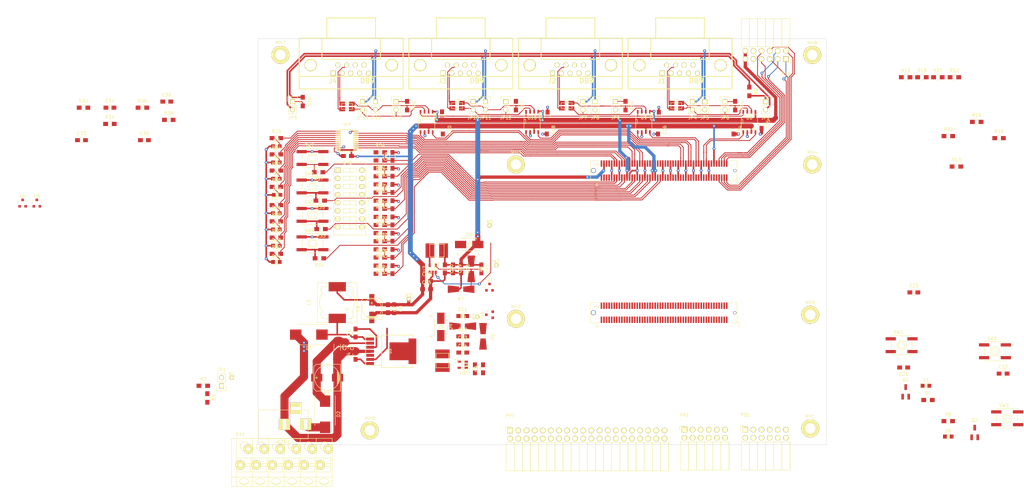
<source format=kicad_pcb>
(kicad_pcb (version 4) (host pcbnew 4.0.2-stable)

  (general
    (links 517)
    (no_connects 333)
    (area -177.850001 -63.550001 0.050001 63.550001)
    (thickness 1.5)
    (drawings 13)
    (tracks 1420)
    (zones 0)
    (modules 181)
    (nets 230)
  )

  (page A4)
  (title_block
    (title "MicroZed CAN Carrier Board")
    (rev A)
    (company "FEE CTU")
  )

  (layers
    (0 F.Cu signal)
    (31 B.Cu signal)
    (32 B.Adhes user)
    (33 F.Adhes user)
    (34 B.Paste user)
    (35 F.Paste user)
    (36 B.SilkS user)
    (37 F.SilkS user)
    (38 B.Mask user)
    (39 F.Mask user)
    (40 Dwgs.User user)
    (41 Cmts.User user)
    (42 Eco1.User user)
    (43 Eco2.User user)
    (44 Edge.Cuts user)
    (45 Margin user)
    (46 B.CrtYd user)
    (47 F.CrtYd user)
    (48 B.Fab user)
    (49 F.Fab user)
  )

  (setup
    (last_trace_width 0.254)
    (user_trace_width 0.254)
    (user_trace_width 0.508)
    (user_trace_width 0.762)
    (user_trace_width 1.016)
    (user_trace_width 1.27)
    (user_trace_width 1.524)
    (user_trace_width 2.54)
    (trace_clearance 0.254)
    (zone_clearance 0.508)
    (zone_45_only no)
    (trace_min 0.127)
    (segment_width 0.2)
    (edge_width 0.1)
    (via_size 0.9144)
    (via_drill 0.4)
    (via_min_size 0.25)
    (via_min_drill 0.25)
    (uvia_size 0.3)
    (uvia_drill 0.1)
    (uvias_allowed no)
    (uvia_min_size 0)
    (uvia_min_drill 0)
    (pcb_text_width 0.3)
    (pcb_text_size 1.5 1.5)
    (mod_edge_width 0.15)
    (mod_text_size 1 1)
    (mod_text_width 0.15)
    (pad_size 1.524 1.524)
    (pad_drill 1.016)
    (pad_to_mask_clearance 0)
    (aux_axis_origin 0 0)
    (grid_origin 52.705 73.025)
    (visible_elements FFFEF77F)
    (pcbplotparams
      (layerselection 0x00030_80000001)
      (usegerberextensions false)
      (excludeedgelayer true)
      (linewidth 0.100000)
      (plotframeref false)
      (viasonmask false)
      (mode 1)
      (useauxorigin false)
      (hpglpennumber 1)
      (hpglpenspeed 20)
      (hpglpendiameter 15)
      (hpglpenoverlay 2)
      (psnegative false)
      (psa4output false)
      (plotreference true)
      (plotvalue true)
      (plotinvisibletext false)
      (padsonsilk false)
      (subtractmaskfromsilk false)
      (outputformat 1)
      (mirror false)
      (drillshape 1)
      (scaleselection 1)
      (outputdirectory ""))
  )

  (net 0 "")
  (net 1 "/MicroHeader JX2/PG_MODULE")
  (net 2 GND)
  (net 3 "/MicroHeader JX1/CARRIER_SRST#")
  (net 4 +5V)
  (net 5 VCCIO_34)
  (net 6 "/MicroHeader JX1/FPGA_DONE")
  (net 7 "/MicroHeader JX2/VCCIO_EN")
  (net 8 VCCIO_35)
  (net 9 "/MicroHeader JX2/INIT#")
  (net 10 "Net-(D1-Pad2)")
  (net 11 /Power/VIN_24)
  (net 12 "Net-(D1-Pad1)")
  (net 13 "Net-(CON1-Pad1)")
  (net 14 "Net-(D6-Pad2)")
  (net 15 "Net-(D6-Pad1)")
  (net 16 "Net-(D7-Pad2)")
  (net 17 "Net-(D8-Pad2)")
  (net 18 "Net-(D9-Pad2)")
  (net 19 "Net-(D10-Pad2)")
  (net 20 "Net-(D11-Pad2)")
  (net 21 "Net-(D12-Pad2)")
  (net 22 "Net-(D13-Pad2)")
  (net 23 "Net-(R23-Pad2)")
  (net 24 "Net-(R31-Pad2)")
  (net 25 /Power/PWR_EN)
  (net 26 "/MicroHeader JX2/PS2")
  (net 27 "/MicroHeader JX2/PS4")
  (net 28 "/MicroHeader JX2/PS8")
  (net 29 "/MicroHeader JX2/PS10")
  (net 30 "/MicroHeader JX2/PS9")
  (net 31 "/MicroHeader JX2/PS7")
  (net 32 "/MicroHeader JX2/PS3")
  (net 33 "/MicroHeader JX2/PS1")
  (net 34 "Net-(L1-Pad1)")
  (net 35 "Net-(D14-Pad2)")
  (net 36 "Net-(JP1-Pad1)")
  (net 37 "Net-(L2-Pad1)")
  (net 38 "Net-(R24-Pad2)")
  (net 39 "Net-(R25-Pad2)")
  (net 40 "Net-(R26-Pad2)")
  (net 41 "Net-(R27-Pad2)")
  (net 42 "Net-(R28-Pad2)")
  (net 43 "Net-(R29-Pad2)")
  (net 44 "Net-(R30-Pad2)")
  (net 45 "Net-(R33-Pad2)")
  (net 46 "Net-(R35-Pad2)")
  (net 47 "Net-(R37-Pad2)")
  (net 48 "Net-(R43-Pad2)")
  (net 49 "Net-(R44-Pad2)")
  (net 50 "Net-(R45-Pad2)")
  (net 51 "Net-(R46-Pad2)")
  (net 52 "Net-(R47-Pad2)")
  (net 53 "Net-(R48-Pad2)")
  (net 54 "Net-(R49-Pad2)")
  (net 55 "Net-(R50-Pad2)")
  (net 56 "Net-(C4-Pad1)")
  (net 57 "Net-(C5-Pad1)")
  (net 58 "Net-(C5-Pad2)")
  (net 59 "Net-(C11-Pad2)")
  (net 60 "Net-(C17-Pad2)")
  (net 61 "Net-(JP6-Pad1)")
  (net 62 "Net-(JP9-Pad1)")
  (net 63 "Net-(JP12-Pad1)")
  (net 64 "Net-(JP15-Pad1)")
  (net 65 "Net-(JP2-Pad1)")
  (net 66 "Net-(JP3-Pad1)")
  (net 67 "/MicroHeader JX2/sheet5713CF9B/KEY1")
  (net 68 "/MicroHeader JX2/sheet5713CF9B/KEY2")
  (net 69 "/MicroHeader JX2/sheet5713CF9B/KEY3")
  (net 70 "/MicroHeader JX2/sheet5713CF9B/KEY4")
  (net 71 "/MicroHeader JX2/sheet5713CF9B/SW1")
  (net 72 "/MicroHeader JX2/sheet5713CF9B/SW2")
  (net 73 "/MicroHeader JX2/sheet5713CF9B/SW3")
  (net 74 "/MicroHeader JX2/sheet5713CF9B/SW4")
  (net 75 "/MicroHeader JX2/sheet5713CF9B/SW5")
  (net 76 "/MicroHeader JX2/sheet5713CF9B/SW6")
  (net 77 "/MicroHeader JX2/sheet5713CF9B/SW7")
  (net 78 "/MicroHeader JX2/sheet5713CF9B/SW8")
  (net 79 "/MicroHeader JX2/sheet5713CF9A/CAN 1/CONN_CAN-")
  (net 80 "/MicroHeader JX2/sheet5713CF9A/CAN 1/CONN_CAN+")
  (net 81 "/MicroHeader JX2/sheet5713CF9A/CAN 2/CONN_CAN-")
  (net 82 "/MicroHeader JX2/sheet5713CF9A/CAN 2/CONN_CAN+")
  (net 83 "/MicroHeader JX2/sheet5713CF9A/CAN 3/CONN_CAN-")
  (net 84 "/MicroHeader JX2/sheet5713CF9A/CAN 3/CONN_CAN+")
  (net 85 "/MicroHeader JX2/sheet5713CF9A/CAN 4/CONN_CAN-")
  (net 86 "/MicroHeader JX2/sheet5713CF9A/CAN 4/CONN_CAN+")
  (net 87 "/MicroHeader JX2/sheet5713CF9A/CAN 1/COM_CAN-")
  (net 88 "/MicroHeader JX2/sheet5713CF9A/CAN 1/CAN-")
  (net 89 "/MicroHeader JX2/sheet5713CF9A/CAN 1/CAN+")
  (net 90 "/MicroHeader JX2/sheet5713CF9A/CAN 1/COM_CAN+")
  (net 91 "/MicroHeader JX2/sheet5713CF9A/CAN 2/CAN-")
  (net 92 "/MicroHeader JX2/sheet5713CF9A/CAN 2/CAN+")
  (net 93 "/MicroHeader JX2/sheet5713CF9A/CAN 3/CAN-")
  (net 94 "/MicroHeader JX2/sheet5713CF9A/CAN 3/CAN+")
  (net 95 "/MicroHeader JX2/sheet5713CF9A/CAN 4/CAN-")
  (net 96 "/MicroHeader JX2/sheet5713CF9A/CAN 4/CAN+")
  (net 97 "/MicroHeader JX1/PB1")
  (net 98 "/MicroHeader JX1/PB2")
  (net 99 "/MicroHeader JX1/PB3")
  (net 100 "/MicroHeader JX1/PB4")
  (net 101 "/MicroHeader JX1/PB7")
  (net 102 "/MicroHeader JX1/PB8")
  (net 103 "/MicroHeader JX1/PB9")
  (net 104 "/MicroHeader JX1/PB10")
  (net 105 "/MicroHeader JX1/PP_GPIO2_SDA")
  (net 106 "/MicroHeader JX1/PP_GPIO3_SCL")
  (net 107 "/MicroHeader JX1/PP_GPIO4")
  (net 108 "/MicroHeader JX1/PP_GPIO17")
  (net 109 "/MicroHeader JX1/PP_GPIO27")
  (net 110 "/MicroHeader JX1/PP_GPIO22")
  (net 111 "/MicroHeader JX1/PP_GPIO10_MOSI")
  (net 112 "/MicroHeader JX1/PP_GPIO9_MISO")
  (net 113 "/MicroHeader JX1/PP_GPIO11_SCLK")
  (net 114 "/MicroHeader JX1/PP_ID_SD")
  (net 115 "/MicroHeader JX1/PP_GPIO5")
  (net 116 "/MicroHeader JX1/PP_GPIO6")
  (net 117 "/MicroHeader JX1/PP_GPIO13")
  (net 118 "/MicroHeader JX1/PP_GPIO19")
  (net 119 "/MicroHeader JX1/PP_GPIO26")
  (net 120 "/MicroHeader JX1/PP_GPIO21")
  (net 121 "/MicroHeader JX1/PP_GPIO20")
  (net 122 "/MicroHeader JX1/PP_GPIO16")
  (net 123 "/MicroHeader JX1/PP_GPIO12")
  (net 124 "/MicroHeader JX1/PP_ID_SC")
  (net 125 "/MicroHeader JX1/PP_GPIO7_CE1")
  (net 126 "/MicroHeader JX1/PP_GPIO8_CE0")
  (net 127 "/MicroHeader JX1/PP_GPIO25")
  (net 128 "/MicroHeader JX1/PP_GPIO24")
  (net 129 "/MicroHeader JX1/PP_GPIO23")
  (net 130 "/MicroHeader JX1/PP_GPIO18_PWM")
  (net 131 "/MicroHeader JX1/PP_GPIO15_RXD")
  (net 132 "/MicroHeader JX1/PP_GPIO14_TXD")
  (net 133 "/MicroHeader JX1/PA10")
  (net 134 "/MicroHeader JX1/PA9")
  (net 135 "/MicroHeader JX1/PA8")
  (net 136 "/MicroHeader JX1/PA7")
  (net 137 "/MicroHeader JX1/PA4")
  (net 138 "/MicroHeader JX1/PA3")
  (net 139 "/MicroHeader JX1/PA2")
  (net 140 "/MicroHeader JX1/PA1")
  (net 141 "/MicroHeader JX1/PX4")
  (net 142 "/MicroHeader JX1/PX3")
  (net 143 "/MicroHeader JX1/PX2")
  (net 144 "/MicroHeader JX1/PX1")
  (net 145 "/MicroHeader JX2/sheet5713CF9A/CAN_STBY")
  (net 146 "/MicroHeader JX2/sheet5713CF9A/CAN4_RXD")
  (net 147 "/MicroHeader JX2/sheet5713CF9A/CAN4_TXD")
  (net 148 "/MicroHeader JX2/sheet5713CF9A/CAN3_RXD")
  (net 149 "/MicroHeader JX2/sheet5713CF9A/CAN3_TXD")
  (net 150 "/MicroHeader JX2/sheet5713CF9A/CAN2_RXD")
  (net 151 "/MicroHeader JX2/sheet5713CF9A/CAN2_TXD")
  (net 152 "/MicroHeader JX2/sheet5713CF9A/CAN1_RXD")
  (net 153 "/MicroHeader JX2/sheet5713CF9A/CAN1_TXD")
  (net 154 "/MicroHeader JX2/sheet5713CF9B/LED8")
  (net 155 "/MicroHeader JX2/sheet5713CF9B/LED7")
  (net 156 "/MicroHeader JX2/sheet5713CF9B/LED6")
  (net 157 "/MicroHeader JX2/sheet5713CF9B/LED5")
  (net 158 "/MicroHeader JX2/sheet5713CF9B/LED4")
  (net 159 "/MicroHeader JX2/sheet5713CF9B/LED3")
  (net 160 "/MicroHeader JX2/sheet5713CF9B/LED2")
  (net 161 "/MicroHeader JX2/sheet5713CF9B/LED1")
  (net 162 "Net-(CON1-Pad3)")
  (net 163 "Net-(J1-Pad1)")
  (net 164 "Net-(J1-Pad4)")
  (net 165 "Net-(J1-Pad5)")
  (net 166 "Net-(J1-Pad8)")
  (net 167 "Net-(J1-Pad9)")
  (net 168 "Net-(J2-Pad1)")
  (net 169 "Net-(J2-Pad4)")
  (net 170 "Net-(J2-Pad5)")
  (net 171 "Net-(J2-Pad8)")
  (net 172 "Net-(J2-Pad9)")
  (net 173 "Net-(J3-Pad1)")
  (net 174 "Net-(J3-Pad4)")
  (net 175 "Net-(J3-Pad5)")
  (net 176 "Net-(J3-Pad8)")
  (net 177 "Net-(J3-Pad9)")
  (net 178 "Net-(J4-Pad1)")
  (net 179 "Net-(J4-Pad4)")
  (net 180 "Net-(J4-Pad5)")
  (net 181 "Net-(J4-Pad8)")
  (net 182 "Net-(J4-Pad9)")
  (net 183 "Net-(JX1-Pad2)")
  (net 184 "Net-(JX1-Pad4)")
  (net 185 "Net-(JX1-Pad10)")
  (net 186 "Net-(JX1-Pad88)")
  (net 187 "Net-(JX1-Pad90)")
  (net 188 "Net-(JX1-Pad92)")
  (net 189 "Net-(JX1-Pad94)")
  (net 190 "Net-(JX1-Pad98)")
  (net 191 "Net-(JX1-Pad100)")
  (net 192 "Net-(JX1-Pad99)")
  (net 193 "Net-(JX1-Pad97)")
  (net 194 "Net-(JX1-Pad93)")
  (net 195 "Net-(JX1-Pad91)")
  (net 196 "Net-(JX1-Pad89)")
  (net 197 "Net-(JX1-Pad87)")
  (net 198 "Net-(JX1-Pad9)")
  (net 199 "Net-(JX1-Pad7)")
  (net 200 "Net-(JX1-Pad3)")
  (net 201 "Net-(JX1-Pad1)")
  (net 202 "Net-(JX2-Pad42)")
  (net 203 "Net-(JX2-Pad44)")
  (net 204 "Net-(JX2-Pad48)")
  (net 205 "Net-(JX2-Pad50)")
  (net 206 "Net-(JX2-Pad54)")
  (net 207 "Net-(JX2-Pad56)")
  (net 208 "Net-(JX2-Pad62)")
  (net 209 "Net-(JX2-Pad64)")
  (net 210 "Net-(JX2-Pad94)")
  (net 211 "Net-(JX2-Pad96)")
  (net 212 "Net-(JX2-Pad100)")
  (net 213 "Net-(JX2-Pad99)")
  (net 214 "Net-(JX2-Pad97)")
  (net 215 "Net-(JX2-Pad95)")
  (net 216 "Net-(JX2-Pad93)")
  (net 217 "Net-(JX2-Pad13)")
  (net 218 "Net-(JX2-Pad49)")
  (net 219 "Net-(JX2-Pad47)")
  (net 220 "Net-(JX2-Pad43)")
  (net 221 "Net-(JX2-Pad41)")
  (net 222 "Net-(JX2-Pad37)")
  (net 223 "Net-(JX2-Pad35)")
  (net 224 "Net-(JX2-Pad31)")
  (net 225 "Net-(JX2-Pad29)")
  (net 226 "Net-(JX2-Pad25)")
  (net 227 "Net-(JX2-Pad23)")
  (net 228 "Net-(JX2-Pad19)")
  (net 229 "Net-(JX2-Pad17)")

  (net_class Default "This is the default net class."
    (clearance 0.254)
    (trace_width 0.254)
    (via_dia 0.9144)
    (via_drill 0.4)
    (uvia_dia 0.3)
    (uvia_drill 0.1)
    (add_net "/MicroHeader JX1/CARRIER_SRST#")
    (add_net "/MicroHeader JX1/FPGA_DONE")
    (add_net "/MicroHeader JX1/PA1")
    (add_net "/MicroHeader JX1/PA10")
    (add_net "/MicroHeader JX1/PA2")
    (add_net "/MicroHeader JX1/PA3")
    (add_net "/MicroHeader JX1/PA4")
    (add_net "/MicroHeader JX1/PA7")
    (add_net "/MicroHeader JX1/PA8")
    (add_net "/MicroHeader JX1/PA9")
    (add_net "/MicroHeader JX1/PB1")
    (add_net "/MicroHeader JX1/PB10")
    (add_net "/MicroHeader JX1/PB2")
    (add_net "/MicroHeader JX1/PB3")
    (add_net "/MicroHeader JX1/PB4")
    (add_net "/MicroHeader JX1/PB7")
    (add_net "/MicroHeader JX1/PB8")
    (add_net "/MicroHeader JX1/PB9")
    (add_net "/MicroHeader JX1/PP_GPIO10_MOSI")
    (add_net "/MicroHeader JX1/PP_GPIO11_SCLK")
    (add_net "/MicroHeader JX1/PP_GPIO12")
    (add_net "/MicroHeader JX1/PP_GPIO13")
    (add_net "/MicroHeader JX1/PP_GPIO14_TXD")
    (add_net "/MicroHeader JX1/PP_GPIO15_RXD")
    (add_net "/MicroHeader JX1/PP_GPIO16")
    (add_net "/MicroHeader JX1/PP_GPIO17")
    (add_net "/MicroHeader JX1/PP_GPIO18_PWM")
    (add_net "/MicroHeader JX1/PP_GPIO19")
    (add_net "/MicroHeader JX1/PP_GPIO20")
    (add_net "/MicroHeader JX1/PP_GPIO21")
    (add_net "/MicroHeader JX1/PP_GPIO22")
    (add_net "/MicroHeader JX1/PP_GPIO23")
    (add_net "/MicroHeader JX1/PP_GPIO24")
    (add_net "/MicroHeader JX1/PP_GPIO25")
    (add_net "/MicroHeader JX1/PP_GPIO26")
    (add_net "/MicroHeader JX1/PP_GPIO27")
    (add_net "/MicroHeader JX1/PP_GPIO2_SDA")
    (add_net "/MicroHeader JX1/PP_GPIO3_SCL")
    (add_net "/MicroHeader JX1/PP_GPIO4")
    (add_net "/MicroHeader JX1/PP_GPIO5")
    (add_net "/MicroHeader JX1/PP_GPIO6")
    (add_net "/MicroHeader JX1/PP_GPIO7_CE1")
    (add_net "/MicroHeader JX1/PP_GPIO8_CE0")
    (add_net "/MicroHeader JX1/PP_GPIO9_MISO")
    (add_net "/MicroHeader JX1/PP_ID_SC")
    (add_net "/MicroHeader JX1/PP_ID_SD")
    (add_net "/MicroHeader JX1/PX1")
    (add_net "/MicroHeader JX1/PX2")
    (add_net "/MicroHeader JX1/PX3")
    (add_net "/MicroHeader JX1/PX4")
    (add_net "/MicroHeader JX2/INIT#")
    (add_net "/MicroHeader JX2/PG_MODULE")
    (add_net "/MicroHeader JX2/PS1")
    (add_net "/MicroHeader JX2/PS10")
    (add_net "/MicroHeader JX2/PS2")
    (add_net "/MicroHeader JX2/PS3")
    (add_net "/MicroHeader JX2/PS4")
    (add_net "/MicroHeader JX2/PS7")
    (add_net "/MicroHeader JX2/PS8")
    (add_net "/MicroHeader JX2/PS9")
    (add_net "/MicroHeader JX2/VCCIO_EN")
    (add_net "/MicroHeader JX2/sheet5713CF9A/CAN 1/CAN+")
    (add_net "/MicroHeader JX2/sheet5713CF9A/CAN 1/CAN-")
    (add_net "/MicroHeader JX2/sheet5713CF9A/CAN 1/CONN_CAN+")
    (add_net "/MicroHeader JX2/sheet5713CF9A/CAN 1/CONN_CAN-")
    (add_net "/MicroHeader JX2/sheet5713CF9A/CAN 2/CAN+")
    (add_net "/MicroHeader JX2/sheet5713CF9A/CAN 2/CAN-")
    (add_net "/MicroHeader JX2/sheet5713CF9A/CAN 2/CONN_CAN+")
    (add_net "/MicroHeader JX2/sheet5713CF9A/CAN 2/CONN_CAN-")
    (add_net "/MicroHeader JX2/sheet5713CF9A/CAN 3/CAN+")
    (add_net "/MicroHeader JX2/sheet5713CF9A/CAN 3/CAN-")
    (add_net "/MicroHeader JX2/sheet5713CF9A/CAN 3/CONN_CAN+")
    (add_net "/MicroHeader JX2/sheet5713CF9A/CAN 3/CONN_CAN-")
    (add_net "/MicroHeader JX2/sheet5713CF9A/CAN 4/CAN+")
    (add_net "/MicroHeader JX2/sheet5713CF9A/CAN 4/CAN-")
    (add_net "/MicroHeader JX2/sheet5713CF9A/CAN 4/CONN_CAN+")
    (add_net "/MicroHeader JX2/sheet5713CF9A/CAN 4/CONN_CAN-")
    (add_net "/MicroHeader JX2/sheet5713CF9A/CAN1_RXD")
    (add_net "/MicroHeader JX2/sheet5713CF9A/CAN1_TXD")
    (add_net "/MicroHeader JX2/sheet5713CF9A/CAN2_RXD")
    (add_net "/MicroHeader JX2/sheet5713CF9A/CAN2_TXD")
    (add_net "/MicroHeader JX2/sheet5713CF9A/CAN3_RXD")
    (add_net "/MicroHeader JX2/sheet5713CF9A/CAN3_TXD")
    (add_net "/MicroHeader JX2/sheet5713CF9A/CAN4_RXD")
    (add_net "/MicroHeader JX2/sheet5713CF9A/CAN4_TXD")
    (add_net "/MicroHeader JX2/sheet5713CF9A/CAN_STBY")
    (add_net "/MicroHeader JX2/sheet5713CF9B/KEY1")
    (add_net "/MicroHeader JX2/sheet5713CF9B/KEY2")
    (add_net "/MicroHeader JX2/sheet5713CF9B/KEY3")
    (add_net "/MicroHeader JX2/sheet5713CF9B/KEY4")
    (add_net "/MicroHeader JX2/sheet5713CF9B/LED1")
    (add_net "/MicroHeader JX2/sheet5713CF9B/LED2")
    (add_net "/MicroHeader JX2/sheet5713CF9B/LED3")
    (add_net "/MicroHeader JX2/sheet5713CF9B/LED4")
    (add_net "/MicroHeader JX2/sheet5713CF9B/LED5")
    (add_net "/MicroHeader JX2/sheet5713CF9B/LED6")
    (add_net "/MicroHeader JX2/sheet5713CF9B/LED7")
    (add_net "/MicroHeader JX2/sheet5713CF9B/LED8")
    (add_net "/MicroHeader JX2/sheet5713CF9B/SW1")
    (add_net "/MicroHeader JX2/sheet5713CF9B/SW2")
    (add_net "/MicroHeader JX2/sheet5713CF9B/SW3")
    (add_net "/MicroHeader JX2/sheet5713CF9B/SW4")
    (add_net "/MicroHeader JX2/sheet5713CF9B/SW5")
    (add_net "/MicroHeader JX2/sheet5713CF9B/SW6")
    (add_net "/MicroHeader JX2/sheet5713CF9B/SW7")
    (add_net "/MicroHeader JX2/sheet5713CF9B/SW8")
    (add_net /Power/PWR_EN)
    (add_net "Net-(C11-Pad2)")
    (add_net "Net-(C17-Pad2)")
    (add_net "Net-(C4-Pad1)")
    (add_net "Net-(C5-Pad2)")
    (add_net "Net-(CON1-Pad3)")
    (add_net "Net-(D1-Pad1)")
    (add_net "Net-(D1-Pad2)")
    (add_net "Net-(D10-Pad2)")
    (add_net "Net-(D11-Pad2)")
    (add_net "Net-(D12-Pad2)")
    (add_net "Net-(D13-Pad2)")
    (add_net "Net-(D14-Pad2)")
    (add_net "Net-(D6-Pad1)")
    (add_net "Net-(D6-Pad2)")
    (add_net "Net-(D7-Pad2)")
    (add_net "Net-(D8-Pad2)")
    (add_net "Net-(D9-Pad2)")
    (add_net "Net-(J1-Pad1)")
    (add_net "Net-(J1-Pad4)")
    (add_net "Net-(J1-Pad5)")
    (add_net "Net-(J1-Pad8)")
    (add_net "Net-(J1-Pad9)")
    (add_net "Net-(J2-Pad1)")
    (add_net "Net-(J2-Pad4)")
    (add_net "Net-(J2-Pad5)")
    (add_net "Net-(J2-Pad8)")
    (add_net "Net-(J2-Pad9)")
    (add_net "Net-(J3-Pad1)")
    (add_net "Net-(J3-Pad4)")
    (add_net "Net-(J3-Pad5)")
    (add_net "Net-(J3-Pad8)")
    (add_net "Net-(J3-Pad9)")
    (add_net "Net-(J4-Pad1)")
    (add_net "Net-(J4-Pad4)")
    (add_net "Net-(J4-Pad5)")
    (add_net "Net-(J4-Pad8)")
    (add_net "Net-(J4-Pad9)")
    (add_net "Net-(JP1-Pad1)")
    (add_net "Net-(JP12-Pad1)")
    (add_net "Net-(JP15-Pad1)")
    (add_net "Net-(JP2-Pad1)")
    (add_net "Net-(JP3-Pad1)")
    (add_net "Net-(JP6-Pad1)")
    (add_net "Net-(JP9-Pad1)")
    (add_net "Net-(JX1-Pad1)")
    (add_net "Net-(JX1-Pad10)")
    (add_net "Net-(JX1-Pad100)")
    (add_net "Net-(JX1-Pad2)")
    (add_net "Net-(JX1-Pad3)")
    (add_net "Net-(JX1-Pad4)")
    (add_net "Net-(JX1-Pad7)")
    (add_net "Net-(JX1-Pad87)")
    (add_net "Net-(JX1-Pad88)")
    (add_net "Net-(JX1-Pad89)")
    (add_net "Net-(JX1-Pad9)")
    (add_net "Net-(JX1-Pad90)")
    (add_net "Net-(JX1-Pad91)")
    (add_net "Net-(JX1-Pad92)")
    (add_net "Net-(JX1-Pad93)")
    (add_net "Net-(JX1-Pad94)")
    (add_net "Net-(JX1-Pad97)")
    (add_net "Net-(JX1-Pad98)")
    (add_net "Net-(JX1-Pad99)")
    (add_net "Net-(JX2-Pad100)")
    (add_net "Net-(JX2-Pad13)")
    (add_net "Net-(JX2-Pad17)")
    (add_net "Net-(JX2-Pad19)")
    (add_net "Net-(JX2-Pad23)")
    (add_net "Net-(JX2-Pad25)")
    (add_net "Net-(JX2-Pad29)")
    (add_net "Net-(JX2-Pad31)")
    (add_net "Net-(JX2-Pad35)")
    (add_net "Net-(JX2-Pad37)")
    (add_net "Net-(JX2-Pad41)")
    (add_net "Net-(JX2-Pad42)")
    (add_net "Net-(JX2-Pad43)")
    (add_net "Net-(JX2-Pad44)")
    (add_net "Net-(JX2-Pad47)")
    (add_net "Net-(JX2-Pad48)")
    (add_net "Net-(JX2-Pad49)")
    (add_net "Net-(JX2-Pad50)")
    (add_net "Net-(JX2-Pad54)")
    (add_net "Net-(JX2-Pad56)")
    (add_net "Net-(JX2-Pad62)")
    (add_net "Net-(JX2-Pad64)")
    (add_net "Net-(JX2-Pad93)")
    (add_net "Net-(JX2-Pad94)")
    (add_net "Net-(JX2-Pad95)")
    (add_net "Net-(JX2-Pad96)")
    (add_net "Net-(JX2-Pad97)")
    (add_net "Net-(JX2-Pad99)")
    (add_net "Net-(R23-Pad2)")
    (add_net "Net-(R24-Pad2)")
    (add_net "Net-(R25-Pad2)")
    (add_net "Net-(R26-Pad2)")
    (add_net "Net-(R27-Pad2)")
    (add_net "Net-(R28-Pad2)")
    (add_net "Net-(R29-Pad2)")
    (add_net "Net-(R30-Pad2)")
    (add_net "Net-(R31-Pad2)")
    (add_net "Net-(R33-Pad2)")
    (add_net "Net-(R35-Pad2)")
    (add_net "Net-(R37-Pad2)")
    (add_net "Net-(R43-Pad2)")
    (add_net "Net-(R44-Pad2)")
    (add_net "Net-(R45-Pad2)")
    (add_net "Net-(R46-Pad2)")
    (add_net "Net-(R47-Pad2)")
    (add_net "Net-(R48-Pad2)")
    (add_net "Net-(R49-Pad2)")
    (add_net "Net-(R50-Pad2)")
  )

  (net_class COM_CAN ""
    (clearance 0.254)
    (trace_width 0.508)
    (via_dia 0.9144)
    (via_drill 0.4)
    (uvia_dia 0.3)
    (uvia_drill 0.1)
    (add_net "/MicroHeader JX2/sheet5713CF9A/CAN 1/COM_CAN+")
    (add_net "/MicroHeader JX2/sheet5713CF9A/CAN 1/COM_CAN-")
  )

  (net_class Power ""
    (clearance 0.254)
    (trace_width 0.508)
    (via_dia 0.9144)
    (via_drill 0.4)
    (uvia_dia 0.3)
    (uvia_drill 0.1)
    (add_net GND)
    (add_net "Net-(C5-Pad1)")
    (add_net "Net-(L1-Pad1)")
    (add_net "Net-(L2-Pad1)")
    (add_net VCCIO_34)
  )

  (net_class "Power Strong" ""
    (clearance 0.254)
    (trace_width 1.016)
    (via_dia 0.9144)
    (via_drill 0.4)
    (uvia_dia 0.3)
    (uvia_drill 0.1)
    (add_net +5V)
    (add_net VCCIO_35)
  )

  (net_class "Power Xtra Strong" ""
    (clearance 0.254)
    (trace_width 2.54)
    (via_dia 0.9144)
    (via_drill 0.4)
    (uvia_dia 0.3)
    (uvia_drill 0.1)
    (add_net /Power/VIN_24)
    (add_net "Net-(CON1-Pad1)")
  )

  (module Buttons_Switches_ThroughHole:SW_DIP_x8_Slide placed (layer F.Cu) (tedit 54BB66BF) (tstamp 570451B6)
    (at -152.908 -22.352 270)
    (descr "CTS Electrocomponents, Series 206/208")
    (path /56EC20E2/5713D01F/5702E44E)
    (fp_text reference S1 (at 8.87 -10 270) (layer F.SilkS)
      (effects (font (size 1 1) (thickness 0.15)))
    )
    (fp_text value SW_DIP_x8 (at 2 2.4 270) (layer F.Fab)
      (effects (font (size 1 1) (thickness 0.15)))
    )
    (fp_line (start -0.64 -5.84) (end -0.64 -1.78) (layer F.SilkS) (width 0.15))
    (fp_line (start -0.64 -3.81) (end 0.64 -3.81) (layer F.SilkS) (width 0.15))
    (fp_line (start -0.64 -1.78) (end 0.64 -1.78) (layer F.SilkS) (width 0.15))
    (fp_line (start 0.64 -1.78) (end 0.64 -5.84) (layer F.SilkS) (width 0.15))
    (fp_line (start 0.64 -5.84) (end -0.64 -5.84) (layer F.SilkS) (width 0.15))
    (fp_line (start 1.9 -5.84) (end 1.9 -1.78) (layer F.SilkS) (width 0.15))
    (fp_line (start 1.9 -3.81) (end 3.18 -3.81) (layer F.SilkS) (width 0.15))
    (fp_line (start 1.9 -1.78) (end 3.18 -1.78) (layer F.SilkS) (width 0.15))
    (fp_line (start 3.18 -1.78) (end 3.18 -5.84) (layer F.SilkS) (width 0.15))
    (fp_line (start 3.18 -5.84) (end 1.9 -5.84) (layer F.SilkS) (width 0.15))
    (fp_line (start 4.44 -5.84) (end 4.44 -1.78) (layer F.SilkS) (width 0.15))
    (fp_line (start 4.44 -3.81) (end 5.72 -3.81) (layer F.SilkS) (width 0.15))
    (fp_line (start 4.44 -1.78) (end 5.72 -1.78) (layer F.SilkS) (width 0.15))
    (fp_line (start 5.72 -1.78) (end 5.72 -5.84) (layer F.SilkS) (width 0.15))
    (fp_line (start 5.72 -5.84) (end 4.44 -5.84) (layer F.SilkS) (width 0.15))
    (fp_line (start 6.98 -5.84) (end 6.98 -1.78) (layer F.SilkS) (width 0.15))
    (fp_line (start 6.98 -3.81) (end 8.26 -3.81) (layer F.SilkS) (width 0.15))
    (fp_line (start 6.98 -1.78) (end 8.26 -1.78) (layer F.SilkS) (width 0.15))
    (fp_line (start 8.26 -1.78) (end 8.26 -5.84) (layer F.SilkS) (width 0.15))
    (fp_line (start 8.26 -5.84) (end 6.98 -5.84) (layer F.SilkS) (width 0.15))
    (fp_line (start 9.52 -5.84) (end 9.52 -1.78) (layer F.SilkS) (width 0.15))
    (fp_line (start 9.52 -3.81) (end 10.8 -3.81) (layer F.SilkS) (width 0.15))
    (fp_line (start 9.52 -1.78) (end 10.8 -1.78) (layer F.SilkS) (width 0.15))
    (fp_line (start 10.8 -1.78) (end 10.8 -5.84) (layer F.SilkS) (width 0.15))
    (fp_line (start 10.8 -5.84) (end 9.52 -5.84) (layer F.SilkS) (width 0.15))
    (fp_line (start 12.06 -5.84) (end 12.06 -1.78) (layer F.SilkS) (width 0.15))
    (fp_line (start 12.06 -3.81) (end 13.34 -3.81) (layer F.SilkS) (width 0.15))
    (fp_line (start 12.06 -1.78) (end 13.34 -1.78) (layer F.SilkS) (width 0.15))
    (fp_line (start 13.34 -1.78) (end 13.34 -5.84) (layer F.SilkS) (width 0.15))
    (fp_line (start 13.34 -5.84) (end 12.06 -5.84) (layer F.SilkS) (width 0.15))
    (fp_line (start 14.6 -5.84) (end 14.6 -1.78) (layer F.SilkS) (width 0.15))
    (fp_line (start 14.6 -3.81) (end 15.88 -3.81) (layer F.SilkS) (width 0.15))
    (fp_line (start 14.6 -1.78) (end 15.88 -1.78) (layer F.SilkS) (width 0.15))
    (fp_line (start 15.88 -1.78) (end 15.88 -5.84) (layer F.SilkS) (width 0.15))
    (fp_line (start 15.88 -5.84) (end 14.6 -5.84) (layer F.SilkS) (width 0.15))
    (fp_line (start 17.14 -5.84) (end 17.14 -1.78) (layer F.SilkS) (width 0.15))
    (fp_line (start 17.14 -3.81) (end 18.42 -3.81) (layer F.SilkS) (width 0.15))
    (fp_line (start 17.14 -1.78) (end 18.42 -1.78) (layer F.SilkS) (width 0.15))
    (fp_line (start 18.42 -1.78) (end 18.42 -5.84) (layer F.SilkS) (width 0.15))
    (fp_line (start 18.42 -5.84) (end 17.14 -5.84) (layer F.SilkS) (width 0.15))
    (fp_line (start -2.8 -9.15) (end -2.8 1.55) (layer F.CrtYd) (width 0.05))
    (fp_line (start -2.8 1.55) (end 20.6 1.55) (layer F.CrtYd) (width 0.05))
    (fp_line (start 20.6 1.55) (end 20.6 -9.15) (layer F.CrtYd) (width 0.05))
    (fp_line (start 20.6 -9.15) (end -2.8 -9.15) (layer F.CrtYd) (width 0.05))
    (fp_line (start -2.48 1.21) (end -2.48 -8.83) (layer F.SilkS) (width 0.15))
    (fp_line (start -2.48 -8.83) (end 20.26 -8.83) (layer F.SilkS) (width 0.15))
    (fp_line (start 20.26 -8.83) (end 20.26 1.21) (layer F.SilkS) (width 0.15))
    (fp_line (start 20.26 1.21) (end 0 1.21) (layer F.SilkS) (width 0.15))
    (pad 1 thru_hole rect (at 0 0 270) (size 1.524 1.824) (drill 0.762) (layers *.Cu *.Mask F.SilkS)
      (net 2 GND))
    (pad 16 thru_hole oval (at 0 -7.62 270) (size 1.524 1.824) (drill 0.762) (layers *.Cu *.Mask F.SilkS)
      (net 55 "Net-(R50-Pad2)"))
    (pad 2 thru_hole oval (at 2.54 0 270) (size 1.524 1.824) (drill 0.762) (layers *.Cu *.Mask F.SilkS)
      (net 2 GND))
    (pad 15 thru_hole oval (at 2.54 -7.62 270) (size 1.524 1.824) (drill 0.762) (layers *.Cu *.Mask F.SilkS)
      (net 54 "Net-(R49-Pad2)"))
    (pad 3 thru_hole oval (at 5.08 0 270) (size 1.524 1.824) (drill 0.762) (layers *.Cu *.Mask F.SilkS)
      (net 2 GND))
    (pad 14 thru_hole oval (at 5.08 -7.62 270) (size 1.524 1.824) (drill 0.762) (layers *.Cu *.Mask F.SilkS)
      (net 53 "Net-(R48-Pad2)"))
    (pad 4 thru_hole oval (at 7.62 0 270) (size 1.524 1.824) (drill 0.762) (layers *.Cu *.Mask F.SilkS)
      (net 2 GND))
    (pad 13 thru_hole oval (at 7.62 -7.62 270) (size 1.524 1.824) (drill 0.762) (layers *.Cu *.Mask F.SilkS)
      (net 52 "Net-(R47-Pad2)"))
    (pad 5 thru_hole oval (at 10.16 0 270) (size 1.524 1.824) (drill 0.762) (layers *.Cu *.Mask F.SilkS)
      (net 2 GND))
    (pad 12 thru_hole oval (at 10.16 -7.62 270) (size 1.524 1.824) (drill 0.762) (layers *.Cu *.Mask F.SilkS)
      (net 51 "Net-(R46-Pad2)"))
    (pad 6 thru_hole oval (at 12.7 0 270) (size 1.524 1.824) (drill 0.762) (layers *.Cu *.Mask F.SilkS)
      (net 2 GND))
    (pad 11 thru_hole oval (at 12.7 -7.62 270) (size 1.524 1.824) (drill 0.762) (layers *.Cu *.Mask F.SilkS)
      (net 50 "Net-(R45-Pad2)"))
    (pad 7 thru_hole oval (at 15.24 0 270) (size 1.524 1.824) (drill 0.762) (layers *.Cu *.Mask F.SilkS)
      (net 2 GND))
    (pad 10 thru_hole oval (at 15.24 -7.62 270) (size 1.524 1.824) (drill 0.762) (layers *.Cu *.Mask F.SilkS)
      (net 49 "Net-(R44-Pad2)"))
    (pad 8 thru_hole oval (at 17.78 0 270) (size 1.524 1.824) (drill 0.762) (layers *.Cu *.Mask F.SilkS)
      (net 2 GND))
    (pad 9 thru_hole oval (at 17.78 -7.62 270) (size 1.524 1.824) (drill 0.762) (layers *.Cu *.Mask F.SilkS)
      (net 48 "Net-(R43-Pad2)"))
    (model Buttons_Switches_ThroughHole.3dshapes/SW_DIP_x8_Slide.wrl
      (at (xyz 0 0 0))
      (scale (xyz 1 1 1))
      (rotate (xyz 0 0 0))
    )
  )

  (module footprints:PMOD_Angled (layer F.Cu) (tedit 571642A2) (tstamp 571662A4)
    (at -12.7 -57.15 180)
    (descr "Through hole socket strip")
    (tags "socket strip")
    (path /56EC20E2/5713D108)
    (fp_text reference PS1 (at 0 -4.6 180) (layer F.SilkS)
      (effects (font (size 1 1) (thickness 0.15)))
    )
    (fp_text value PMOD (at 0 -2.6 180) (layer F.Fab)
      (effects (font (size 1 1) (thickness 0.15)))
    )
    (fp_line (start -1.75 -1.35) (end -1.75 13.15) (layer F.CrtYd) (width 0.05))
    (fp_line (start 14.45 -1.35) (end 14.45 13.15) (layer F.CrtYd) (width 0.05))
    (fp_line (start -1.75 -1.35) (end 14.45 -1.35) (layer F.CrtYd) (width 0.05))
    (fp_line (start -1.75 13.15) (end 14.45 13.15) (layer F.CrtYd) (width 0.05))
    (fp_line (start 13.97 12.64) (end 13.97 3.81) (layer F.SilkS) (width 0.15))
    (fp_line (start 11.43 12.64) (end 13.97 12.64) (layer F.SilkS) (width 0.15))
    (fp_line (start 11.43 3.81) (end 13.97 3.81) (layer F.SilkS) (width 0.15))
    (fp_line (start 13.97 3.81) (end 13.97 12.64) (layer F.SilkS) (width 0.15))
    (fp_line (start 11.43 3.81) (end 11.43 12.64) (layer F.SilkS) (width 0.15))
    (fp_line (start 8.89 3.81) (end 11.43 3.81) (layer F.SilkS) (width 0.15))
    (fp_line (start 8.89 12.64) (end 11.43 12.64) (layer F.SilkS) (width 0.15))
    (fp_line (start 11.43 12.64) (end 11.43 3.81) (layer F.SilkS) (width 0.15))
    (fp_line (start 8.89 12.64) (end 8.89 3.81) (layer F.SilkS) (width 0.15))
    (fp_line (start 6.35 12.64) (end 8.89 12.64) (layer F.SilkS) (width 0.15))
    (fp_line (start 6.35 3.81) (end 8.89 3.81) (layer F.SilkS) (width 0.15))
    (fp_line (start 8.89 3.81) (end 8.89 12.64) (layer F.SilkS) (width 0.15))
    (fp_line (start 6.35 3.81) (end 6.35 12.64) (layer F.SilkS) (width 0.15))
    (fp_line (start 3.81 3.81) (end 6.35 3.81) (layer F.SilkS) (width 0.15))
    (fp_line (start 3.81 12.64) (end 6.35 12.64) (layer F.SilkS) (width 0.15))
    (fp_line (start 6.35 12.64) (end 6.35 3.81) (layer F.SilkS) (width 0.15))
    (fp_line (start 3.81 12.64) (end 3.81 3.81) (layer F.SilkS) (width 0.15))
    (fp_line (start 1.27 12.64) (end 3.81 12.64) (layer F.SilkS) (width 0.15))
    (fp_line (start 1.27 3.81) (end 3.81 3.81) (layer F.SilkS) (width 0.15))
    (fp_line (start 3.81 3.81) (end 3.81 12.64) (layer F.SilkS) (width 0.15))
    (fp_line (start 1.27 3.81) (end 1.27 12.64) (layer F.SilkS) (width 0.15))
    (fp_line (start -1.27 3.81) (end 1.27 3.81) (layer F.SilkS) (width 0.15))
    (fp_line (start 0 -1.15) (end -1.55 -1.15) (layer F.SilkS) (width 0.15))
    (fp_line (start -1.55 -1.15) (end -1.55 0) (layer F.SilkS) (width 0.15))
    (fp_line (start -1.27 3.81) (end -1.27 12.64) (layer F.SilkS) (width 0.15))
    (fp_line (start -1.27 12.64) (end 1.27 12.64) (layer F.SilkS) (width 0.15))
    (fp_line (start 1.27 12.64) (end 1.27 3.81) (layer F.SilkS) (width 0.15))
    (pad 1 thru_hole rect (at 0 0 180) (size 1.7272 1.7272) (drill 1.016) (layers *.Cu *.Mask F.SilkS)
      (net 33 "/MicroHeader JX2/PS1"))
    (pad 7 thru_hole oval (at 0 2.54 180) (size 1.7272 1.7272) (drill 1.016) (layers *.Cu *.Mask F.SilkS)
      (net 31 "/MicroHeader JX2/PS7"))
    (pad 2 thru_hole oval (at 2.54 0 180) (size 1.7272 1.7272) (drill 1.016) (layers *.Cu *.Mask F.SilkS)
      (net 26 "/MicroHeader JX2/PS2"))
    (pad 8 thru_hole oval (at 2.54 2.54 180) (size 1.7272 1.7272) (drill 1.016) (layers *.Cu *.Mask F.SilkS)
      (net 28 "/MicroHeader JX2/PS8"))
    (pad 3 thru_hole oval (at 5.08 0 180) (size 1.7272 1.7272) (drill 1.016) (layers *.Cu *.Mask F.SilkS)
      (net 32 "/MicroHeader JX2/PS3"))
    (pad 9 thru_hole oval (at 5.08 2.54 180) (size 1.7272 1.7272) (drill 1.016) (layers *.Cu *.Mask F.SilkS)
      (net 30 "/MicroHeader JX2/PS9"))
    (pad 4 thru_hole oval (at 7.62 0 180) (size 1.7272 1.7272) (drill 1.016) (layers *.Cu *.Mask F.SilkS)
      (net 27 "/MicroHeader JX2/PS4"))
    (pad 10 thru_hole oval (at 7.62 2.54 180) (size 1.7272 1.7272) (drill 1.016) (layers *.Cu *.Mask F.SilkS)
      (net 29 "/MicroHeader JX2/PS10"))
    (pad 5 thru_hole oval (at 10.16 0 180) (size 1.7272 1.7272) (drill 1.016) (layers *.Cu *.Mask F.SilkS)
      (net 2 GND))
    (pad 11 thru_hole oval (at 10.16 2.54 180) (size 1.7272 1.7272) (drill 1.016) (layers *.Cu *.Mask F.SilkS)
      (net 2 GND))
    (pad 6 thru_hole oval (at 12.7 0 180) (size 1.7272 1.7272) (drill 1.016) (layers *.Cu *.Mask F.SilkS)
      (net 8 VCCIO_35))
    (pad 12 thru_hole oval (at 12.7 2.54 180) (size 1.7272 1.7272) (drill 1.016) (layers *.Cu *.Mask F.SilkS)
      (net 8 VCCIO_35))
    (model Socket_Strips.3dshapes/Socket_Strip_Angled_2x06.wrl
      (at (xyz 0.25 -0.05 0))
      (scale (xyz 1 1 1))
      (rotate (xyz 0 0 180))
    )
  )

  (module Buttons_Switches_SMD:SW_SPST_EVQP0 (layer F.Cu) (tedit 55DAF695) (tstamp 5704456C)
    (at -160.782 -8.382)
    (descr "Light Touch Switch")
    (path /56EC20E2/5713D01F/57061E83)
    (attr smd)
    (fp_text reference SW5 (at -1 -4) (layer F.SilkS)
      (effects (font (size 1 1) (thickness 0.15)))
    )
    (fp_text value SW_PUSH (at 0 0) (layer F.Fab)
      (effects (font (size 1 1) (thickness 0.15)))
    )
    (fp_line (start -5.25 -3.25) (end 5.25 -3.25) (layer F.CrtYd) (width 0.05))
    (fp_line (start 5.25 -3.25) (end 5.25 3.25) (layer F.CrtYd) (width 0.05))
    (fp_line (start 5.25 3.25) (end -5.25 3.25) (layer F.CrtYd) (width 0.05))
    (fp_line (start -5.25 3.25) (end -5.25 -3.25) (layer F.CrtYd) (width 0.05))
    (fp_line (start 3.25 -3) (end 3.25 -2.8) (layer F.SilkS) (width 0.15))
    (fp_line (start 3.25 3) (end 3.25 2.8) (layer F.SilkS) (width 0.15))
    (fp_line (start -3.25 3) (end -3.25 2.8) (layer F.SilkS) (width 0.15))
    (fp_line (start -3.25 -3) (end -3.25 -2.8) (layer F.SilkS) (width 0.15))
    (fp_line (start -3.25 -1.2) (end -3.25 1.2) (layer F.SilkS) (width 0.15))
    (fp_line (start 3.25 -1.2) (end 3.25 1.2) (layer F.SilkS) (width 0.15))
    (fp_line (start 3.25 -3) (end -3.25 -3) (layer F.SilkS) (width 0.15))
    (fp_line (start -3.25 3) (end 3.25 3) (layer F.SilkS) (width 0.15))
    (fp_circle (center 0 0) (end 1 0) (layer F.SilkS) (width 0.15))
    (fp_circle (center 0 0) (end 1.5 0) (layer F.SilkS) (width 0.15))
    (pad 1 smd rect (at 3.4 -2) (size 3.2 1) (layers F.Cu F.Paste F.Mask)
      (net 2 GND))
    (pad 1 smd rect (at -3.4 -2) (size 3.2 1) (layers F.Cu F.Paste F.Mask)
      (net 2 GND))
    (pad 2 smd rect (at -3.4 2) (size 3.2 1) (layers F.Cu F.Paste F.Mask)
      (net 45 "Net-(R33-Pad2)"))
    (pad 2 smd rect (at 3.4 2) (size 3.2 1) (layers F.Cu F.Paste F.Mask)
      (net 45 "Net-(R33-Pad2)"))
  )

  (module conn_DBxx:DB9FU_small (layer F.Cu) (tedit 570D4674) (tstamp 570D6497)
    (at -148.818358 -53.965142)
    (descr "Connector DB9 female universal")
    (tags "CONN DB9")
    (path /56EC20E2/5713CFE4/5709853A/570FA364)
    (fp_text reference J4 (at -5.6 3.7) (layer F.SilkS)
      (effects (font (thickness 0.3048)))
    )
    (fp_text value DB9 (at 5.2 3.6) (layer F.SilkS)
      (effects (font (thickness 0.3048)))
    )
    (fp_line (start -16.129 2.286) (end 16.383 2.286) (layer F.SilkS) (width 0.3048))
    (fp_line (start -16.129 6.186) (end 16.383 6.186) (layer F.SilkS) (width 0.3048))
    (fp_line (start 16.383 6.2) (end 16.383 -9.694) (layer F.SilkS) (width 0.3048))
    (fp_line (start 16.383 -9.694) (end -16.129 -9.694) (layer F.SilkS) (width 0.3048))
    (fp_line (start -16.129 -9.694) (end -16.129 6.2) (layer F.SilkS) (width 0.3048))
    (fp_line (start -9.017 -9.694) (end -9.017 -3.074) (layer F.SilkS) (width 0.3048))
    (fp_line (start -9.017 -3.074) (end 9.271 -3.074) (layer F.SilkS) (width 0.3048))
    (fp_line (start 9.271 -3.074) (end 9.271 -9.694) (layer F.SilkS) (width 0.3048))
    (fp_line (start -7.493 -9.694) (end -7.493 -16.03) (layer F.SilkS) (width 0.3048))
    (fp_line (start -7.493 -16.03) (end 7.747 -16.03) (layer F.SilkS) (width 0.3048))
    (fp_line (start 7.747 -16.03) (end 7.747 -9.694) (layer F.SilkS) (width 0.3048))
    (pad "" thru_hole circle (at 12.827 -1.27) (size 3.81 3.81) (drill 3.048) (layers *.Cu *.Mask F.SilkS))
    (pad "" thru_hole circle (at -12.573 -1.27) (size 3.81 3.81) (drill 3.048) (layers *.Cu *.Mask F.SilkS))
    (pad 1 thru_hole rect (at -5.461 1.27) (size 1.524 1.524) (drill 1.016) (layers *.Cu *.Mask F.SilkS)
      (net 178 "Net-(J4-Pad1)"))
    (pad 2 thru_hole circle (at -2.667 1.27) (size 1.524 1.524) (drill 1.016) (layers *.Cu *.Mask F.SilkS)
      (net 85 "/MicroHeader JX2/sheet5713CF9A/CAN 4/CONN_CAN-"))
    (pad 3 thru_hole circle (at 0 1.27) (size 1.524 1.524) (drill 1.016) (layers *.Cu *.Mask F.SilkS)
      (net 2 GND))
    (pad 4 thru_hole circle (at 2.794 1.27) (size 1.524 1.524) (drill 1.016) (layers *.Cu *.Mask F.SilkS)
      (net 179 "Net-(J4-Pad4)"))
    (pad 5 thru_hole circle (at 5.588 1.27) (size 1.524 1.524) (drill 1.016) (layers *.Cu *.Mask F.SilkS)
      (net 180 "Net-(J4-Pad5)"))
    (pad 6 thru_hole circle (at -4.064 -1.27) (size 1.524 1.524) (drill 1.016) (layers *.Cu *.Mask F.SilkS)
      (net 2 GND))
    (pad 7 thru_hole circle (at -1.27 -1.27) (size 1.524 1.524) (drill 1.016) (layers *.Cu *.Mask F.SilkS)
      (net 86 "/MicroHeader JX2/sheet5713CF9A/CAN 4/CONN_CAN+"))
    (pad 8 thru_hole circle (at 1.397 -1.27) (size 1.524 1.524) (drill 1.016) (layers *.Cu *.Mask F.SilkS)
      (net 181 "Net-(J4-Pad8)"))
    (pad 9 thru_hole circle (at 4.191 -1.27) (size 1.524 1.524) (drill 1.016) (layers *.Cu *.Mask F.SilkS)
      (net 182 "Net-(J4-Pad9)"))
    (model Connect.3dshapes/DB9FC.wrl
      (at (xyz 0 0 0))
      (scale (xyz 1 1 1))
      (rotate (xyz 0 0 0))
    )
  )

  (module footprints:Pin_Header_Straight_1x02 (layer F.Cu) (tedit 571628BF) (tstamp 5716346C)
    (at -167.005 -43.815)
    (descr "Through hole pin header")
    (tags "pin header")
    (path /56EC20E2/5713CFE4/570CC4EE)
    (fp_text reference JP3 (at 0 5.08) (layer F.SilkS)
      (effects (font (size 1 1) (thickness 0.15)))
    )
    (fp_text value Jumper_NC_Small (at 0 -3.1) (layer F.Fab)
      (effects (font (size 1 1) (thickness 0.15)))
    )
    (fp_line (start 1.27 1.27) (end 1.27 3.81) (layer F.SilkS) (width 0.15))
    (fp_line (start 1.55 -1.55) (end 1.55 0) (layer F.SilkS) (width 0.15))
    (fp_line (start -1.75 -1.75) (end -1.75 4.3) (layer F.CrtYd) (width 0.05))
    (fp_line (start 1.75 -1.75) (end 1.75 4.3) (layer F.CrtYd) (width 0.05))
    (fp_line (start -1.75 -1.75) (end 1.75 -1.75) (layer F.CrtYd) (width 0.05))
    (fp_line (start -1.75 4.3) (end 1.75 4.3) (layer F.CrtYd) (width 0.05))
    (fp_line (start 1.27 1.27) (end -1.27 1.27) (layer F.SilkS) (width 0.15))
    (fp_line (start -1.55 0) (end -1.55 -1.55) (layer F.SilkS) (width 0.15))
    (fp_line (start -1.55 -1.55) (end 1.55 -1.55) (layer F.SilkS) (width 0.15))
    (fp_line (start -1.27 1.27) (end -1.27 3.81) (layer F.SilkS) (width 0.15))
    (fp_line (start -1.27 3.81) (end 1.27 3.81) (layer F.SilkS) (width 0.15))
    (pad 1 thru_hole rect (at 0 0) (size 1.524 1.524) (drill 1.016) (layers *.Cu *.Mask F.SilkS)
      (net 66 "Net-(JP3-Pad1)"))
    (pad 2 thru_hole oval (at 0 2.54) (size 1.524 1.524) (drill 1.016) (layers *.Cu *.Mask F.SilkS)
      (net 87 "/MicroHeader JX2/sheet5713CF9A/CAN 1/COM_CAN-"))
    (model Pin_Headers.3dshapes/Pin_Header_Straight_1x02.wrl
      (at (xyz 0 -0.05 0))
      (scale (xyz 1 1 1))
      (rotate (xyz 0 0 90))
    )
  )

  (module SMD_Packages:SOIC-8-N (layer F.Cu) (tedit 0) (tstamp 570445D5)
    (at -125.095 -37.465)
    (descr "Module Narrow CMS SOJ 8 pins large")
    (tags "CMS SOJ")
    (path /56EC20E2/5713CFE4/5709853A/56E6BD6C)
    (attr smd)
    (fp_text reference U11 (at 0 -1.27) (layer F.SilkS)
      (effects (font (size 1 1) (thickness 0.15)))
    )
    (fp_text value MCP2562FD (at 0 1.27) (layer F.Fab)
      (effects (font (size 1 1) (thickness 0.15)))
    )
    (fp_line (start -2.54 -2.286) (end 2.54 -2.286) (layer F.SilkS) (width 0.15))
    (fp_line (start 2.54 -2.286) (end 2.54 2.286) (layer F.SilkS) (width 0.15))
    (fp_line (start 2.54 2.286) (end -2.54 2.286) (layer F.SilkS) (width 0.15))
    (fp_line (start -2.54 2.286) (end -2.54 -2.286) (layer F.SilkS) (width 0.15))
    (fp_line (start -2.54 -0.762) (end -2.032 -0.762) (layer F.SilkS) (width 0.15))
    (fp_line (start -2.032 -0.762) (end -2.032 0.508) (layer F.SilkS) (width 0.15))
    (fp_line (start -2.032 0.508) (end -2.54 0.508) (layer F.SilkS) (width 0.15))
    (pad 8 smd rect (at -1.905 -3.175) (size 0.508 1.143) (layers F.Cu F.Paste F.Mask)
      (net 145 "/MicroHeader JX2/sheet5713CF9A/CAN_STBY"))
    (pad 7 smd rect (at -0.635 -3.175) (size 0.508 1.143) (layers F.Cu F.Paste F.Mask)
      (net 96 "/MicroHeader JX2/sheet5713CF9A/CAN 4/CAN+"))
    (pad 6 smd rect (at 0.635 -3.175) (size 0.508 1.143) (layers F.Cu F.Paste F.Mask)
      (net 95 "/MicroHeader JX2/sheet5713CF9A/CAN 4/CAN-"))
    (pad 5 smd rect (at 1.905 -3.175) (size 0.508 1.143) (layers F.Cu F.Paste F.Mask)
      (net 8 VCCIO_35))
    (pad 4 smd rect (at 1.905 3.175) (size 0.508 1.143) (layers F.Cu F.Paste F.Mask)
      (net 146 "/MicroHeader JX2/sheet5713CF9A/CAN4_RXD"))
    (pad 3 smd rect (at 0.635 3.175) (size 0.508 1.143) (layers F.Cu F.Paste F.Mask)
      (net 4 +5V))
    (pad 2 smd rect (at -0.635 3.175) (size 0.508 1.143) (layers F.Cu F.Paste F.Mask)
      (net 2 GND))
    (pad 1 smd rect (at -1.905 3.175) (size 0.508 1.143) (layers F.Cu F.Paste F.Mask)
      (net 147 "/MicroHeader JX2/sheet5713CF9A/CAN4_TXD"))
    (model SMD_Packages.3dshapes/SOIC-8-N.wrl
      (at (xyz 0 0 0))
      (scale (xyz 0.5 0.38 0.5))
      (rotate (xyz 0 0 0))
    )
  )

  (module Resistors_SMD:R_0805_HandSoldering (layer F.Cu) (tedit 54189DEE) (tstamp 5707BE10)
    (at -163.83 -43.815 270)
    (descr "Resistor SMD 0805, hand soldering")
    (tags "resistor 0805")
    (path /56EC20E2/5713CFE4/5707BAE6)
    (attr smd)
    (fp_text reference R10 (at 0 -2.1 270) (layer F.SilkS)
      (effects (font (size 1 1) (thickness 0.15)))
    )
    (fp_text value 120R (at 0 2.1 270) (layer F.Fab)
      (effects (font (size 1 1) (thickness 0.15)))
    )
    (fp_line (start -2.4 -1) (end 2.4 -1) (layer F.CrtYd) (width 0.05))
    (fp_line (start -2.4 1) (end 2.4 1) (layer F.CrtYd) (width 0.05))
    (fp_line (start -2.4 -1) (end -2.4 1) (layer F.CrtYd) (width 0.05))
    (fp_line (start 2.4 -1) (end 2.4 1) (layer F.CrtYd) (width 0.05))
    (fp_line (start 0.6 0.875) (end -0.6 0.875) (layer F.SilkS) (width 0.15))
    (fp_line (start -0.6 -0.875) (end 0.6 -0.875) (layer F.SilkS) (width 0.15))
    (pad 1 smd rect (at -1.35 0 270) (size 1.5 1.3) (layers F.Cu F.Paste F.Mask)
      (net 90 "/MicroHeader JX2/sheet5713CF9A/CAN 1/COM_CAN+"))
    (pad 2 smd rect (at 1.35 0 270) (size 1.5 1.3) (layers F.Cu F.Paste F.Mask)
      (net 66 "Net-(JP3-Pad1)"))
    (model Resistors_SMD.3dshapes/R_0805_HandSoldering.wrl
      (at (xyz 0 0 0))
      (scale (xyz 1 1 1))
      (rotate (xyz 0 0 0))
    )
  )

  (module conn_DBxx:DB9FU_small (layer F.Cu) (tedit 570D4674) (tstamp 570D644C)
    (at -45.948358 -53.965142)
    (descr "Connector DB9 female universal")
    (tags "CONN DB9")
    (path /56EC20E2/5713CFE4/56F326CC/570FA364)
    (fp_text reference J1 (at -5.6 3.7) (layer F.SilkS)
      (effects (font (thickness 0.3048)))
    )
    (fp_text value DB9 (at 5.2 3.6) (layer F.SilkS)
      (effects (font (thickness 0.3048)))
    )
    (fp_line (start -16.129 2.286) (end 16.383 2.286) (layer F.SilkS) (width 0.3048))
    (fp_line (start -16.129 6.186) (end 16.383 6.186) (layer F.SilkS) (width 0.3048))
    (fp_line (start 16.383 6.2) (end 16.383 -9.694) (layer F.SilkS) (width 0.3048))
    (fp_line (start 16.383 -9.694) (end -16.129 -9.694) (layer F.SilkS) (width 0.3048))
    (fp_line (start -16.129 -9.694) (end -16.129 6.2) (layer F.SilkS) (width 0.3048))
    (fp_line (start -9.017 -9.694) (end -9.017 -3.074) (layer F.SilkS) (width 0.3048))
    (fp_line (start -9.017 -3.074) (end 9.271 -3.074) (layer F.SilkS) (width 0.3048))
    (fp_line (start 9.271 -3.074) (end 9.271 -9.694) (layer F.SilkS) (width 0.3048))
    (fp_line (start -7.493 -9.694) (end -7.493 -16.03) (layer F.SilkS) (width 0.3048))
    (fp_line (start -7.493 -16.03) (end 7.747 -16.03) (layer F.SilkS) (width 0.3048))
    (fp_line (start 7.747 -16.03) (end 7.747 -9.694) (layer F.SilkS) (width 0.3048))
    (pad "" thru_hole circle (at 12.827 -1.27) (size 3.81 3.81) (drill 3.048) (layers *.Cu *.Mask F.SilkS))
    (pad "" thru_hole circle (at -12.573 -1.27) (size 3.81 3.81) (drill 3.048) (layers *.Cu *.Mask F.SilkS))
    (pad 1 thru_hole rect (at -5.461 1.27) (size 1.524 1.524) (drill 1.016) (layers *.Cu *.Mask F.SilkS)
      (net 163 "Net-(J1-Pad1)"))
    (pad 2 thru_hole circle (at -2.667 1.27) (size 1.524 1.524) (drill 1.016) (layers *.Cu *.Mask F.SilkS)
      (net 79 "/MicroHeader JX2/sheet5713CF9A/CAN 1/CONN_CAN-"))
    (pad 3 thru_hole circle (at 0 1.27) (size 1.524 1.524) (drill 1.016) (layers *.Cu *.Mask F.SilkS)
      (net 2 GND))
    (pad 4 thru_hole circle (at 2.794 1.27) (size 1.524 1.524) (drill 1.016) (layers *.Cu *.Mask F.SilkS)
      (net 164 "Net-(J1-Pad4)"))
    (pad 5 thru_hole circle (at 5.588 1.27) (size 1.524 1.524) (drill 1.016) (layers *.Cu *.Mask F.SilkS)
      (net 165 "Net-(J1-Pad5)"))
    (pad 6 thru_hole circle (at -4.064 -1.27) (size 1.524 1.524) (drill 1.016) (layers *.Cu *.Mask F.SilkS)
      (net 2 GND))
    (pad 7 thru_hole circle (at -1.27 -1.27) (size 1.524 1.524) (drill 1.016) (layers *.Cu *.Mask F.SilkS)
      (net 80 "/MicroHeader JX2/sheet5713CF9A/CAN 1/CONN_CAN+"))
    (pad 8 thru_hole circle (at 1.397 -1.27) (size 1.524 1.524) (drill 1.016) (layers *.Cu *.Mask F.SilkS)
      (net 166 "Net-(J1-Pad8)"))
    (pad 9 thru_hole circle (at 4.191 -1.27) (size 1.524 1.524) (drill 1.016) (layers *.Cu *.Mask F.SilkS)
      (net 167 "Net-(J1-Pad9)"))
    (model Connect.3dshapes/DB9FC.wrl
      (at (xyz 0 0 0))
      (scale (xyz 1 1 1))
      (rotate (xyz 0 0 0))
    )
  )

  (module conn_DBxx:DB9FU_small (layer F.Cu) (tedit 570D4674) (tstamp 570D647E)
    (at -114.528358 -53.965142)
    (descr "Connector DB9 female universal")
    (tags "CONN DB9")
    (path /56EC20E2/5713CFE4/57098102/570FA364)
    (fp_text reference J3 (at -5.6 3.7) (layer F.SilkS)
      (effects (font (thickness 0.3048)))
    )
    (fp_text value DB9 (at 5.2 3.6) (layer F.SilkS)
      (effects (font (thickness 0.3048)))
    )
    (fp_line (start -16.129 2.286) (end 16.383 2.286) (layer F.SilkS) (width 0.3048))
    (fp_line (start -16.129 6.186) (end 16.383 6.186) (layer F.SilkS) (width 0.3048))
    (fp_line (start 16.383 6.2) (end 16.383 -9.694) (layer F.SilkS) (width 0.3048))
    (fp_line (start 16.383 -9.694) (end -16.129 -9.694) (layer F.SilkS) (width 0.3048))
    (fp_line (start -16.129 -9.694) (end -16.129 6.2) (layer F.SilkS) (width 0.3048))
    (fp_line (start -9.017 -9.694) (end -9.017 -3.074) (layer F.SilkS) (width 0.3048))
    (fp_line (start -9.017 -3.074) (end 9.271 -3.074) (layer F.SilkS) (width 0.3048))
    (fp_line (start 9.271 -3.074) (end 9.271 -9.694) (layer F.SilkS) (width 0.3048))
    (fp_line (start -7.493 -9.694) (end -7.493 -16.03) (layer F.SilkS) (width 0.3048))
    (fp_line (start -7.493 -16.03) (end 7.747 -16.03) (layer F.SilkS) (width 0.3048))
    (fp_line (start 7.747 -16.03) (end 7.747 -9.694) (layer F.SilkS) (width 0.3048))
    (pad "" thru_hole circle (at 12.827 -1.27) (size 3.81 3.81) (drill 3.048) (layers *.Cu *.Mask F.SilkS))
    (pad "" thru_hole circle (at -12.573 -1.27) (size 3.81 3.81) (drill 3.048) (layers *.Cu *.Mask F.SilkS))
    (pad 1 thru_hole rect (at -5.461 1.27) (size 1.524 1.524) (drill 1.016) (layers *.Cu *.Mask F.SilkS)
      (net 173 "Net-(J3-Pad1)"))
    (pad 2 thru_hole circle (at -2.667 1.27) (size 1.524 1.524) (drill 1.016) (layers *.Cu *.Mask F.SilkS)
      (net 83 "/MicroHeader JX2/sheet5713CF9A/CAN 3/CONN_CAN-"))
    (pad 3 thru_hole circle (at 0 1.27) (size 1.524 1.524) (drill 1.016) (layers *.Cu *.Mask F.SilkS)
      (net 2 GND))
    (pad 4 thru_hole circle (at 2.794 1.27) (size 1.524 1.524) (drill 1.016) (layers *.Cu *.Mask F.SilkS)
      (net 174 "Net-(J3-Pad4)"))
    (pad 5 thru_hole circle (at 5.588 1.27) (size 1.524 1.524) (drill 1.016) (layers *.Cu *.Mask F.SilkS)
      (net 175 "Net-(J3-Pad5)"))
    (pad 6 thru_hole circle (at -4.064 -1.27) (size 1.524 1.524) (drill 1.016) (layers *.Cu *.Mask F.SilkS)
      (net 2 GND))
    (pad 7 thru_hole circle (at -1.27 -1.27) (size 1.524 1.524) (drill 1.016) (layers *.Cu *.Mask F.SilkS)
      (net 84 "/MicroHeader JX2/sheet5713CF9A/CAN 3/CONN_CAN+"))
    (pad 8 thru_hole circle (at 1.397 -1.27) (size 1.524 1.524) (drill 1.016) (layers *.Cu *.Mask F.SilkS)
      (net 176 "Net-(J3-Pad8)"))
    (pad 9 thru_hole circle (at 4.191 -1.27) (size 1.524 1.524) (drill 1.016) (layers *.Cu *.Mask F.SilkS)
      (net 177 "Net-(J3-Pad9)"))
    (model Connect.3dshapes/DB9FC.wrl
      (at (xyz 0 0 0))
      (scale (xyz 1 1 1))
      (rotate (xyz 0 0 0))
    )
  )

  (module Capacitors_SMD:c_elec_8x10 (layer F.Cu) (tedit 55729723) (tstamp 570CEA24)
    (at -156.21 42.545 180)
    (descr "SMT capacitor, aluminium electrolytic, 8x10")
    (path /56E8FE78/570CA185)
    (attr smd)
    (fp_text reference C1 (at 0 -5.08 180) (layer F.SilkS)
      (effects (font (size 1 1) (thickness 0.15)))
    )
    (fp_text value 220u (at 0 5.08 180) (layer F.Fab)
      (effects (font (size 1 1) (thickness 0.15)))
    )
    (fp_line (start -5.35 -4.55) (end 5.35 -4.55) (layer F.CrtYd) (width 0.05))
    (fp_line (start 5.35 -4.55) (end 5.35 4.55) (layer F.CrtYd) (width 0.05))
    (fp_line (start 5.35 4.55) (end -5.35 4.55) (layer F.CrtYd) (width 0.05))
    (fp_line (start -5.35 4.55) (end -5.35 -4.55) (layer F.CrtYd) (width 0.05))
    (fp_line (start -3.81 -1.016) (end -3.81 1.016) (layer F.SilkS) (width 0.15))
    (fp_line (start -3.683 1.397) (end -3.683 -1.397) (layer F.SilkS) (width 0.15))
    (fp_line (start -3.556 -1.651) (end -3.556 1.651) (layer F.SilkS) (width 0.15))
    (fp_line (start -3.429 1.905) (end -3.429 -1.905) (layer F.SilkS) (width 0.15))
    (fp_line (start -3.302 2.032) (end -3.302 -2.032) (layer F.SilkS) (width 0.15))
    (fp_line (start -3.175 -2.286) (end -3.175 2.286) (layer F.SilkS) (width 0.15))
    (fp_line (start -4.191 -4.191) (end -4.191 4.191) (layer F.SilkS) (width 0.15))
    (fp_line (start -4.191 4.191) (end 3.429 4.191) (layer F.SilkS) (width 0.15))
    (fp_line (start 3.429 4.191) (end 4.191 3.429) (layer F.SilkS) (width 0.15))
    (fp_line (start 4.191 3.429) (end 4.191 -3.429) (layer F.SilkS) (width 0.15))
    (fp_line (start 4.191 -3.429) (end 3.429 -4.191) (layer F.SilkS) (width 0.15))
    (fp_line (start 3.429 -4.191) (end -4.191 -4.191) (layer F.SilkS) (width 0.15))
    (fp_line (start 3.683 0) (end 2.921 0) (layer F.SilkS) (width 0.15))
    (fp_line (start 3.302 -0.381) (end 3.302 0.381) (layer F.SilkS) (width 0.15))
    (fp_circle (center 0 0) (end 3.937 0) (layer F.SilkS) (width 0.15))
    (pad 1 smd rect (at 3.2512 0 180) (size 3.50012 2.4003) (layers F.Cu F.Paste F.Mask)
      (net 11 /Power/VIN_24))
    (pad 2 smd rect (at -3.2512 0 180) (size 3.50012 2.4003) (layers F.Cu F.Paste F.Mask)
      (net 2 GND))
    (model Capacitors_SMD.3dshapes/c_elec_8x10.wrl
      (at (xyz 0 0 0))
      (scale (xyz 1 1 1))
      (rotate (xyz 0 0 0))
    )
  )

  (module Diodes_SMD:SMB_Handsoldering (layer F.Cu) (tedit 552FF2F0) (tstamp 570BF658)
    (at -120.65 26.67 270)
    (descr "Diode SMB Handsoldering")
    (tags "Diode SMB Handsoldering")
    (path /56E8FE78/5717B426)
    (attr smd)
    (fp_text reference D4 (at 0 -3.1 270) (layer F.SilkS)
      (effects (font (size 1 1) (thickness 0.15)))
    )
    (fp_text value SK13 (at 0.1 4.75 270) (layer F.Fab)
      (effects (font (size 1 1) (thickness 0.15)))
    )
    (fp_line (start -4.7 -2.25) (end 4.7 -2.25) (layer F.CrtYd) (width 0.05))
    (fp_line (start 4.7 -2.25) (end 4.7 2.25) (layer F.CrtYd) (width 0.05))
    (fp_line (start 4.7 2.25) (end -4.7 2.25) (layer F.CrtYd) (width 0.05))
    (fp_line (start -4.7 2.25) (end -4.7 -2.25) (layer F.CrtYd) (width 0.05))
    (fp_line (start -0.44958 0) (end 0.39878 -1.00076) (layer F.SilkS) (width 0.15))
    (fp_line (start 0.39878 -1.00076) (end 0.39878 1.00076) (layer F.SilkS) (width 0.15))
    (fp_line (start 0.39878 1.00076) (end -0.44958 0) (layer F.SilkS) (width 0.15))
    (fp_line (start -0.44958 0) (end -0.44958 1.00076) (layer F.SilkS) (width 0.15))
    (fp_line (start -0.44958 0) (end -0.44958 -1.00076) (layer F.SilkS) (width 0.15))
    (fp_text user K (at -3.5 3.1 270) (layer F.SilkS)
      (effects (font (size 1 1) (thickness 0.15)))
    )
    (fp_text user A (at 3 3.05 270) (layer F.SilkS)
      (effects (font (size 1 1) (thickness 0.15)))
    )
    (fp_line (start -2.30632 1.8) (end -2.30632 1.6002) (layer F.SilkS) (width 0.15))
    (fp_line (start -1.84928 1.8) (end -1.84928 1.601) (layer F.SilkS) (width 0.15))
    (fp_line (start 2.30124 1.8) (end 2.30124 1.651) (layer F.SilkS) (width 0.15))
    (fp_line (start -2.30124 -1.8) (end -2.30124 -1.651) (layer F.SilkS) (width 0.15))
    (fp_line (start -1.84928 -1.8) (end -1.84928 -1.651) (layer F.SilkS) (width 0.15))
    (fp_line (start 2.30124 -1.8) (end 2.30124 -1.651) (layer F.SilkS) (width 0.15))
    (fp_line (start -1.84928 1.94898) (end -1.84928 1.75086) (layer F.SilkS) (width 0.15))
    (fp_line (start -1.84928 -1.99898) (end -1.84928 -1.80086) (layer F.SilkS) (width 0.15))
    (fp_line (start 2.29616 1.99644) (end 2.29616 1.79832) (layer F.SilkS) (width 0.15))
    (fp_line (start -2.30632 1.99644) (end 2.29616 1.99644) (layer F.SilkS) (width 0.15))
    (fp_line (start -2.30632 1.99644) (end -2.30632 1.79832) (layer F.SilkS) (width 0.15))
    (fp_line (start -2.30124 -1.99898) (end -2.30124 -1.80086) (layer F.SilkS) (width 0.15))
    (fp_line (start -2.30124 -1.99898) (end 2.30124 -1.99898) (layer F.SilkS) (width 0.15))
    (fp_line (start 2.30124 -1.99898) (end 2.30124 -1.80086) (layer F.SilkS) (width 0.15))
    (pad 1 smd rect (at -2.70002 0 270) (size 3.50012 2.30124) (layers F.Cu F.Paste F.Mask)
      (net 4 +5V))
    (pad 2 smd rect (at 2.70002 0 270) (size 3.50012 2.30124) (layers F.Cu F.Paste F.Mask)
      (net 5 VCCIO_34))
    (model Diodes_SMD.3dshapes/SMB_Handsoldering.wrl
      (at (xyz 0 0 0))
      (scale (xyz 0.3937 0.3937 0.3937))
      (rotate (xyz 0 0 180))
    )
  )

  (module Resistors_SMD:R_0805_HandSoldering (layer F.Cu) (tedit 54189DEE) (tstamp 5704449C)
    (at -172.085 -27.305)
    (descr "Resistor SMD 0805, hand soldering")
    (tags "resistor 0805")
    (path /56EC20E2/5713D01F/56FF5291)
    (attr smd)
    (fp_text reference R24 (at 0 -2.1) (layer F.SilkS)
      (effects (font (size 1 1) (thickness 0.15)))
    )
    (fp_text value 560R (at 0 2.1) (layer F.Fab)
      (effects (font (size 1 1) (thickness 0.15)))
    )
    (fp_line (start -2.4 -1) (end 2.4 -1) (layer F.CrtYd) (width 0.05))
    (fp_line (start -2.4 1) (end 2.4 1) (layer F.CrtYd) (width 0.05))
    (fp_line (start -2.4 -1) (end -2.4 1) (layer F.CrtYd) (width 0.05))
    (fp_line (start 2.4 -1) (end 2.4 1) (layer F.CrtYd) (width 0.05))
    (fp_line (start 0.6 0.875) (end -0.6 0.875) (layer F.SilkS) (width 0.15))
    (fp_line (start -0.6 -0.875) (end 0.6 -0.875) (layer F.SilkS) (width 0.15))
    (pad 1 smd rect (at -1.35 0) (size 1.5 1.3) (layers F.Cu F.Paste F.Mask)
      (net 17 "Net-(D8-Pad2)"))
    (pad 2 smd rect (at 1.35 0) (size 1.5 1.3) (layers F.Cu F.Paste F.Mask)
      (net 38 "Net-(R24-Pad2)"))
    (model Resistors_SMD.3dshapes/R_0805_HandSoldering.wrl
      (at (xyz 0 0 0))
      (scale (xyz 1 1 1))
      (rotate (xyz 0 0 0))
    )
  )

  (module Capacitors_SMD:C_0805_HandSoldering (layer F.Cu) (tedit 541A9B8D) (tstamp 56F05A5F)
    (at 24.13 39.37 180)
    (descr "Capacitor SMD 0805, hand soldering")
    (tags "capacitor 0805")
    (path /56E96856)
    (attr smd)
    (fp_text reference C21 (at 0 -2.1 180) (layer F.SilkS)
      (effects (font (size 1 1) (thickness 0.15)))
    )
    (fp_text value 10n (at 0 2.1 180) (layer F.Fab)
      (effects (font (size 1 1) (thickness 0.15)))
    )
    (fp_line (start -2.3 -1) (end 2.3 -1) (layer F.CrtYd) (width 0.05))
    (fp_line (start -2.3 1) (end 2.3 1) (layer F.CrtYd) (width 0.05))
    (fp_line (start -2.3 -1) (end -2.3 1) (layer F.CrtYd) (width 0.05))
    (fp_line (start 2.3 -1) (end 2.3 1) (layer F.CrtYd) (width 0.05))
    (fp_line (start 0.5 -0.85) (end -0.5 -0.85) (layer F.SilkS) (width 0.15))
    (fp_line (start -0.5 0.85) (end 0.5 0.85) (layer F.SilkS) (width 0.15))
    (pad 1 smd rect (at -1.25 0 180) (size 1.5 1.25) (layers F.Cu F.Paste F.Mask)
      (net 1 "/MicroHeader JX2/PG_MODULE"))
    (pad 2 smd rect (at 1.25 0 180) (size 1.5 1.25) (layers F.Cu F.Paste F.Mask)
      (net 2 GND))
    (model Capacitors_SMD.3dshapes/C_0805_HandSoldering.wrl
      (at (xyz 0 0 0))
      (scale (xyz 1 1 1))
      (rotate (xyz 0 0 0))
    )
  )

  (module Capacitors_SMD:C_0805_HandSoldering (layer F.Cu) (tedit 541A9B8D) (tstamp 56F05A65)
    (at -29.083 -34.925 270)
    (descr "Capacitor SMD 0805, hand soldering")
    (tags "capacitor 0805")
    (path /56EC20E2/5713CFE4/56F326CC/56E6C88E)
    (attr smd)
    (fp_text reference C24 (at 0 -2.1 270) (layer F.SilkS)
      (effects (font (size 1 1) (thickness 0.15)))
    )
    (fp_text value 100n (at 0 2.1 270) (layer F.Fab)
      (effects (font (size 1 1) (thickness 0.15)))
    )
    (fp_line (start -2.3 -1) (end 2.3 -1) (layer F.CrtYd) (width 0.05))
    (fp_line (start -2.3 1) (end 2.3 1) (layer F.CrtYd) (width 0.05))
    (fp_line (start -2.3 -1) (end -2.3 1) (layer F.CrtYd) (width 0.05))
    (fp_line (start 2.3 -1) (end 2.3 1) (layer F.CrtYd) (width 0.05))
    (fp_line (start 0.5 -0.85) (end -0.5 -0.85) (layer F.SilkS) (width 0.15))
    (fp_line (start -0.5 0.85) (end 0.5 0.85) (layer F.SilkS) (width 0.15))
    (pad 1 smd rect (at -1.25 0 270) (size 1.5 1.25) (layers F.Cu F.Paste F.Mask)
      (net 4 +5V))
    (pad 2 smd rect (at 1.25 0 270) (size 1.5 1.25) (layers F.Cu F.Paste F.Mask)
      (net 2 GND))
    (model Capacitors_SMD.3dshapes/C_0805_HandSoldering.wrl
      (at (xyz 0 0 0))
      (scale (xyz 1 1 1))
      (rotate (xyz 0 0 0))
    )
  )

  (module Capacitors_SMD:C_0805_HandSoldering (layer F.Cu) (tedit 541A9B8D) (tstamp 56F05A83)
    (at -150.495 33.02 270)
    (descr "Capacitor SMD 0805, hand soldering")
    (tags "capacitor 0805")
    (path /56E8FE78/56FE9335)
    (attr smd)
    (fp_text reference C3 (at 0 -2.1 270) (layer F.SilkS)
      (effects (font (size 1 1) (thickness 0.15)))
    )
    (fp_text value 470n (at 0 2.1 270) (layer F.Fab)
      (effects (font (size 1 1) (thickness 0.15)))
    )
    (fp_line (start -2.3 -1) (end 2.3 -1) (layer F.CrtYd) (width 0.05))
    (fp_line (start -2.3 1) (end 2.3 1) (layer F.CrtYd) (width 0.05))
    (fp_line (start -2.3 -1) (end -2.3 1) (layer F.CrtYd) (width 0.05))
    (fp_line (start 2.3 -1) (end 2.3 1) (layer F.CrtYd) (width 0.05))
    (fp_line (start 0.5 -0.85) (end -0.5 -0.85) (layer F.SilkS) (width 0.15))
    (fp_line (start -0.5 0.85) (end 0.5 0.85) (layer F.SilkS) (width 0.15))
    (pad 1 smd rect (at -1.25 0 270) (size 1.5 1.25) (layers F.Cu F.Paste F.Mask)
      (net 11 /Power/VIN_24))
    (pad 2 smd rect (at 1.25 0 270) (size 1.5 1.25) (layers F.Cu F.Paste F.Mask)
      (net 2 GND))
    (model Capacitors_SMD.3dshapes/C_0805_HandSoldering.wrl
      (at (xyz 0 0 0))
      (scale (xyz 1 1 1))
      (rotate (xyz 0 0 0))
    )
  )

  (module Capacitors_SMD:C_0805_HandSoldering (layer F.Cu) (tedit 541A9B8D) (tstamp 56F05A89)
    (at -147.32 35.56 90)
    (descr "Capacitor SMD 0805, hand soldering")
    (tags "capacitor 0805")
    (path /56E8FE78/56FE928B)
    (attr smd)
    (fp_text reference C4 (at 0 -2.1 90) (layer F.SilkS)
      (effects (font (size 1 1) (thickness 0.15)))
    )
    (fp_text value 10n (at 0 2.1 90) (layer F.Fab)
      (effects (font (size 1 1) (thickness 0.15)))
    )
    (fp_line (start -2.3 -1) (end 2.3 -1) (layer F.CrtYd) (width 0.05))
    (fp_line (start -2.3 1) (end 2.3 1) (layer F.CrtYd) (width 0.05))
    (fp_line (start -2.3 -1) (end -2.3 1) (layer F.CrtYd) (width 0.05))
    (fp_line (start 2.3 -1) (end 2.3 1) (layer F.CrtYd) (width 0.05))
    (fp_line (start 0.5 -0.85) (end -0.5 -0.85) (layer F.SilkS) (width 0.15))
    (fp_line (start -0.5 0.85) (end 0.5 0.85) (layer F.SilkS) (width 0.15))
    (pad 1 smd rect (at -1.25 0 90) (size 1.5 1.25) (layers F.Cu F.Paste F.Mask)
      (net 56 "Net-(C4-Pad1)"))
    (pad 2 smd rect (at 1.25 0 90) (size 1.5 1.25) (layers F.Cu F.Paste F.Mask)
      (net 2 GND))
    (model Capacitors_SMD.3dshapes/C_0805_HandSoldering.wrl
      (at (xyz 0 0 0))
      (scale (xyz 1 1 1))
      (rotate (xyz 0 0 0))
    )
  )

  (module Capacitors_SMD:C_0805_HandSoldering (layer F.Cu) (tedit 541A9B8D) (tstamp 56F05A8F)
    (at -147.32 28.575 90)
    (descr "Capacitor SMD 0805, hand soldering")
    (tags "capacitor 0805")
    (path /56E8FE78/56FE95A0)
    (attr smd)
    (fp_text reference C5 (at 0 -2.1 90) (layer F.SilkS)
      (effects (font (size 1 1) (thickness 0.15)))
    )
    (fp_text value 10n (at 0 2.1 90) (layer F.Fab)
      (effects (font (size 1 1) (thickness 0.15)))
    )
    (fp_line (start -2.3 -1) (end 2.3 -1) (layer F.CrtYd) (width 0.05))
    (fp_line (start -2.3 1) (end 2.3 1) (layer F.CrtYd) (width 0.05))
    (fp_line (start -2.3 -1) (end -2.3 1) (layer F.CrtYd) (width 0.05))
    (fp_line (start 2.3 -1) (end 2.3 1) (layer F.CrtYd) (width 0.05))
    (fp_line (start 0.5 -0.85) (end -0.5 -0.85) (layer F.SilkS) (width 0.15))
    (fp_line (start -0.5 0.85) (end 0.5 0.85) (layer F.SilkS) (width 0.15))
    (pad 1 smd rect (at -1.25 0 90) (size 1.5 1.25) (layers F.Cu F.Paste F.Mask)
      (net 57 "Net-(C5-Pad1)"))
    (pad 2 smd rect (at 1.25 0 90) (size 1.5 1.25) (layers F.Cu F.Paste F.Mask)
      (net 58 "Net-(C5-Pad2)"))
    (model Capacitors_SMD.3dshapes/C_0805_HandSoldering.wrl
      (at (xyz 0 0 0))
      (scale (xyz 1 1 1))
      (rotate (xyz 0 0 0))
    )
  )

  (module Resistors_SMD:R_0805_HandSoldering (layer F.Cu) (tedit 54189DEE) (tstamp 56F05BB9)
    (at 31.75 49.53)
    (descr "Resistor SMD 0805, hand soldering")
    (tags "resistor 0805")
    (path /56E95ED5)
    (attr smd)
    (fp_text reference R1 (at 0 -2.1) (layer F.SilkS)
      (effects (font (size 1 1) (thickness 0.15)))
    )
    (fp_text value 560R (at 0 2.1) (layer F.Fab)
      (effects (font (size 1 1) (thickness 0.15)))
    )
    (fp_line (start -2.4 -1) (end 2.4 -1) (layer F.CrtYd) (width 0.05))
    (fp_line (start -2.4 1) (end 2.4 1) (layer F.CrtYd) (width 0.05))
    (fp_line (start -2.4 -1) (end -2.4 1) (layer F.CrtYd) (width 0.05))
    (fp_line (start 2.4 -1) (end 2.4 1) (layer F.CrtYd) (width 0.05))
    (fp_line (start 0.6 0.875) (end -0.6 0.875) (layer F.SilkS) (width 0.15))
    (fp_line (start -0.6 -0.875) (end 0.6 -0.875) (layer F.SilkS) (width 0.15))
    (pad 1 smd rect (at -1.35 0) (size 1.5 1.3) (layers F.Cu F.Paste F.Mask)
      (net 10 "Net-(D1-Pad2)"))
    (pad 2 smd rect (at 1.35 0) (size 1.5 1.3) (layers F.Cu F.Paste F.Mask)
      (net 4 +5V))
    (model Resistors_SMD.3dshapes/R_0805_HandSoldering.wrl
      (at (xyz 0 0 0))
      (scale (xyz 1 1 1))
      (rotate (xyz 0 0 0))
    )
  )

  (module Resistors_SMD:R_0805_HandSoldering (layer F.Cu) (tedit 54189DEE) (tstamp 56F05BBF)
    (at 38.078001 56.138)
    (descr "Resistor SMD 0805, hand soldering")
    (tags "resistor 0805")
    (path /56EC0B74/57134D8A)
    (attr smd)
    (fp_text reference R8 (at 0 -2.1) (layer F.SilkS)
      (effects (font (size 1 1) (thickness 0.15)))
    )
    (fp_text value 270R (at 0 2.1) (layer F.Fab)
      (effects (font (size 1 1) (thickness 0.15)))
    )
    (fp_line (start -2.4 -1) (end 2.4 -1) (layer F.CrtYd) (width 0.05))
    (fp_line (start -2.4 1) (end 2.4 1) (layer F.CrtYd) (width 0.05))
    (fp_line (start -2.4 -1) (end -2.4 1) (layer F.CrtYd) (width 0.05))
    (fp_line (start 2.4 -1) (end 2.4 1) (layer F.CrtYd) (width 0.05))
    (fp_line (start 0.6 0.875) (end -0.6 0.875) (layer F.SilkS) (width 0.15))
    (fp_line (start -0.6 -0.875) (end 0.6 -0.875) (layer F.SilkS) (width 0.15))
    (pad 1 smd rect (at -1.35 0) (size 1.5 1.3) (layers F.Cu F.Paste F.Mask)
      (net 14 "Net-(D6-Pad2)"))
    (pad 2 smd rect (at 1.35 0) (size 1.5 1.3) (layers F.Cu F.Paste F.Mask)
      (net 4 +5V))
    (model Resistors_SMD.3dshapes/R_0805_HandSoldering.wrl
      (at (xyz 0 0 0))
      (scale (xyz 1 1 1))
      (rotate (xyz 0 0 0))
    )
  )

  (module Buttons_Switches_SMD:SW_SPST_EVQP0 (layer F.Cu) (tedit 55DAF695) (tstamp 56F07C70)
    (at 23.495 32.385)
    (descr "Light Touch Switch")
    (path /56E96850)
    (attr smd)
    (fp_text reference SW1 (at -1 -4) (layer F.SilkS)
      (effects (font (size 1 1) (thickness 0.15)))
    )
    (fp_text value SW_PUSH (at 0 0) (layer F.Fab)
      (effects (font (size 1 1) (thickness 0.15)))
    )
    (fp_line (start -5.25 -3.25) (end 5.25 -3.25) (layer F.CrtYd) (width 0.05))
    (fp_line (start 5.25 -3.25) (end 5.25 3.25) (layer F.CrtYd) (width 0.05))
    (fp_line (start 5.25 3.25) (end -5.25 3.25) (layer F.CrtYd) (width 0.05))
    (fp_line (start -5.25 3.25) (end -5.25 -3.25) (layer F.CrtYd) (width 0.05))
    (fp_line (start 3.25 -3) (end 3.25 -2.8) (layer F.SilkS) (width 0.15))
    (fp_line (start 3.25 3) (end 3.25 2.8) (layer F.SilkS) (width 0.15))
    (fp_line (start -3.25 3) (end -3.25 2.8) (layer F.SilkS) (width 0.15))
    (fp_line (start -3.25 -3) (end -3.25 -2.8) (layer F.SilkS) (width 0.15))
    (fp_line (start -3.25 -1.2) (end -3.25 1.2) (layer F.SilkS) (width 0.15))
    (fp_line (start 3.25 -1.2) (end 3.25 1.2) (layer F.SilkS) (width 0.15))
    (fp_line (start 3.25 -3) (end -3.25 -3) (layer F.SilkS) (width 0.15))
    (fp_line (start -3.25 3) (end 3.25 3) (layer F.SilkS) (width 0.15))
    (fp_circle (center 0 0) (end 1 0) (layer F.SilkS) (width 0.15))
    (fp_circle (center 0 0) (end 1.5 0) (layer F.SilkS) (width 0.15))
    (pad 1 smd rect (at 3.4 -2) (size 3.2 1) (layers F.Cu F.Paste F.Mask)
      (net 2 GND))
    (pad 1 smd rect (at -3.4 -2) (size 3.2 1) (layers F.Cu F.Paste F.Mask)
      (net 2 GND))
    (pad 2 smd rect (at -3.4 2) (size 3.2 1) (layers F.Cu F.Paste F.Mask)
      (net 1 "/MicroHeader JX2/PG_MODULE"))
    (pad 2 smd rect (at 3.4 2) (size 3.2 1) (layers F.Cu F.Paste F.Mask)
      (net 1 "/MicroHeader JX2/PG_MODULE"))
  )

  (module SMD_Packages:SOIC-8-N (layer F.Cu) (tedit 0) (tstamp 56F07CA8)
    (at -24.13 -37.465)
    (descr "Module Narrow CMS SOJ 8 pins large")
    (tags "CMS SOJ")
    (path /56EC20E2/5713CFE4/56F326CC/56E6BD6C)
    (attr smd)
    (fp_text reference U8 (at 0 -1.27) (layer F.SilkS)
      (effects (font (size 1 1) (thickness 0.15)))
    )
    (fp_text value MCP2562FD (at 0 1.27) (layer F.Fab)
      (effects (font (size 1 1) (thickness 0.15)))
    )
    (fp_line (start -2.54 -2.286) (end 2.54 -2.286) (layer F.SilkS) (width 0.15))
    (fp_line (start 2.54 -2.286) (end 2.54 2.286) (layer F.SilkS) (width 0.15))
    (fp_line (start 2.54 2.286) (end -2.54 2.286) (layer F.SilkS) (width 0.15))
    (fp_line (start -2.54 2.286) (end -2.54 -2.286) (layer F.SilkS) (width 0.15))
    (fp_line (start -2.54 -0.762) (end -2.032 -0.762) (layer F.SilkS) (width 0.15))
    (fp_line (start -2.032 -0.762) (end -2.032 0.508) (layer F.SilkS) (width 0.15))
    (fp_line (start -2.032 0.508) (end -2.54 0.508) (layer F.SilkS) (width 0.15))
    (pad 8 smd rect (at -1.905 -3.175) (size 0.508 1.143) (layers F.Cu F.Paste F.Mask)
      (net 145 "/MicroHeader JX2/sheet5713CF9A/CAN_STBY"))
    (pad 7 smd rect (at -0.635 -3.175) (size 0.508 1.143) (layers F.Cu F.Paste F.Mask)
      (net 89 "/MicroHeader JX2/sheet5713CF9A/CAN 1/CAN+"))
    (pad 6 smd rect (at 0.635 -3.175) (size 0.508 1.143) (layers F.Cu F.Paste F.Mask)
      (net 88 "/MicroHeader JX2/sheet5713CF9A/CAN 1/CAN-"))
    (pad 5 smd rect (at 1.905 -3.175) (size 0.508 1.143) (layers F.Cu F.Paste F.Mask)
      (net 8 VCCIO_35))
    (pad 4 smd rect (at 1.905 3.175) (size 0.508 1.143) (layers F.Cu F.Paste F.Mask)
      (net 152 "/MicroHeader JX2/sheet5713CF9A/CAN1_RXD"))
    (pad 3 smd rect (at 0.635 3.175) (size 0.508 1.143) (layers F.Cu F.Paste F.Mask)
      (net 4 +5V))
    (pad 2 smd rect (at -0.635 3.175) (size 0.508 1.143) (layers F.Cu F.Paste F.Mask)
      (net 2 GND))
    (pad 1 smd rect (at -1.905 3.175) (size 0.508 1.143) (layers F.Cu F.Paste F.Mask)
      (net 153 "/MicroHeader JX2/sheet5713CF9A/CAN1_TXD"))
    (model SMD_Packages.3dshapes/SOIC-8-N.wrl
      (at (xyz 0 0 0))
      (scale (xyz 0.5 0.38 0.5))
      (rotate (xyz 0 0 0))
    )
  )

  (module Capacitors_SMD:C_0805_HandSoldering (layer F.Cu) (tedit 541A9B8D) (tstamp 5704426E)
    (at -137.16 20.975 270)
    (descr "Capacitor SMD 0805, hand soldering")
    (tags "capacitor 0805")
    (path /56E8FE78/56FE9EA2)
    (attr smd)
    (fp_text reference C7 (at 0 -2.1 270) (layer F.SilkS)
      (effects (font (size 1 1) (thickness 0.15)))
    )
    (fp_text value 100n (at 0 2.1 270) (layer F.Fab)
      (effects (font (size 1 1) (thickness 0.15)))
    )
    (fp_line (start -2.3 -1) (end 2.3 -1) (layer F.CrtYd) (width 0.05))
    (fp_line (start -2.3 1) (end 2.3 1) (layer F.CrtYd) (width 0.05))
    (fp_line (start -2.3 -1) (end -2.3 1) (layer F.CrtYd) (width 0.05))
    (fp_line (start 2.3 -1) (end 2.3 1) (layer F.CrtYd) (width 0.05))
    (fp_line (start 0.5 -0.85) (end -0.5 -0.85) (layer F.SilkS) (width 0.15))
    (fp_line (start -0.5 0.85) (end 0.5 0.85) (layer F.SilkS) (width 0.15))
    (pad 1 smd rect (at -1.25 0 270) (size 1.5 1.25) (layers F.Cu F.Paste F.Mask)
      (net 4 +5V))
    (pad 2 smd rect (at 1.25 0 270) (size 1.5 1.25) (layers F.Cu F.Paste F.Mask)
      (net 2 GND))
    (model Capacitors_SMD.3dshapes/C_0805_HandSoldering.wrl
      (at (xyz 0 0 0))
      (scale (xyz 1 1 1))
      (rotate (xyz 0 0 0))
    )
  )

  (module Capacitors_SMD:C_0805_HandSoldering (layer F.Cu) (tedit 541A9B8D) (tstamp 57044274)
    (at -135.255 20.975 270)
    (descr "Capacitor SMD 0805, hand soldering")
    (tags "capacitor 0805")
    (path /56E8FE78/56FE9EE2)
    (attr smd)
    (fp_text reference C8 (at 0 -2.1 270) (layer F.SilkS)
      (effects (font (size 1 1) (thickness 0.15)))
    )
    (fp_text value 10u (at 0 2.1 270) (layer F.Fab)
      (effects (font (size 1 1) (thickness 0.15)))
    )
    (fp_line (start -2.3 -1) (end 2.3 -1) (layer F.CrtYd) (width 0.05))
    (fp_line (start -2.3 1) (end 2.3 1) (layer F.CrtYd) (width 0.05))
    (fp_line (start -2.3 -1) (end -2.3 1) (layer F.CrtYd) (width 0.05))
    (fp_line (start 2.3 -1) (end 2.3 1) (layer F.CrtYd) (width 0.05))
    (fp_line (start 0.5 -0.85) (end -0.5 -0.85) (layer F.SilkS) (width 0.15))
    (fp_line (start -0.5 0.85) (end 0.5 0.85) (layer F.SilkS) (width 0.15))
    (pad 1 smd rect (at -1.25 0 270) (size 1.5 1.25) (layers F.Cu F.Paste F.Mask)
      (net 4 +5V))
    (pad 2 smd rect (at 1.25 0 270) (size 1.5 1.25) (layers F.Cu F.Paste F.Mask)
      (net 2 GND))
    (model Capacitors_SMD.3dshapes/C_0805_HandSoldering.wrl
      (at (xyz 0 0 0))
      (scale (xyz 1 1 1))
      (rotate (xyz 0 0 0))
    )
  )

  (module Capacitors_SMD:C_0805_HandSoldering (layer F.Cu) (tedit 541A9B8D) (tstamp 5704427A)
    (at -233.045 -31.75)
    (descr "Capacitor SMD 0805, hand soldering")
    (tags "capacitor 0805")
    (path /56EC20E2/5713D01F/57006559)
    (attr smd)
    (fp_text reference C33 (at 0 -2.1) (layer F.SilkS)
      (effects (font (size 1 1) (thickness 0.15)))
    )
    (fp_text value 10n (at 0 2.1) (layer F.Fab)
      (effects (font (size 1 1) (thickness 0.15)))
    )
    (fp_line (start -2.3 -1) (end 2.3 -1) (layer F.CrtYd) (width 0.05))
    (fp_line (start -2.3 1) (end 2.3 1) (layer F.CrtYd) (width 0.05))
    (fp_line (start -2.3 -1) (end -2.3 1) (layer F.CrtYd) (width 0.05))
    (fp_line (start 2.3 -1) (end 2.3 1) (layer F.CrtYd) (width 0.05))
    (fp_line (start 0.5 -0.85) (end -0.5 -0.85) (layer F.SilkS) (width 0.15))
    (fp_line (start -0.5 0.85) (end 0.5 0.85) (layer F.SilkS) (width 0.15))
    (pad 1 smd rect (at -1.25 0) (size 1.5 1.25) (layers F.Cu F.Paste F.Mask)
      (net 67 "/MicroHeader JX2/sheet5713CF9B/KEY1"))
    (pad 2 smd rect (at 1.25 0) (size 1.5 1.25) (layers F.Cu F.Paste F.Mask)
      (net 2 GND))
    (model Capacitors_SMD.3dshapes/C_0805_HandSoldering.wrl
      (at (xyz 0 0 0))
      (scale (xyz 1 1 1))
      (rotate (xyz 0 0 0))
    )
  )

  (module Capacitors_SMD:C_0805_HandSoldering (layer F.Cu) (tedit 541A9B8D) (tstamp 57044280)
    (at -224.155 -41.91)
    (descr "Capacitor SMD 0805, hand soldering")
    (tags "capacitor 0805")
    (path /56EC20E2/5713D01F/57061E76)
    (attr smd)
    (fp_text reference C34 (at 0 -2.1) (layer F.SilkS)
      (effects (font (size 1 1) (thickness 0.15)))
    )
    (fp_text value 10n (at 0 2.1) (layer F.Fab)
      (effects (font (size 1 1) (thickness 0.15)))
    )
    (fp_line (start -2.3 -1) (end 2.3 -1) (layer F.CrtYd) (width 0.05))
    (fp_line (start -2.3 1) (end 2.3 1) (layer F.CrtYd) (width 0.05))
    (fp_line (start -2.3 -1) (end -2.3 1) (layer F.CrtYd) (width 0.05))
    (fp_line (start 2.3 -1) (end 2.3 1) (layer F.CrtYd) (width 0.05))
    (fp_line (start 0.5 -0.85) (end -0.5 -0.85) (layer F.SilkS) (width 0.15))
    (fp_line (start -0.5 0.85) (end 0.5 0.85) (layer F.SilkS) (width 0.15))
    (pad 1 smd rect (at -1.25 0) (size 1.5 1.25) (layers F.Cu F.Paste F.Mask)
      (net 68 "/MicroHeader JX2/sheet5713CF9B/KEY2"))
    (pad 2 smd rect (at 1.25 0) (size 1.5 1.25) (layers F.Cu F.Paste F.Mask)
      (net 2 GND))
    (model Capacitors_SMD.3dshapes/C_0805_HandSoldering.wrl
      (at (xyz 0 0 0))
      (scale (xyz 1 1 1))
      (rotate (xyz 0 0 0))
    )
  )

  (module Capacitors_SMD:C_0805_HandSoldering (layer F.Cu) (tedit 541A9B8D) (tstamp 57044286)
    (at -135.763 8.763 90)
    (descr "Capacitor SMD 0805, hand soldering")
    (tags "capacitor 0805")
    (path /56EC20E2/5713D01F/57035540)
    (attr smd)
    (fp_text reference C37 (at 0 -2.1 90) (layer F.SilkS)
      (effects (font (size 1 1) (thickness 0.15)))
    )
    (fp_text value 10n (at 0 2.1 90) (layer F.Fab)
      (effects (font (size 1 1) (thickness 0.15)))
    )
    (fp_line (start -2.3 -1) (end 2.3 -1) (layer F.CrtYd) (width 0.05))
    (fp_line (start -2.3 1) (end 2.3 1) (layer F.CrtYd) (width 0.05))
    (fp_line (start -2.3 -1) (end -2.3 1) (layer F.CrtYd) (width 0.05))
    (fp_line (start 2.3 -1) (end 2.3 1) (layer F.CrtYd) (width 0.05))
    (fp_line (start 0.5 -0.85) (end -0.5 -0.85) (layer F.SilkS) (width 0.15))
    (fp_line (start -0.5 0.85) (end 0.5 0.85) (layer F.SilkS) (width 0.15))
    (pad 1 smd rect (at -1.25 0 90) (size 1.5 1.25) (layers F.Cu F.Paste F.Mask)
      (net 71 "/MicroHeader JX2/sheet5713CF9B/SW1"))
    (pad 2 smd rect (at 1.25 0 90) (size 1.5 1.25) (layers F.Cu F.Paste F.Mask)
      (net 2 GND))
    (model Capacitors_SMD.3dshapes/C_0805_HandSoldering.wrl
      (at (xyz 0 0 0))
      (scale (xyz 1 1 1))
      (rotate (xyz 0 0 0))
    )
  )

  (module Capacitors_SMD:C_0805_HandSoldering (layer F.Cu) (tedit 541A9B8D) (tstamp 5704428C)
    (at -135.763 3.683 90)
    (descr "Capacitor SMD 0805, hand soldering")
    (tags "capacitor 0805")
    (path /56EC20E2/5713D01F/57035AC6)
    (attr smd)
    (fp_text reference C38 (at 0 -2.1 90) (layer F.SilkS)
      (effects (font (size 1 1) (thickness 0.15)))
    )
    (fp_text value 10n (at 0 2.1 90) (layer F.Fab)
      (effects (font (size 1 1) (thickness 0.15)))
    )
    (fp_line (start -2.3 -1) (end 2.3 -1) (layer F.CrtYd) (width 0.05))
    (fp_line (start -2.3 1) (end 2.3 1) (layer F.CrtYd) (width 0.05))
    (fp_line (start -2.3 -1) (end -2.3 1) (layer F.CrtYd) (width 0.05))
    (fp_line (start 2.3 -1) (end 2.3 1) (layer F.CrtYd) (width 0.05))
    (fp_line (start 0.5 -0.85) (end -0.5 -0.85) (layer F.SilkS) (width 0.15))
    (fp_line (start -0.5 0.85) (end 0.5 0.85) (layer F.SilkS) (width 0.15))
    (pad 1 smd rect (at -1.25 0 90) (size 1.5 1.25) (layers F.Cu F.Paste F.Mask)
      (net 72 "/MicroHeader JX2/sheet5713CF9B/SW2"))
    (pad 2 smd rect (at 1.25 0 90) (size 1.5 1.25) (layers F.Cu F.Paste F.Mask)
      (net 2 GND))
    (model Capacitors_SMD.3dshapes/C_0805_HandSoldering.wrl
      (at (xyz 0 0 0))
      (scale (xyz 1 1 1))
      (rotate (xyz 0 0 0))
    )
  )

  (module Capacitors_SMD:C_0805_HandSoldering (layer F.Cu) (tedit 541A9B8D) (tstamp 57044292)
    (at -135.763 -1.397 90)
    (descr "Capacitor SMD 0805, hand soldering")
    (tags "capacitor 0805")
    (path /56EC20E2/5713D01F/57035B3C)
    (attr smd)
    (fp_text reference C39 (at 0 -2.1 90) (layer F.SilkS)
      (effects (font (size 1 1) (thickness 0.15)))
    )
    (fp_text value 10n (at 0 2.1 90) (layer F.Fab)
      (effects (font (size 1 1) (thickness 0.15)))
    )
    (fp_line (start -2.3 -1) (end 2.3 -1) (layer F.CrtYd) (width 0.05))
    (fp_line (start -2.3 1) (end 2.3 1) (layer F.CrtYd) (width 0.05))
    (fp_line (start -2.3 -1) (end -2.3 1) (layer F.CrtYd) (width 0.05))
    (fp_line (start 2.3 -1) (end 2.3 1) (layer F.CrtYd) (width 0.05))
    (fp_line (start 0.5 -0.85) (end -0.5 -0.85) (layer F.SilkS) (width 0.15))
    (fp_line (start -0.5 0.85) (end 0.5 0.85) (layer F.SilkS) (width 0.15))
    (pad 1 smd rect (at -1.25 0 90) (size 1.5 1.25) (layers F.Cu F.Paste F.Mask)
      (net 73 "/MicroHeader JX2/sheet5713CF9B/SW3"))
    (pad 2 smd rect (at 1.25 0 90) (size 1.5 1.25) (layers F.Cu F.Paste F.Mask)
      (net 2 GND))
    (model Capacitors_SMD.3dshapes/C_0805_HandSoldering.wrl
      (at (xyz 0 0 0))
      (scale (xyz 1 1 1))
      (rotate (xyz 0 0 0))
    )
  )

  (module Capacitors_SMD:C_0805_HandSoldering (layer F.Cu) (tedit 541A9B8D) (tstamp 57044298)
    (at -213.36 -31.75)
    (descr "Capacitor SMD 0805, hand soldering")
    (tags "capacitor 0805")
    (path /56EC20E2/5713D01F/57063085)
    (attr smd)
    (fp_text reference C35 (at 0 -2.1) (layer F.SilkS)
      (effects (font (size 1 1) (thickness 0.15)))
    )
    (fp_text value 10n (at 0 2.1) (layer F.Fab)
      (effects (font (size 1 1) (thickness 0.15)))
    )
    (fp_line (start -2.3 -1) (end 2.3 -1) (layer F.CrtYd) (width 0.05))
    (fp_line (start -2.3 1) (end 2.3 1) (layer F.CrtYd) (width 0.05))
    (fp_line (start -2.3 -1) (end -2.3 1) (layer F.CrtYd) (width 0.05))
    (fp_line (start 2.3 -1) (end 2.3 1) (layer F.CrtYd) (width 0.05))
    (fp_line (start 0.5 -0.85) (end -0.5 -0.85) (layer F.SilkS) (width 0.15))
    (fp_line (start -0.5 0.85) (end 0.5 0.85) (layer F.SilkS) (width 0.15))
    (pad 1 smd rect (at -1.25 0) (size 1.5 1.25) (layers F.Cu F.Paste F.Mask)
      (net 69 "/MicroHeader JX2/sheet5713CF9B/KEY3"))
    (pad 2 smd rect (at 1.25 0) (size 1.5 1.25) (layers F.Cu F.Paste F.Mask)
      (net 2 GND))
    (model Capacitors_SMD.3dshapes/C_0805_HandSoldering.wrl
      (at (xyz 0 0 0))
      (scale (xyz 1 1 1))
      (rotate (xyz 0 0 0))
    )
  )

  (module Capacitors_SMD:C_0805_HandSoldering (layer F.Cu) (tedit 541A9B8D) (tstamp 5704429E)
    (at -135.763 -6.477 90)
    (descr "Capacitor SMD 0805, hand soldering")
    (tags "capacitor 0805")
    (path /56EC20E2/5713D01F/57035C48)
    (attr smd)
    (fp_text reference C40 (at 0 -2.1 90) (layer F.SilkS)
      (effects (font (size 1 1) (thickness 0.15)))
    )
    (fp_text value 10n (at 0 2.1 90) (layer F.Fab)
      (effects (font (size 1 1) (thickness 0.15)))
    )
    (fp_line (start -2.3 -1) (end 2.3 -1) (layer F.CrtYd) (width 0.05))
    (fp_line (start -2.3 1) (end 2.3 1) (layer F.CrtYd) (width 0.05))
    (fp_line (start -2.3 -1) (end -2.3 1) (layer F.CrtYd) (width 0.05))
    (fp_line (start 2.3 -1) (end 2.3 1) (layer F.CrtYd) (width 0.05))
    (fp_line (start 0.5 -0.85) (end -0.5 -0.85) (layer F.SilkS) (width 0.15))
    (fp_line (start -0.5 0.85) (end 0.5 0.85) (layer F.SilkS) (width 0.15))
    (pad 1 smd rect (at -1.25 0 90) (size 1.5 1.25) (layers F.Cu F.Paste F.Mask)
      (net 74 "/MicroHeader JX2/sheet5713CF9B/SW4"))
    (pad 2 smd rect (at 1.25 0 90) (size 1.5 1.25) (layers F.Cu F.Paste F.Mask)
      (net 2 GND))
    (model Capacitors_SMD.3dshapes/C_0805_HandSoldering.wrl
      (at (xyz 0 0 0))
      (scale (xyz 1 1 1))
      (rotate (xyz 0 0 0))
    )
  )

  (module Capacitors_SMD:C_0805_HandSoldering (layer F.Cu) (tedit 541A9B8D) (tstamp 570442A4)
    (at -135.763 -11.557 90)
    (descr "Capacitor SMD 0805, hand soldering")
    (tags "capacitor 0805")
    (path /56EC20E2/5713D01F/5703912A)
    (attr smd)
    (fp_text reference C41 (at 0 -2.1 90) (layer F.SilkS)
      (effects (font (size 1 1) (thickness 0.15)))
    )
    (fp_text value 10n (at 0 2.1 90) (layer F.Fab)
      (effects (font (size 1 1) (thickness 0.15)))
    )
    (fp_line (start -2.3 -1) (end 2.3 -1) (layer F.CrtYd) (width 0.05))
    (fp_line (start -2.3 1) (end 2.3 1) (layer F.CrtYd) (width 0.05))
    (fp_line (start -2.3 -1) (end -2.3 1) (layer F.CrtYd) (width 0.05))
    (fp_line (start 2.3 -1) (end 2.3 1) (layer F.CrtYd) (width 0.05))
    (fp_line (start 0.5 -0.85) (end -0.5 -0.85) (layer F.SilkS) (width 0.15))
    (fp_line (start -0.5 0.85) (end 0.5 0.85) (layer F.SilkS) (width 0.15))
    (pad 1 smd rect (at -1.25 0 90) (size 1.5 1.25) (layers F.Cu F.Paste F.Mask)
      (net 75 "/MicroHeader JX2/sheet5713CF9B/SW5"))
    (pad 2 smd rect (at 1.25 0 90) (size 1.5 1.25) (layers F.Cu F.Paste F.Mask)
      (net 2 GND))
    (model Capacitors_SMD.3dshapes/C_0805_HandSoldering.wrl
      (at (xyz 0 0 0))
      (scale (xyz 1 1 1))
      (rotate (xyz 0 0 0))
    )
  )

  (module Capacitors_SMD:C_0805_HandSoldering (layer F.Cu) (tedit 541A9B8D) (tstamp 570442AA)
    (at -135.763 -16.637 90)
    (descr "Capacitor SMD 0805, hand soldering")
    (tags "capacitor 0805")
    (path /56EC20E2/5713D01F/57039141)
    (attr smd)
    (fp_text reference C42 (at 0 -2.1 90) (layer F.SilkS)
      (effects (font (size 1 1) (thickness 0.15)))
    )
    (fp_text value 10n (at 0 2.1 90) (layer F.Fab)
      (effects (font (size 1 1) (thickness 0.15)))
    )
    (fp_line (start -2.3 -1) (end 2.3 -1) (layer F.CrtYd) (width 0.05))
    (fp_line (start -2.3 1) (end 2.3 1) (layer F.CrtYd) (width 0.05))
    (fp_line (start -2.3 -1) (end -2.3 1) (layer F.CrtYd) (width 0.05))
    (fp_line (start 2.3 -1) (end 2.3 1) (layer F.CrtYd) (width 0.05))
    (fp_line (start 0.5 -0.85) (end -0.5 -0.85) (layer F.SilkS) (width 0.15))
    (fp_line (start -0.5 0.85) (end 0.5 0.85) (layer F.SilkS) (width 0.15))
    (pad 1 smd rect (at -1.25 0 90) (size 1.5 1.25) (layers F.Cu F.Paste F.Mask)
      (net 76 "/MicroHeader JX2/sheet5713CF9B/SW6"))
    (pad 2 smd rect (at 1.25 0 90) (size 1.5 1.25) (layers F.Cu F.Paste F.Mask)
      (net 2 GND))
    (model Capacitors_SMD.3dshapes/C_0805_HandSoldering.wrl
      (at (xyz 0 0 0))
      (scale (xyz 1 1 1))
      (rotate (xyz 0 0 0))
    )
  )

  (module Capacitors_SMD:C_0805_HandSoldering (layer F.Cu) (tedit 541A9B8D) (tstamp 570442B0)
    (at -206.375 -43.815)
    (descr "Capacitor SMD 0805, hand soldering")
    (tags "capacitor 0805")
    (path /56EC20E2/5713D01F/570630B5)
    (attr smd)
    (fp_text reference C36 (at 0 -2.1) (layer F.SilkS)
      (effects (font (size 1 1) (thickness 0.15)))
    )
    (fp_text value 10n (at 0 2.1) (layer F.Fab)
      (effects (font (size 1 1) (thickness 0.15)))
    )
    (fp_line (start -2.3 -1) (end 2.3 -1) (layer F.CrtYd) (width 0.05))
    (fp_line (start -2.3 1) (end 2.3 1) (layer F.CrtYd) (width 0.05))
    (fp_line (start -2.3 -1) (end -2.3 1) (layer F.CrtYd) (width 0.05))
    (fp_line (start 2.3 -1) (end 2.3 1) (layer F.CrtYd) (width 0.05))
    (fp_line (start 0.5 -0.85) (end -0.5 -0.85) (layer F.SilkS) (width 0.15))
    (fp_line (start -0.5 0.85) (end 0.5 0.85) (layer F.SilkS) (width 0.15))
    (pad 1 smd rect (at -1.25 0) (size 1.5 1.25) (layers F.Cu F.Paste F.Mask)
      (net 70 "/MicroHeader JX2/sheet5713CF9B/KEY4"))
    (pad 2 smd rect (at 1.25 0) (size 1.5 1.25) (layers F.Cu F.Paste F.Mask)
      (net 2 GND))
    (model Capacitors_SMD.3dshapes/C_0805_HandSoldering.wrl
      (at (xyz 0 0 0))
      (scale (xyz 1 1 1))
      (rotate (xyz 0 0 0))
    )
  )

  (module Capacitors_SMD:C_0805_HandSoldering (layer F.Cu) (tedit 541A9B8D) (tstamp 570442B6)
    (at -135.763 -21.717 90)
    (descr "Capacitor SMD 0805, hand soldering")
    (tags "capacitor 0805")
    (path /56EC20E2/5713D01F/57039158)
    (attr smd)
    (fp_text reference C43 (at 0 -2.1 90) (layer F.SilkS)
      (effects (font (size 1 1) (thickness 0.15)))
    )
    (fp_text value 10n (at 0 2.1 90) (layer F.Fab)
      (effects (font (size 1 1) (thickness 0.15)))
    )
    (fp_line (start -2.3 -1) (end 2.3 -1) (layer F.CrtYd) (width 0.05))
    (fp_line (start -2.3 1) (end 2.3 1) (layer F.CrtYd) (width 0.05))
    (fp_line (start -2.3 -1) (end -2.3 1) (layer F.CrtYd) (width 0.05))
    (fp_line (start 2.3 -1) (end 2.3 1) (layer F.CrtYd) (width 0.05))
    (fp_line (start 0.5 -0.85) (end -0.5 -0.85) (layer F.SilkS) (width 0.15))
    (fp_line (start -0.5 0.85) (end 0.5 0.85) (layer F.SilkS) (width 0.15))
    (pad 1 smd rect (at -1.25 0 90) (size 1.5 1.25) (layers F.Cu F.Paste F.Mask)
      (net 77 "/MicroHeader JX2/sheet5713CF9B/SW7"))
    (pad 2 smd rect (at 1.25 0 90) (size 1.5 1.25) (layers F.Cu F.Paste F.Mask)
      (net 2 GND))
    (model Capacitors_SMD.3dshapes/C_0805_HandSoldering.wrl
      (at (xyz 0 0 0))
      (scale (xyz 1 1 1))
      (rotate (xyz 0 0 0))
    )
  )

  (module Capacitors_SMD:C_0805_HandSoldering (layer F.Cu) (tedit 541A9B8D) (tstamp 570442BC)
    (at -135.763 -26.67 90)
    (descr "Capacitor SMD 0805, hand soldering")
    (tags "capacitor 0805")
    (path /56EC20E2/5713D01F/5703916F)
    (attr smd)
    (fp_text reference C44 (at 0 -2.1 90) (layer F.SilkS)
      (effects (font (size 1 1) (thickness 0.15)))
    )
    (fp_text value 10n (at 0 2.1 90) (layer F.Fab)
      (effects (font (size 1 1) (thickness 0.15)))
    )
    (fp_line (start -2.3 -1) (end 2.3 -1) (layer F.CrtYd) (width 0.05))
    (fp_line (start -2.3 1) (end 2.3 1) (layer F.CrtYd) (width 0.05))
    (fp_line (start -2.3 -1) (end -2.3 1) (layer F.CrtYd) (width 0.05))
    (fp_line (start 2.3 -1) (end 2.3 1) (layer F.CrtYd) (width 0.05))
    (fp_line (start 0.5 -0.85) (end -0.5 -0.85) (layer F.SilkS) (width 0.15))
    (fp_line (start -0.5 0.85) (end 0.5 0.85) (layer F.SilkS) (width 0.15))
    (pad 1 smd rect (at -1.25 0 90) (size 1.5 1.25) (layers F.Cu F.Paste F.Mask)
      (net 78 "/MicroHeader JX2/sheet5713CF9B/SW8"))
    (pad 2 smd rect (at 1.25 0 90) (size 1.5 1.25) (layers F.Cu F.Paste F.Mask)
      (net 2 GND))
    (model Capacitors_SMD.3dshapes/C_0805_HandSoldering.wrl
      (at (xyz 0 0 0))
      (scale (xyz 1 1 1))
      (rotate (xyz 0 0 0))
    )
  )

  (module Capacitors_SMD:C_0805_HandSoldering (layer F.Cu) (tedit 541A9B8D) (tstamp 570442C2)
    (at -20.32 -36.703 270)
    (descr "Capacitor SMD 0805, hand soldering")
    (tags "capacitor 0805")
    (path /56EC20E2/5713CFE4/56F326CC/56E6CD41)
    (attr smd)
    (fp_text reference C25 (at 0 -2.1 270) (layer F.SilkS)
      (effects (font (size 1 1) (thickness 0.15)))
    )
    (fp_text value 100n (at 0 2.1 270) (layer F.Fab)
      (effects (font (size 1 1) (thickness 0.15)))
    )
    (fp_line (start -2.3 -1) (end 2.3 -1) (layer F.CrtYd) (width 0.05))
    (fp_line (start -2.3 1) (end 2.3 1) (layer F.CrtYd) (width 0.05))
    (fp_line (start -2.3 -1) (end -2.3 1) (layer F.CrtYd) (width 0.05))
    (fp_line (start 2.3 -1) (end 2.3 1) (layer F.CrtYd) (width 0.05))
    (fp_line (start 0.5 -0.85) (end -0.5 -0.85) (layer F.SilkS) (width 0.15))
    (fp_line (start -0.5 0.85) (end 0.5 0.85) (layer F.SilkS) (width 0.15))
    (pad 1 smd rect (at -1.25 0 270) (size 1.5 1.25) (layers F.Cu F.Paste F.Mask)
      (net 8 VCCIO_35))
    (pad 2 smd rect (at 1.25 0 270) (size 1.5 1.25) (layers F.Cu F.Paste F.Mask)
      (net 2 GND))
    (model Capacitors_SMD.3dshapes/C_0805_HandSoldering.wrl
      (at (xyz 0 0 0))
      (scale (xyz 1 1 1))
      (rotate (xyz 0 0 0))
    )
  )

  (module Capacitors_SMD:C_0805_HandSoldering (layer F.Cu) (tedit 541A9B8D) (tstamp 570442C8)
    (at -52.705 -34.925 270)
    (descr "Capacitor SMD 0805, hand soldering")
    (tags "capacitor 0805")
    (path /56EC20E2/5713CFE4/570971DE/56E6C88E)
    (attr smd)
    (fp_text reference C26 (at 0 -2.1 270) (layer F.SilkS)
      (effects (font (size 1 1) (thickness 0.15)))
    )
    (fp_text value 100n (at 0 2.1 270) (layer F.Fab)
      (effects (font (size 1 1) (thickness 0.15)))
    )
    (fp_line (start -2.3 -1) (end 2.3 -1) (layer F.CrtYd) (width 0.05))
    (fp_line (start -2.3 1) (end 2.3 1) (layer F.CrtYd) (width 0.05))
    (fp_line (start -2.3 -1) (end -2.3 1) (layer F.CrtYd) (width 0.05))
    (fp_line (start 2.3 -1) (end 2.3 1) (layer F.CrtYd) (width 0.05))
    (fp_line (start 0.5 -0.85) (end -0.5 -0.85) (layer F.SilkS) (width 0.15))
    (fp_line (start -0.5 0.85) (end 0.5 0.85) (layer F.SilkS) (width 0.15))
    (pad 1 smd rect (at -1.25 0 270) (size 1.5 1.25) (layers F.Cu F.Paste F.Mask)
      (net 4 +5V))
    (pad 2 smd rect (at 1.25 0 270) (size 1.5 1.25) (layers F.Cu F.Paste F.Mask)
      (net 2 GND))
    (model Capacitors_SMD.3dshapes/C_0805_HandSoldering.wrl
      (at (xyz 0 0 0))
      (scale (xyz 1 1 1))
      (rotate (xyz 0 0 0))
    )
  )

  (module Capacitors_SMD:C_0805_HandSoldering (layer F.Cu) (tedit 541A9B8D) (tstamp 570442CE)
    (at -52.451 -39.243 90)
    (descr "Capacitor SMD 0805, hand soldering")
    (tags "capacitor 0805")
    (path /56EC20E2/5713CFE4/570971DE/56E6CD41)
    (attr smd)
    (fp_text reference C27 (at 0 -2.1 90) (layer F.SilkS)
      (effects (font (size 1 1) (thickness 0.15)))
    )
    (fp_text value 100n (at 0 2.1 90) (layer F.Fab)
      (effects (font (size 1 1) (thickness 0.15)))
    )
    (fp_line (start -2.3 -1) (end 2.3 -1) (layer F.CrtYd) (width 0.05))
    (fp_line (start -2.3 1) (end 2.3 1) (layer F.CrtYd) (width 0.05))
    (fp_line (start -2.3 -1) (end -2.3 1) (layer F.CrtYd) (width 0.05))
    (fp_line (start 2.3 -1) (end 2.3 1) (layer F.CrtYd) (width 0.05))
    (fp_line (start 0.5 -0.85) (end -0.5 -0.85) (layer F.SilkS) (width 0.15))
    (fp_line (start -0.5 0.85) (end 0.5 0.85) (layer F.SilkS) (width 0.15))
    (pad 1 smd rect (at -1.25 0 90) (size 1.5 1.25) (layers F.Cu F.Paste F.Mask)
      (net 8 VCCIO_35))
    (pad 2 smd rect (at 1.25 0 90) (size 1.5 1.25) (layers F.Cu F.Paste F.Mask)
      (net 2 GND))
    (model Capacitors_SMD.3dshapes/C_0805_HandSoldering.wrl
      (at (xyz 0 0 0))
      (scale (xyz 1 1 1))
      (rotate (xyz 0 0 0))
    )
  )

  (module Capacitors_SMD:C_0805_HandSoldering (layer F.Cu) (tedit 541A9B8D) (tstamp 570442D4)
    (at -87.503 -34.925 270)
    (descr "Capacitor SMD 0805, hand soldering")
    (tags "capacitor 0805")
    (path /56EC20E2/5713CFE4/57098102/56E6C88E)
    (attr smd)
    (fp_text reference C28 (at 0 -2.1 270) (layer F.SilkS)
      (effects (font (size 1 1) (thickness 0.15)))
    )
    (fp_text value 100n (at 0 2.1 270) (layer F.Fab)
      (effects (font (size 1 1) (thickness 0.15)))
    )
    (fp_line (start -2.3 -1) (end 2.3 -1) (layer F.CrtYd) (width 0.05))
    (fp_line (start -2.3 1) (end 2.3 1) (layer F.CrtYd) (width 0.05))
    (fp_line (start -2.3 -1) (end -2.3 1) (layer F.CrtYd) (width 0.05))
    (fp_line (start 2.3 -1) (end 2.3 1) (layer F.CrtYd) (width 0.05))
    (fp_line (start 0.5 -0.85) (end -0.5 -0.85) (layer F.SilkS) (width 0.15))
    (fp_line (start -0.5 0.85) (end 0.5 0.85) (layer F.SilkS) (width 0.15))
    (pad 1 smd rect (at -1.25 0 270) (size 1.5 1.25) (layers F.Cu F.Paste F.Mask)
      (net 4 +5V))
    (pad 2 smd rect (at 1.25 0 270) (size 1.5 1.25) (layers F.Cu F.Paste F.Mask)
      (net 2 GND))
    (model Capacitors_SMD.3dshapes/C_0805_HandSoldering.wrl
      (at (xyz 0 0 0))
      (scale (xyz 1 1 1))
      (rotate (xyz 0 0 0))
    )
  )

  (module Capacitors_SMD:C_0805_HandSoldering (layer F.Cu) (tedit 541A9B8D) (tstamp 570442DA)
    (at -87.249 -39.243 90)
    (descr "Capacitor SMD 0805, hand soldering")
    (tags "capacitor 0805")
    (path /56EC20E2/5713CFE4/57098102/56E6CD41)
    (attr smd)
    (fp_text reference C29 (at 0 -2.1 90) (layer F.SilkS)
      (effects (font (size 1 1) (thickness 0.15)))
    )
    (fp_text value 100n (at 0 2.1 90) (layer F.Fab)
      (effects (font (size 1 1) (thickness 0.15)))
    )
    (fp_line (start -2.3 -1) (end 2.3 -1) (layer F.CrtYd) (width 0.05))
    (fp_line (start -2.3 1) (end 2.3 1) (layer F.CrtYd) (width 0.05))
    (fp_line (start -2.3 -1) (end -2.3 1) (layer F.CrtYd) (width 0.05))
    (fp_line (start 2.3 -1) (end 2.3 1) (layer F.CrtYd) (width 0.05))
    (fp_line (start 0.5 -0.85) (end -0.5 -0.85) (layer F.SilkS) (width 0.15))
    (fp_line (start -0.5 0.85) (end 0.5 0.85) (layer F.SilkS) (width 0.15))
    (pad 1 smd rect (at -1.25 0 90) (size 1.5 1.25) (layers F.Cu F.Paste F.Mask)
      (net 8 VCCIO_35))
    (pad 2 smd rect (at 1.25 0 90) (size 1.5 1.25) (layers F.Cu F.Paste F.Mask)
      (net 2 GND))
    (model Capacitors_SMD.3dshapes/C_0805_HandSoldering.wrl
      (at (xyz 0 0 0))
      (scale (xyz 1 1 1))
      (rotate (xyz 0 0 0))
    )
  )

  (module Capacitors_SMD:C_0805_HandSoldering (layer F.Cu) (tedit 541A9B8D) (tstamp 570442E0)
    (at -120.015 -34.925 270)
    (descr "Capacitor SMD 0805, hand soldering")
    (tags "capacitor 0805")
    (path /56EC20E2/5713CFE4/5709853A/56E6C88E)
    (attr smd)
    (fp_text reference C30 (at 0 -2.1 270) (layer F.SilkS)
      (effects (font (size 1 1) (thickness 0.15)))
    )
    (fp_text value 100n (at 0 2.1 270) (layer F.Fab)
      (effects (font (size 1 1) (thickness 0.15)))
    )
    (fp_line (start -2.3 -1) (end 2.3 -1) (layer F.CrtYd) (width 0.05))
    (fp_line (start -2.3 1) (end 2.3 1) (layer F.CrtYd) (width 0.05))
    (fp_line (start -2.3 -1) (end -2.3 1) (layer F.CrtYd) (width 0.05))
    (fp_line (start 2.3 -1) (end 2.3 1) (layer F.CrtYd) (width 0.05))
    (fp_line (start 0.5 -0.85) (end -0.5 -0.85) (layer F.SilkS) (width 0.15))
    (fp_line (start -0.5 0.85) (end 0.5 0.85) (layer F.SilkS) (width 0.15))
    (pad 1 smd rect (at -1.25 0 270) (size 1.5 1.25) (layers F.Cu F.Paste F.Mask)
      (net 4 +5V))
    (pad 2 smd rect (at 1.25 0 270) (size 1.5 1.25) (layers F.Cu F.Paste F.Mask)
      (net 2 GND))
    (model Capacitors_SMD.3dshapes/C_0805_HandSoldering.wrl
      (at (xyz 0 0 0))
      (scale (xyz 1 1 1))
      (rotate (xyz 0 0 0))
    )
  )

  (module Capacitors_SMD:C_0805_HandSoldering (layer F.Cu) (tedit 541A9B8D) (tstamp 570442E6)
    (at -120.269 -39.37 90)
    (descr "Capacitor SMD 0805, hand soldering")
    (tags "capacitor 0805")
    (path /56EC20E2/5713CFE4/5709853A/56E6CD41)
    (attr smd)
    (fp_text reference C31 (at 0 -2.1 90) (layer F.SilkS)
      (effects (font (size 1 1) (thickness 0.15)))
    )
    (fp_text value 100n (at 0 2.1 90) (layer F.Fab)
      (effects (font (size 1 1) (thickness 0.15)))
    )
    (fp_line (start -2.3 -1) (end 2.3 -1) (layer F.CrtYd) (width 0.05))
    (fp_line (start -2.3 1) (end 2.3 1) (layer F.CrtYd) (width 0.05))
    (fp_line (start -2.3 -1) (end -2.3 1) (layer F.CrtYd) (width 0.05))
    (fp_line (start 2.3 -1) (end 2.3 1) (layer F.CrtYd) (width 0.05))
    (fp_line (start 0.5 -0.85) (end -0.5 -0.85) (layer F.SilkS) (width 0.15))
    (fp_line (start -0.5 0.85) (end 0.5 0.85) (layer F.SilkS) (width 0.15))
    (pad 1 smd rect (at -1.25 0 90) (size 1.5 1.25) (layers F.Cu F.Paste F.Mask)
      (net 8 VCCIO_35))
    (pad 2 smd rect (at 1.25 0 90) (size 1.5 1.25) (layers F.Cu F.Paste F.Mask)
      (net 2 GND))
    (model Capacitors_SMD.3dshapes/C_0805_HandSoldering.wrl
      (at (xyz 0 0 0))
      (scale (xyz 1 1 1))
      (rotate (xyz 0 0 0))
    )
  )

  (module LEDs:LED_0805 (layer F.Cu) (tedit 55BDE1C2) (tstamp 570442F8)
    (at 31.115 45.085)
    (descr "LED 0805 smd package")
    (tags "LED 0805 SMD")
    (path /56E95EEA)
    (attr smd)
    (fp_text reference D1 (at 0 -1.75) (layer F.SilkS)
      (effects (font (size 1 1) (thickness 0.15)))
    )
    (fp_text value LED_GREEN (at 0 1.75) (layer F.Fab)
      (effects (font (size 1 1) (thickness 0.15)))
    )
    (fp_line (start -1.6 0.75) (end 1.1 0.75) (layer F.SilkS) (width 0.15))
    (fp_line (start -1.6 -0.75) (end 1.1 -0.75) (layer F.SilkS) (width 0.15))
    (fp_line (start -0.1 0.15) (end -0.1 -0.1) (layer F.SilkS) (width 0.15))
    (fp_line (start -0.1 -0.1) (end -0.25 0.05) (layer F.SilkS) (width 0.15))
    (fp_line (start -0.35 -0.35) (end -0.35 0.35) (layer F.SilkS) (width 0.15))
    (fp_line (start 0 0) (end 0.35 0) (layer F.SilkS) (width 0.15))
    (fp_line (start -0.35 0) (end 0 -0.35) (layer F.SilkS) (width 0.15))
    (fp_line (start 0 -0.35) (end 0 0.35) (layer F.SilkS) (width 0.15))
    (fp_line (start 0 0.35) (end -0.35 0) (layer F.SilkS) (width 0.15))
    (fp_line (start 1.9 -0.95) (end 1.9 0.95) (layer F.CrtYd) (width 0.05))
    (fp_line (start 1.9 0.95) (end -1.9 0.95) (layer F.CrtYd) (width 0.05))
    (fp_line (start -1.9 0.95) (end -1.9 -0.95) (layer F.CrtYd) (width 0.05))
    (fp_line (start -1.9 -0.95) (end 1.9 -0.95) (layer F.CrtYd) (width 0.05))
    (pad 2 smd rect (at 1.04902 0 180) (size 1.19888 1.19888) (layers F.Cu F.Paste F.Mask)
      (net 10 "Net-(D1-Pad2)"))
    (pad 1 smd rect (at -1.04902 0 180) (size 1.19888 1.19888) (layers F.Cu F.Paste F.Mask)
      (net 12 "Net-(D1-Pad1)"))
    (model LEDs.3dshapes/LED_0805.wrl
      (at (xyz 0 0 0))
      (scale (xyz 1 1 1))
      (rotate (xyz 0 0 0))
    )
  )

  (module LEDs:LED_0805 (layer F.Cu) (tedit 55BDE1C2) (tstamp 570442FE)
    (at 38.1 60.96)
    (descr "LED 0805 smd package")
    (tags "LED 0805 SMD")
    (path /56EC0B74/57134D9F)
    (attr smd)
    (fp_text reference D6 (at 0 -1.75) (layer F.SilkS)
      (effects (font (size 1 1) (thickness 0.15)))
    )
    (fp_text value LED_BLUE (at 0 1.75) (layer F.Fab)
      (effects (font (size 1 1) (thickness 0.15)))
    )
    (fp_line (start -1.6 0.75) (end 1.1 0.75) (layer F.SilkS) (width 0.15))
    (fp_line (start -1.6 -0.75) (end 1.1 -0.75) (layer F.SilkS) (width 0.15))
    (fp_line (start -0.1 0.15) (end -0.1 -0.1) (layer F.SilkS) (width 0.15))
    (fp_line (start -0.1 -0.1) (end -0.25 0.05) (layer F.SilkS) (width 0.15))
    (fp_line (start -0.35 -0.35) (end -0.35 0.35) (layer F.SilkS) (width 0.15))
    (fp_line (start 0 0) (end 0.35 0) (layer F.SilkS) (width 0.15))
    (fp_line (start -0.35 0) (end 0 -0.35) (layer F.SilkS) (width 0.15))
    (fp_line (start 0 -0.35) (end 0 0.35) (layer F.SilkS) (width 0.15))
    (fp_line (start 0 0.35) (end -0.35 0) (layer F.SilkS) (width 0.15))
    (fp_line (start 1.9 -0.95) (end 1.9 0.95) (layer F.CrtYd) (width 0.05))
    (fp_line (start 1.9 0.95) (end -1.9 0.95) (layer F.CrtYd) (width 0.05))
    (fp_line (start -1.9 0.95) (end -1.9 -0.95) (layer F.CrtYd) (width 0.05))
    (fp_line (start -1.9 -0.95) (end 1.9 -0.95) (layer F.CrtYd) (width 0.05))
    (pad 2 smd rect (at 1.04902 0 180) (size 1.19888 1.19888) (layers F.Cu F.Paste F.Mask)
      (net 14 "Net-(D6-Pad2)"))
    (pad 1 smd rect (at -1.04902 0 180) (size 1.19888 1.19888) (layers F.Cu F.Paste F.Mask)
      (net 15 "Net-(D6-Pad1)"))
    (model LEDs.3dshapes/LED_0805.wrl
      (at (xyz 0 0 0))
      (scale (xyz 1 1 1))
      (rotate (xyz 0 0 0))
    )
  )

  (module LEDs:LED_0805 (layer F.Cu) (tedit 55BDE1C2) (tstamp 57044316)
    (at -172.085 -29.845)
    (descr "LED 0805 smd package")
    (tags "LED 0805 SMD")
    (path /56EC20E2/5713D01F/56FF46EC)
    (attr smd)
    (fp_text reference D7 (at 0 -1.75) (layer F.SilkS)
      (effects (font (size 1 1) (thickness 0.15)))
    )
    (fp_text value LED_RED (at 0 1.75) (layer F.Fab)
      (effects (font (size 1 1) (thickness 0.15)))
    )
    (fp_line (start -1.6 0.75) (end 1.1 0.75) (layer F.SilkS) (width 0.15))
    (fp_line (start -1.6 -0.75) (end 1.1 -0.75) (layer F.SilkS) (width 0.15))
    (fp_line (start -0.1 0.15) (end -0.1 -0.1) (layer F.SilkS) (width 0.15))
    (fp_line (start -0.1 -0.1) (end -0.25 0.05) (layer F.SilkS) (width 0.15))
    (fp_line (start -0.35 -0.35) (end -0.35 0.35) (layer F.SilkS) (width 0.15))
    (fp_line (start 0 0) (end 0.35 0) (layer F.SilkS) (width 0.15))
    (fp_line (start -0.35 0) (end 0 -0.35) (layer F.SilkS) (width 0.15))
    (fp_line (start 0 -0.35) (end 0 0.35) (layer F.SilkS) (width 0.15))
    (fp_line (start 0 0.35) (end -0.35 0) (layer F.SilkS) (width 0.15))
    (fp_line (start 1.9 -0.95) (end 1.9 0.95) (layer F.CrtYd) (width 0.05))
    (fp_line (start 1.9 0.95) (end -1.9 0.95) (layer F.CrtYd) (width 0.05))
    (fp_line (start -1.9 0.95) (end -1.9 -0.95) (layer F.CrtYd) (width 0.05))
    (fp_line (start -1.9 -0.95) (end 1.9 -0.95) (layer F.CrtYd) (width 0.05))
    (pad 2 smd rect (at 1.04902 0 180) (size 1.19888 1.19888) (layers F.Cu F.Paste F.Mask)
      (net 16 "Net-(D7-Pad2)"))
    (pad 1 smd rect (at -1.04902 0 180) (size 1.19888 1.19888) (layers F.Cu F.Paste F.Mask)
      (net 2 GND))
    (model LEDs.3dshapes/LED_0805.wrl
      (at (xyz 0 0 0))
      (scale (xyz 1 1 1))
      (rotate (xyz 0 0 0))
    )
  )

  (module LEDs:LED_0805 (layer F.Cu) (tedit 55BDE1C2) (tstamp 57044322)
    (at -172.085 -24.765)
    (descr "LED 0805 smd package")
    (tags "LED 0805 SMD")
    (path /56EC20E2/5713D01F/56FF527E)
    (attr smd)
    (fp_text reference D8 (at 0 -1.75) (layer F.SilkS)
      (effects (font (size 1 1) (thickness 0.15)))
    )
    (fp_text value LED_RED (at 0 1.75) (layer F.Fab)
      (effects (font (size 1 1) (thickness 0.15)))
    )
    (fp_line (start -1.6 0.75) (end 1.1 0.75) (layer F.SilkS) (width 0.15))
    (fp_line (start -1.6 -0.75) (end 1.1 -0.75) (layer F.SilkS) (width 0.15))
    (fp_line (start -0.1 0.15) (end -0.1 -0.1) (layer F.SilkS) (width 0.15))
    (fp_line (start -0.1 -0.1) (end -0.25 0.05) (layer F.SilkS) (width 0.15))
    (fp_line (start -0.35 -0.35) (end -0.35 0.35) (layer F.SilkS) (width 0.15))
    (fp_line (start 0 0) (end 0.35 0) (layer F.SilkS) (width 0.15))
    (fp_line (start -0.35 0) (end 0 -0.35) (layer F.SilkS) (width 0.15))
    (fp_line (start 0 -0.35) (end 0 0.35) (layer F.SilkS) (width 0.15))
    (fp_line (start 0 0.35) (end -0.35 0) (layer F.SilkS) (width 0.15))
    (fp_line (start 1.9 -0.95) (end 1.9 0.95) (layer F.CrtYd) (width 0.05))
    (fp_line (start 1.9 0.95) (end -1.9 0.95) (layer F.CrtYd) (width 0.05))
    (fp_line (start -1.9 0.95) (end -1.9 -0.95) (layer F.CrtYd) (width 0.05))
    (fp_line (start -1.9 -0.95) (end 1.9 -0.95) (layer F.CrtYd) (width 0.05))
    (pad 2 smd rect (at 1.04902 0 180) (size 1.19888 1.19888) (layers F.Cu F.Paste F.Mask)
      (net 17 "Net-(D8-Pad2)"))
    (pad 1 smd rect (at -1.04902 0 180) (size 1.19888 1.19888) (layers F.Cu F.Paste F.Mask)
      (net 2 GND))
    (model LEDs.3dshapes/LED_0805.wrl
      (at (xyz 0 0 0))
      (scale (xyz 1 1 1))
      (rotate (xyz 0 0 0))
    )
  )

  (module LEDs:LED_0805 (layer F.Cu) (tedit 55BDE1C2) (tstamp 5704432E)
    (at -172.085 -19.685)
    (descr "LED 0805 smd package")
    (tags "LED 0805 SMD")
    (path /56EC20E2/5713D01F/56FF5875)
    (attr smd)
    (fp_text reference D9 (at 0 -1.75) (layer F.SilkS)
      (effects (font (size 1 1) (thickness 0.15)))
    )
    (fp_text value LED_RED (at 0 1.75) (layer F.Fab)
      (effects (font (size 1 1) (thickness 0.15)))
    )
    (fp_line (start -1.6 0.75) (end 1.1 0.75) (layer F.SilkS) (width 0.15))
    (fp_line (start -1.6 -0.75) (end 1.1 -0.75) (layer F.SilkS) (width 0.15))
    (fp_line (start -0.1 0.15) (end -0.1 -0.1) (layer F.SilkS) (width 0.15))
    (fp_line (start -0.1 -0.1) (end -0.25 0.05) (layer F.SilkS) (width 0.15))
    (fp_line (start -0.35 -0.35) (end -0.35 0.35) (layer F.SilkS) (width 0.15))
    (fp_line (start 0 0) (end 0.35 0) (layer F.SilkS) (width 0.15))
    (fp_line (start -0.35 0) (end 0 -0.35) (layer F.SilkS) (width 0.15))
    (fp_line (start 0 -0.35) (end 0 0.35) (layer F.SilkS) (width 0.15))
    (fp_line (start 0 0.35) (end -0.35 0) (layer F.SilkS) (width 0.15))
    (fp_line (start 1.9 -0.95) (end 1.9 0.95) (layer F.CrtYd) (width 0.05))
    (fp_line (start 1.9 0.95) (end -1.9 0.95) (layer F.CrtYd) (width 0.05))
    (fp_line (start -1.9 0.95) (end -1.9 -0.95) (layer F.CrtYd) (width 0.05))
    (fp_line (start -1.9 -0.95) (end 1.9 -0.95) (layer F.CrtYd) (width 0.05))
    (pad 2 smd rect (at 1.04902 0 180) (size 1.19888 1.19888) (layers F.Cu F.Paste F.Mask)
      (net 18 "Net-(D9-Pad2)"))
    (pad 1 smd rect (at -1.04902 0 180) (size 1.19888 1.19888) (layers F.Cu F.Paste F.Mask)
      (net 2 GND))
    (model LEDs.3dshapes/LED_0805.wrl
      (at (xyz 0 0 0))
      (scale (xyz 1 1 1))
      (rotate (xyz 0 0 0))
    )
  )

  (module LEDs:LED_0805 (layer F.Cu) (tedit 55BDE1C2) (tstamp 5704433A)
    (at -171.86402 -14.605)
    (descr "LED 0805 smd package")
    (tags "LED 0805 SMD")
    (path /56EC20E2/5713D01F/56FF589A)
    (attr smd)
    (fp_text reference D10 (at 0 -1.75) (layer F.SilkS)
      (effects (font (size 1 1) (thickness 0.15)))
    )
    (fp_text value LED_RED (at 0 1.75) (layer F.Fab)
      (effects (font (size 1 1) (thickness 0.15)))
    )
    (fp_line (start -1.6 0.75) (end 1.1 0.75) (layer F.SilkS) (width 0.15))
    (fp_line (start -1.6 -0.75) (end 1.1 -0.75) (layer F.SilkS) (width 0.15))
    (fp_line (start -0.1 0.15) (end -0.1 -0.1) (layer F.SilkS) (width 0.15))
    (fp_line (start -0.1 -0.1) (end -0.25 0.05) (layer F.SilkS) (width 0.15))
    (fp_line (start -0.35 -0.35) (end -0.35 0.35) (layer F.SilkS) (width 0.15))
    (fp_line (start 0 0) (end 0.35 0) (layer F.SilkS) (width 0.15))
    (fp_line (start -0.35 0) (end 0 -0.35) (layer F.SilkS) (width 0.15))
    (fp_line (start 0 -0.35) (end 0 0.35) (layer F.SilkS) (width 0.15))
    (fp_line (start 0 0.35) (end -0.35 0) (layer F.SilkS) (width 0.15))
    (fp_line (start 1.9 -0.95) (end 1.9 0.95) (layer F.CrtYd) (width 0.05))
    (fp_line (start 1.9 0.95) (end -1.9 0.95) (layer F.CrtYd) (width 0.05))
    (fp_line (start -1.9 0.95) (end -1.9 -0.95) (layer F.CrtYd) (width 0.05))
    (fp_line (start -1.9 -0.95) (end 1.9 -0.95) (layer F.CrtYd) (width 0.05))
    (pad 2 smd rect (at 1.04902 0 180) (size 1.19888 1.19888) (layers F.Cu F.Paste F.Mask)
      (net 19 "Net-(D10-Pad2)"))
    (pad 1 smd rect (at -1.04902 0 180) (size 1.19888 1.19888) (layers F.Cu F.Paste F.Mask)
      (net 2 GND))
    (model LEDs.3dshapes/LED_0805.wrl
      (at (xyz 0 0 0))
      (scale (xyz 1 1 1))
      (rotate (xyz 0 0 0))
    )
  )

  (module TO_SOT_Packages_SMD:SOT-23_Handsoldering (layer F.Cu) (tedit 54E9291B) (tstamp 57044403)
    (at 24.765 46.99)
    (descr "SOT-23, Handsoldering")
    (tags SOT-23)
    (path /56E95EDE)
    (attr smd)
    (fp_text reference Q1 (at 0 -3.81) (layer F.SilkS)
      (effects (font (size 1 1) (thickness 0.15)))
    )
    (fp_text value BSS138 (at 0 3.81) (layer F.Fab)
      (effects (font (size 1 1) (thickness 0.15)))
    )
    (fp_line (start -1.49982 0.0508) (end -1.49982 -0.65024) (layer F.SilkS) (width 0.15))
    (fp_line (start -1.49982 -0.65024) (end -1.2509 -0.65024) (layer F.SilkS) (width 0.15))
    (fp_line (start 1.29916 -0.65024) (end 1.49982 -0.65024) (layer F.SilkS) (width 0.15))
    (fp_line (start 1.49982 -0.65024) (end 1.49982 0.0508) (layer F.SilkS) (width 0.15))
    (pad 1 smd rect (at -0.95 1.50114) (size 0.8001 1.80086) (layers F.Cu F.Paste F.Mask)
      (net 1 "/MicroHeader JX2/PG_MODULE"))
    (pad 2 smd rect (at 0.95 1.50114) (size 0.8001 1.80086) (layers F.Cu F.Paste F.Mask)
      (net 2 GND))
    (pad 3 smd rect (at 0 -1.50114) (size 0.8001 1.80086) (layers F.Cu F.Paste F.Mask)
      (net 12 "Net-(D1-Pad1)"))
    (model TO_SOT_Packages_SMD.3dshapes/SOT-23_Handsoldering.wrl
      (at (xyz 0 0 0))
      (scale (xyz 1 1 1))
      (rotate (xyz 0 0 0))
    )
  )

  (module TO_SOT_Packages_SMD:SOT-23_Handsoldering (layer F.Cu) (tedit 54E9291B) (tstamp 5704440E)
    (at 46.355 59.69)
    (descr "SOT-23, Handsoldering")
    (tags SOT-23)
    (path /56EC0B74/57134D92)
    (attr smd)
    (fp_text reference Q2 (at 0 -3.81) (layer F.SilkS)
      (effects (font (size 1 1) (thickness 0.15)))
    )
    (fp_text value BSS138 (at 0 3.81) (layer F.Fab)
      (effects (font (size 1 1) (thickness 0.15)))
    )
    (fp_line (start -1.49982 0.0508) (end -1.49982 -0.65024) (layer F.SilkS) (width 0.15))
    (fp_line (start -1.49982 -0.65024) (end -1.2509 -0.65024) (layer F.SilkS) (width 0.15))
    (fp_line (start 1.29916 -0.65024) (end 1.49982 -0.65024) (layer F.SilkS) (width 0.15))
    (fp_line (start 1.49982 -0.65024) (end 1.49982 0.0508) (layer F.SilkS) (width 0.15))
    (pad 1 smd rect (at -0.95 1.50114) (size 0.8001 1.80086) (layers F.Cu F.Paste F.Mask)
      (net 6 "/MicroHeader JX1/FPGA_DONE"))
    (pad 2 smd rect (at 0.95 1.50114) (size 0.8001 1.80086) (layers F.Cu F.Paste F.Mask)
      (net 2 GND))
    (pad 3 smd rect (at 0 -1.50114) (size 0.8001 1.80086) (layers F.Cu F.Paste F.Mask)
      (net 15 "Net-(D6-Pad1)"))
    (model TO_SOT_Packages_SMD.3dshapes/SOT-23_Handsoldering.wrl
      (at (xyz 0 0 0))
      (scale (xyz 1 1 1))
      (rotate (xyz 0 0 0))
    )
  )

  (module Resistors_SMD:R_0805_HandSoldering (layer F.Cu) (tedit 54189DEE) (tstamp 5704446C)
    (at -139.573 2.413 180)
    (descr "Resistor SMD 0805, hand soldering")
    (tags "resistor 0805")
    (path /56EC20E2/5713D01F/5703A492)
    (attr smd)
    (fp_text reference R44 (at 0 -2.1 180) (layer F.SilkS)
      (effects (font (size 1 1) (thickness 0.15)))
    )
    (fp_text value 100R (at 0 2.1 180) (layer F.Fab)
      (effects (font (size 1 1) (thickness 0.15)))
    )
    (fp_line (start -2.4 -1) (end 2.4 -1) (layer F.CrtYd) (width 0.05))
    (fp_line (start -2.4 1) (end 2.4 1) (layer F.CrtYd) (width 0.05))
    (fp_line (start -2.4 -1) (end -2.4 1) (layer F.CrtYd) (width 0.05))
    (fp_line (start 2.4 -1) (end 2.4 1) (layer F.CrtYd) (width 0.05))
    (fp_line (start 0.6 0.875) (end -0.6 0.875) (layer F.SilkS) (width 0.15))
    (fp_line (start -0.6 -0.875) (end 0.6 -0.875) (layer F.SilkS) (width 0.15))
    (pad 1 smd rect (at -1.35 0 180) (size 1.5 1.3) (layers F.Cu F.Paste F.Mask)
      (net 72 "/MicroHeader JX2/sheet5713CF9B/SW2"))
    (pad 2 smd rect (at 1.35 0 180) (size 1.5 1.3) (layers F.Cu F.Paste F.Mask)
      (net 49 "Net-(R44-Pad2)"))
    (model Resistors_SMD.3dshapes/R_0805_HandSoldering.wrl
      (at (xyz 0 0 0))
      (scale (xyz 1 1 1))
      (rotate (xyz 0 0 0))
    )
  )

  (module Resistors_SMD:R_0805_HandSoldering (layer F.Cu) (tedit 54189DEE) (tstamp 57044472)
    (at -139.573 -2.667 180)
    (descr "Resistor SMD 0805, hand soldering")
    (tags "resistor 0805")
    (path /56EC20E2/5713D01F/5703A724)
    (attr smd)
    (fp_text reference R45 (at 0 -2.1 180) (layer F.SilkS)
      (effects (font (size 1 1) (thickness 0.15)))
    )
    (fp_text value 100R (at 0 2.1 180) (layer F.Fab)
      (effects (font (size 1 1) (thickness 0.15)))
    )
    (fp_line (start -2.4 -1) (end 2.4 -1) (layer F.CrtYd) (width 0.05))
    (fp_line (start -2.4 1) (end 2.4 1) (layer F.CrtYd) (width 0.05))
    (fp_line (start -2.4 -1) (end -2.4 1) (layer F.CrtYd) (width 0.05))
    (fp_line (start 2.4 -1) (end 2.4 1) (layer F.CrtYd) (width 0.05))
    (fp_line (start 0.6 0.875) (end -0.6 0.875) (layer F.SilkS) (width 0.15))
    (fp_line (start -0.6 -0.875) (end 0.6 -0.875) (layer F.SilkS) (width 0.15))
    (pad 1 smd rect (at -1.35 0 180) (size 1.5 1.3) (layers F.Cu F.Paste F.Mask)
      (net 73 "/MicroHeader JX2/sheet5713CF9B/SW3"))
    (pad 2 smd rect (at 1.35 0 180) (size 1.5 1.3) (layers F.Cu F.Paste F.Mask)
      (net 50 "Net-(R45-Pad2)"))
    (model Resistors_SMD.3dshapes/R_0805_HandSoldering.wrl
      (at (xyz 0 0 0))
      (scale (xyz 1 1 1))
      (rotate (xyz 0 0 0))
    )
  )

  (module Resistors_SMD:R_0805_HandSoldering (layer F.Cu) (tedit 54189DEE) (tstamp 57044478)
    (at -139.573 -7.747 180)
    (descr "Resistor SMD 0805, hand soldering")
    (tags "resistor 0805")
    (path /56EC20E2/5713D01F/5703A72D)
    (attr smd)
    (fp_text reference R46 (at 0 -2.1 180) (layer F.SilkS)
      (effects (font (size 1 1) (thickness 0.15)))
    )
    (fp_text value 100R (at 0 2.1 180) (layer F.Fab)
      (effects (font (size 1 1) (thickness 0.15)))
    )
    (fp_line (start -2.4 -1) (end 2.4 -1) (layer F.CrtYd) (width 0.05))
    (fp_line (start -2.4 1) (end 2.4 1) (layer F.CrtYd) (width 0.05))
    (fp_line (start -2.4 -1) (end -2.4 1) (layer F.CrtYd) (width 0.05))
    (fp_line (start 2.4 -1) (end 2.4 1) (layer F.CrtYd) (width 0.05))
    (fp_line (start 0.6 0.875) (end -0.6 0.875) (layer F.SilkS) (width 0.15))
    (fp_line (start -0.6 -0.875) (end 0.6 -0.875) (layer F.SilkS) (width 0.15))
    (pad 1 smd rect (at -1.35 0 180) (size 1.5 1.3) (layers F.Cu F.Paste F.Mask)
      (net 74 "/MicroHeader JX2/sheet5713CF9B/SW4"))
    (pad 2 smd rect (at 1.35 0 180) (size 1.5 1.3) (layers F.Cu F.Paste F.Mask)
      (net 51 "Net-(R46-Pad2)"))
    (model Resistors_SMD.3dshapes/R_0805_HandSoldering.wrl
      (at (xyz 0 0 0))
      (scale (xyz 1 1 1))
      (rotate (xyz 0 0 0))
    )
  )

  (module Resistors_SMD:R_0805_HandSoldering (layer F.Cu) (tedit 54189DEE) (tstamp 5704447E)
    (at -139.573 -12.827 180)
    (descr "Resistor SMD 0805, hand soldering")
    (tags "resistor 0805")
    (path /56EC20E2/5713D01F/5703A7ED)
    (attr smd)
    (fp_text reference R47 (at 0 -2.1 180) (layer F.SilkS)
      (effects (font (size 1 1) (thickness 0.15)))
    )
    (fp_text value 100R (at 0 2.1 180) (layer F.Fab)
      (effects (font (size 1 1) (thickness 0.15)))
    )
    (fp_line (start -2.4 -1) (end 2.4 -1) (layer F.CrtYd) (width 0.05))
    (fp_line (start -2.4 1) (end 2.4 1) (layer F.CrtYd) (width 0.05))
    (fp_line (start -2.4 -1) (end -2.4 1) (layer F.CrtYd) (width 0.05))
    (fp_line (start 2.4 -1) (end 2.4 1) (layer F.CrtYd) (width 0.05))
    (fp_line (start 0.6 0.875) (end -0.6 0.875) (layer F.SilkS) (width 0.15))
    (fp_line (start -0.6 -0.875) (end 0.6 -0.875) (layer F.SilkS) (width 0.15))
    (pad 1 smd rect (at -1.35 0 180) (size 1.5 1.3) (layers F.Cu F.Paste F.Mask)
      (net 75 "/MicroHeader JX2/sheet5713CF9B/SW5"))
    (pad 2 smd rect (at 1.35 0 180) (size 1.5 1.3) (layers F.Cu F.Paste F.Mask)
      (net 52 "Net-(R47-Pad2)"))
    (model Resistors_SMD.3dshapes/R_0805_HandSoldering.wrl
      (at (xyz 0 0 0))
      (scale (xyz 1 1 1))
      (rotate (xyz 0 0 0))
    )
  )

  (module Resistors_SMD:R_0805_HandSoldering (layer F.Cu) (tedit 54189DEE) (tstamp 57044484)
    (at -139.573 -17.907 180)
    (descr "Resistor SMD 0805, hand soldering")
    (tags "resistor 0805")
    (path /56EC20E2/5713D01F/5703A7F6)
    (attr smd)
    (fp_text reference R48 (at 0 -2.1 180) (layer F.SilkS)
      (effects (font (size 1 1) (thickness 0.15)))
    )
    (fp_text value 100R (at 0 2.1 180) (layer F.Fab)
      (effects (font (size 1 1) (thickness 0.15)))
    )
    (fp_line (start -2.4 -1) (end 2.4 -1) (layer F.CrtYd) (width 0.05))
    (fp_line (start -2.4 1) (end 2.4 1) (layer F.CrtYd) (width 0.05))
    (fp_line (start -2.4 -1) (end -2.4 1) (layer F.CrtYd) (width 0.05))
    (fp_line (start 2.4 -1) (end 2.4 1) (layer F.CrtYd) (width 0.05))
    (fp_line (start 0.6 0.875) (end -0.6 0.875) (layer F.SilkS) (width 0.15))
    (fp_line (start -0.6 -0.875) (end 0.6 -0.875) (layer F.SilkS) (width 0.15))
    (pad 1 smd rect (at -1.35 0 180) (size 1.5 1.3) (layers F.Cu F.Paste F.Mask)
      (net 76 "/MicroHeader JX2/sheet5713CF9B/SW6"))
    (pad 2 smd rect (at 1.35 0 180) (size 1.5 1.3) (layers F.Cu F.Paste F.Mask)
      (net 53 "Net-(R48-Pad2)"))
    (model Resistors_SMD.3dshapes/R_0805_HandSoldering.wrl
      (at (xyz 0 0 0))
      (scale (xyz 1 1 1))
      (rotate (xyz 0 0 0))
    )
  )

  (module Resistors_SMD:R_0805_HandSoldering (layer F.Cu) (tedit 54189DEE) (tstamp 5704448A)
    (at -139.573 -22.987 180)
    (descr "Resistor SMD 0805, hand soldering")
    (tags "resistor 0805")
    (path /56EC20E2/5713D01F/5703A7FF)
    (attr smd)
    (fp_text reference R49 (at 0 -2.1 180) (layer F.SilkS)
      (effects (font (size 1 1) (thickness 0.15)))
    )
    (fp_text value 100R (at 0 2.1 180) (layer F.Fab)
      (effects (font (size 1 1) (thickness 0.15)))
    )
    (fp_line (start -2.4 -1) (end 2.4 -1) (layer F.CrtYd) (width 0.05))
    (fp_line (start -2.4 1) (end 2.4 1) (layer F.CrtYd) (width 0.05))
    (fp_line (start -2.4 -1) (end -2.4 1) (layer F.CrtYd) (width 0.05))
    (fp_line (start 2.4 -1) (end 2.4 1) (layer F.CrtYd) (width 0.05))
    (fp_line (start 0.6 0.875) (end -0.6 0.875) (layer F.SilkS) (width 0.15))
    (fp_line (start -0.6 -0.875) (end 0.6 -0.875) (layer F.SilkS) (width 0.15))
    (pad 1 smd rect (at -1.35 0 180) (size 1.5 1.3) (layers F.Cu F.Paste F.Mask)
      (net 77 "/MicroHeader JX2/sheet5713CF9B/SW7"))
    (pad 2 smd rect (at 1.35 0 180) (size 1.5 1.3) (layers F.Cu F.Paste F.Mask)
      (net 54 "Net-(R49-Pad2)"))
    (model Resistors_SMD.3dshapes/R_0805_HandSoldering.wrl
      (at (xyz 0 0 0))
      (scale (xyz 1 1 1))
      (rotate (xyz 0 0 0))
    )
  )

  (module Resistors_SMD:R_0805_HandSoldering (layer F.Cu) (tedit 54189DEE) (tstamp 57044490)
    (at -139.573 -25.4 180)
    (descr "Resistor SMD 0805, hand soldering")
    (tags "resistor 0805")
    (path /56EC20E2/5713D01F/5703A808)
    (attr smd)
    (fp_text reference R50 (at 0 -2.1 180) (layer F.SilkS)
      (effects (font (size 1 1) (thickness 0.15)))
    )
    (fp_text value 100R (at 0 2.1 180) (layer F.Fab)
      (effects (font (size 1 1) (thickness 0.15)))
    )
    (fp_line (start -2.4 -1) (end 2.4 -1) (layer F.CrtYd) (width 0.05))
    (fp_line (start -2.4 1) (end 2.4 1) (layer F.CrtYd) (width 0.05))
    (fp_line (start -2.4 -1) (end -2.4 1) (layer F.CrtYd) (width 0.05))
    (fp_line (start 2.4 -1) (end 2.4 1) (layer F.CrtYd) (width 0.05))
    (fp_line (start 0.6 0.875) (end -0.6 0.875) (layer F.SilkS) (width 0.15))
    (fp_line (start -0.6 -0.875) (end 0.6 -0.875) (layer F.SilkS) (width 0.15))
    (pad 1 smd rect (at -1.35 0 180) (size 1.5 1.3) (layers F.Cu F.Paste F.Mask)
      (net 78 "/MicroHeader JX2/sheet5713CF9B/SW8"))
    (pad 2 smd rect (at 1.35 0 180) (size 1.5 1.3) (layers F.Cu F.Paste F.Mask)
      (net 55 "Net-(R50-Pad2)"))
    (model Resistors_SMD.3dshapes/R_0805_HandSoldering.wrl
      (at (xyz 0 0 0))
      (scale (xyz 1 1 1))
      (rotate (xyz 0 0 0))
    )
  )

  (module Resistors_SMD:R_0805_HandSoldering (layer F.Cu) (tedit 54189DEE) (tstamp 57044496)
    (at -232.41 -41.91)
    (descr "Resistor SMD 0805, hand soldering")
    (tags "resistor 0805")
    (path /56EC20E2/5713D01F/57006798)
    (attr smd)
    (fp_text reference R32 (at 0 -2.1) (layer F.SilkS)
      (effects (font (size 1 1) (thickness 0.15)))
    )
    (fp_text value 3K3 (at 0 2.1) (layer F.Fab)
      (effects (font (size 1 1) (thickness 0.15)))
    )
    (fp_line (start -2.4 -1) (end 2.4 -1) (layer F.CrtYd) (width 0.05))
    (fp_line (start -2.4 1) (end 2.4 1) (layer F.CrtYd) (width 0.05))
    (fp_line (start -2.4 -1) (end -2.4 1) (layer F.CrtYd) (width 0.05))
    (fp_line (start 2.4 -1) (end 2.4 1) (layer F.CrtYd) (width 0.05))
    (fp_line (start 0.6 0.875) (end -0.6 0.875) (layer F.SilkS) (width 0.15))
    (fp_line (start -0.6 -0.875) (end 0.6 -0.875) (layer F.SilkS) (width 0.15))
    (pad 1 smd rect (at -1.35 0) (size 1.5 1.3) (layers F.Cu F.Paste F.Mask)
      (net 8 VCCIO_35))
    (pad 2 smd rect (at 1.35 0) (size 1.5 1.3) (layers F.Cu F.Paste F.Mask)
      (net 67 "/MicroHeader JX2/sheet5713CF9B/KEY1"))
    (model Resistors_SMD.3dshapes/R_0805_HandSoldering.wrl
      (at (xyz 0 0 0))
      (scale (xyz 1 1 1))
      (rotate (xyz 0 0 0))
    )
  )

  (module Resistors_SMD:R_0805_HandSoldering (layer F.Cu) (tedit 54189DEE) (tstamp 570444A8)
    (at -158.115 -3.937 180)
    (descr "Resistor SMD 0805, hand soldering")
    (tags "resistor 0805")
    (path /56EC20E2/5713D01F/57061E70)
    (attr smd)
    (fp_text reference R33 (at 0 -2.1 180) (layer F.SilkS)
      (effects (font (size 1 1) (thickness 0.15)))
    )
    (fp_text value 100R (at 0 2.1 180) (layer F.Fab)
      (effects (font (size 1 1) (thickness 0.15)))
    )
    (fp_line (start -2.4 -1) (end 2.4 -1) (layer F.CrtYd) (width 0.05))
    (fp_line (start -2.4 1) (end 2.4 1) (layer F.CrtYd) (width 0.05))
    (fp_line (start -2.4 -1) (end -2.4 1) (layer F.CrtYd) (width 0.05))
    (fp_line (start 2.4 -1) (end 2.4 1) (layer F.CrtYd) (width 0.05))
    (fp_line (start 0.6 0.875) (end -0.6 0.875) (layer F.SilkS) (width 0.15))
    (fp_line (start -0.6 -0.875) (end 0.6 -0.875) (layer F.SilkS) (width 0.15))
    (pad 1 smd rect (at -1.35 0 180) (size 1.5 1.3) (layers F.Cu F.Paste F.Mask)
      (net 68 "/MicroHeader JX2/sheet5713CF9B/KEY2"))
    (pad 2 smd rect (at 1.35 0 180) (size 1.5 1.3) (layers F.Cu F.Paste F.Mask)
      (net 45 "Net-(R33-Pad2)"))
    (model Resistors_SMD.3dshapes/R_0805_HandSoldering.wrl
      (at (xyz 0 0 0))
      (scale (xyz 1 1 1))
      (rotate (xyz 0 0 0))
    )
  )

  (module Resistors_SMD:R_0805_HandSoldering (layer F.Cu) (tedit 54189DEE) (tstamp 570444AE)
    (at -224.155 -36.83)
    (descr "Resistor SMD 0805, hand soldering")
    (tags "resistor 0805")
    (path /56EC20E2/5713D01F/57061E69)
    (attr smd)
    (fp_text reference R34 (at 0 -2.1) (layer F.SilkS)
      (effects (font (size 1 1) (thickness 0.15)))
    )
    (fp_text value 3K3 (at 0 2.1) (layer F.Fab)
      (effects (font (size 1 1) (thickness 0.15)))
    )
    (fp_line (start -2.4 -1) (end 2.4 -1) (layer F.CrtYd) (width 0.05))
    (fp_line (start -2.4 1) (end 2.4 1) (layer F.CrtYd) (width 0.05))
    (fp_line (start -2.4 -1) (end -2.4 1) (layer F.CrtYd) (width 0.05))
    (fp_line (start 2.4 -1) (end 2.4 1) (layer F.CrtYd) (width 0.05))
    (fp_line (start 0.6 0.875) (end -0.6 0.875) (layer F.SilkS) (width 0.15))
    (fp_line (start -0.6 -0.875) (end 0.6 -0.875) (layer F.SilkS) (width 0.15))
    (pad 1 smd rect (at -1.35 0) (size 1.5 1.3) (layers F.Cu F.Paste F.Mask)
      (net 8 VCCIO_35))
    (pad 2 smd rect (at 1.35 0) (size 1.5 1.3) (layers F.Cu F.Paste F.Mask)
      (net 68 "/MicroHeader JX2/sheet5713CF9B/KEY2"))
    (model Resistors_SMD.3dshapes/R_0805_HandSoldering.wrl
      (at (xyz 0 0 0))
      (scale (xyz 1 1 1))
      (rotate (xyz 0 0 0))
    )
  )

  (module Resistors_SMD:R_0805_HandSoldering (layer F.Cu) (tedit 54189DEE) (tstamp 570444B4)
    (at -139.573 10.033)
    (descr "Resistor SMD 0805, hand soldering")
    (tags "resistor 0805")
    (path /56EC20E2/5713D01F/57035424)
    (attr smd)
    (fp_text reference R39 (at 0 -2.1) (layer F.SilkS)
      (effects (font (size 1 1) (thickness 0.15)))
    )
    (fp_text value 3K3 (at 0 2.1) (layer F.Fab)
      (effects (font (size 1 1) (thickness 0.15)))
    )
    (fp_line (start -2.4 -1) (end 2.4 -1) (layer F.CrtYd) (width 0.05))
    (fp_line (start -2.4 1) (end 2.4 1) (layer F.CrtYd) (width 0.05))
    (fp_line (start -2.4 -1) (end -2.4 1) (layer F.CrtYd) (width 0.05))
    (fp_line (start 2.4 -1) (end 2.4 1) (layer F.CrtYd) (width 0.05))
    (fp_line (start 0.6 0.875) (end -0.6 0.875) (layer F.SilkS) (width 0.15))
    (fp_line (start -0.6 -0.875) (end 0.6 -0.875) (layer F.SilkS) (width 0.15))
    (pad 1 smd rect (at -1.35 0) (size 1.5 1.3) (layers F.Cu F.Paste F.Mask)
      (net 8 VCCIO_35))
    (pad 2 smd rect (at 1.35 0) (size 1.5 1.3) (layers F.Cu F.Paste F.Mask)
      (net 71 "/MicroHeader JX2/sheet5713CF9B/SW1"))
    (model Resistors_SMD.3dshapes/R_0805_HandSoldering.wrl
      (at (xyz 0 0 0))
      (scale (xyz 1 1 1))
      (rotate (xyz 0 0 0))
    )
  )

  (module Resistors_SMD:R_0805_HandSoldering (layer F.Cu) (tedit 54189DEE) (tstamp 570444BA)
    (at -172.085 -22.225)
    (descr "Resistor SMD 0805, hand soldering")
    (tags "resistor 0805")
    (path /56EC20E2/5713D01F/56FF5888)
    (attr smd)
    (fp_text reference R25 (at 0 -2.1) (layer F.SilkS)
      (effects (font (size 1 1) (thickness 0.15)))
    )
    (fp_text value 560R (at 0 2.1) (layer F.Fab)
      (effects (font (size 1 1) (thickness 0.15)))
    )
    (fp_line (start -2.4 -1) (end 2.4 -1) (layer F.CrtYd) (width 0.05))
    (fp_line (start -2.4 1) (end 2.4 1) (layer F.CrtYd) (width 0.05))
    (fp_line (start -2.4 -1) (end -2.4 1) (layer F.CrtYd) (width 0.05))
    (fp_line (start 2.4 -1) (end 2.4 1) (layer F.CrtYd) (width 0.05))
    (fp_line (start 0.6 0.875) (end -0.6 0.875) (layer F.SilkS) (width 0.15))
    (fp_line (start -0.6 -0.875) (end 0.6 -0.875) (layer F.SilkS) (width 0.15))
    (pad 1 smd rect (at -1.35 0) (size 1.5 1.3) (layers F.Cu F.Paste F.Mask)
      (net 18 "Net-(D9-Pad2)"))
    (pad 2 smd rect (at 1.35 0) (size 1.5 1.3) (layers F.Cu F.Paste F.Mask)
      (net 39 "Net-(R25-Pad2)"))
    (model Resistors_SMD.3dshapes/R_0805_HandSoldering.wrl
      (at (xyz 0 0 0))
      (scale (xyz 1 1 1))
      (rotate (xyz 0 0 0))
    )
  )

  (module Resistors_SMD:R_0805_HandSoldering (layer F.Cu) (tedit 54189DEE) (tstamp 570444C6)
    (at -139.573 4.953)
    (descr "Resistor SMD 0805, hand soldering")
    (tags "resistor 0805")
    (path /56EC20E2/5713D01F/57035AC0)
    (attr smd)
    (fp_text reference R40 (at 0 -2.1) (layer F.SilkS)
      (effects (font (size 1 1) (thickness 0.15)))
    )
    (fp_text value 3K3 (at 0 2.1) (layer F.Fab)
      (effects (font (size 1 1) (thickness 0.15)))
    )
    (fp_line (start -2.4 -1) (end 2.4 -1) (layer F.CrtYd) (width 0.05))
    (fp_line (start -2.4 1) (end 2.4 1) (layer F.CrtYd) (width 0.05))
    (fp_line (start -2.4 -1) (end -2.4 1) (layer F.CrtYd) (width 0.05))
    (fp_line (start 2.4 -1) (end 2.4 1) (layer F.CrtYd) (width 0.05))
    (fp_line (start 0.6 0.875) (end -0.6 0.875) (layer F.SilkS) (width 0.15))
    (fp_line (start -0.6 -0.875) (end 0.6 -0.875) (layer F.SilkS) (width 0.15))
    (pad 1 smd rect (at -1.35 0) (size 1.5 1.3) (layers F.Cu F.Paste F.Mask)
      (net 8 VCCIO_35))
    (pad 2 smd rect (at 1.35 0) (size 1.5 1.3) (layers F.Cu F.Paste F.Mask)
      (net 72 "/MicroHeader JX2/sheet5713CF9B/SW2"))
    (model Resistors_SMD.3dshapes/R_0805_HandSoldering.wrl
      (at (xyz 0 0 0))
      (scale (xyz 1 1 1))
      (rotate (xyz 0 0 0))
    )
  )

  (module Resistors_SMD:R_0805_HandSoldering (layer F.Cu) (tedit 54189DEE) (tstamp 570444CC)
    (at -158.369 -12.827 180)
    (descr "Resistor SMD 0805, hand soldering")
    (tags "resistor 0805")
    (path /56EC20E2/5713D01F/5706307F)
    (attr smd)
    (fp_text reference R35 (at 0 -2.1 180) (layer F.SilkS)
      (effects (font (size 1 1) (thickness 0.15)))
    )
    (fp_text value 100R (at 0 2.1 180) (layer F.Fab)
      (effects (font (size 1 1) (thickness 0.15)))
    )
    (fp_line (start -2.4 -1) (end 2.4 -1) (layer F.CrtYd) (width 0.05))
    (fp_line (start -2.4 1) (end 2.4 1) (layer F.CrtYd) (width 0.05))
    (fp_line (start -2.4 -1) (end -2.4 1) (layer F.CrtYd) (width 0.05))
    (fp_line (start 2.4 -1) (end 2.4 1) (layer F.CrtYd) (width 0.05))
    (fp_line (start 0.6 0.875) (end -0.6 0.875) (layer F.SilkS) (width 0.15))
    (fp_line (start -0.6 -0.875) (end 0.6 -0.875) (layer F.SilkS) (width 0.15))
    (pad 1 smd rect (at -1.35 0 180) (size 1.5 1.3) (layers F.Cu F.Paste F.Mask)
      (net 69 "/MicroHeader JX2/sheet5713CF9B/KEY3"))
    (pad 2 smd rect (at 1.35 0 180) (size 1.5 1.3) (layers F.Cu F.Paste F.Mask)
      (net 46 "Net-(R35-Pad2)"))
    (model Resistors_SMD.3dshapes/R_0805_HandSoldering.wrl
      (at (xyz 0 0 0))
      (scale (xyz 1 1 1))
      (rotate (xyz 0 0 0))
    )
  )

  (module Resistors_SMD:R_0805_HandSoldering (layer F.Cu) (tedit 54189DEE) (tstamp 570444D2)
    (at -139.573 -0.127)
    (descr "Resistor SMD 0805, hand soldering")
    (tags "resistor 0805")
    (path /56EC20E2/5713D01F/57035B36)
    (attr smd)
    (fp_text reference R41 (at 0 -2.1) (layer F.SilkS)
      (effects (font (size 1 1) (thickness 0.15)))
    )
    (fp_text value 3K3 (at 0 2.1) (layer F.Fab)
      (effects (font (size 1 1) (thickness 0.15)))
    )
    (fp_line (start -2.4 -1) (end 2.4 -1) (layer F.CrtYd) (width 0.05))
    (fp_line (start -2.4 1) (end 2.4 1) (layer F.CrtYd) (width 0.05))
    (fp_line (start -2.4 -1) (end -2.4 1) (layer F.CrtYd) (width 0.05))
    (fp_line (start 2.4 -1) (end 2.4 1) (layer F.CrtYd) (width 0.05))
    (fp_line (start 0.6 0.875) (end -0.6 0.875) (layer F.SilkS) (width 0.15))
    (fp_line (start -0.6 -0.875) (end 0.6 -0.875) (layer F.SilkS) (width 0.15))
    (pad 1 smd rect (at -1.35 0) (size 1.5 1.3) (layers F.Cu F.Paste F.Mask)
      (net 8 VCCIO_35))
    (pad 2 smd rect (at 1.35 0) (size 1.5 1.3) (layers F.Cu F.Paste F.Mask)
      (net 73 "/MicroHeader JX2/sheet5713CF9B/SW3"))
    (model Resistors_SMD.3dshapes/R_0805_HandSoldering.wrl
      (at (xyz 0 0 0))
      (scale (xyz 1 1 1))
      (rotate (xyz 0 0 0))
    )
  )

  (module Resistors_SMD:R_0805_HandSoldering (layer F.Cu) (tedit 54189DEE) (tstamp 570444D8)
    (at -213.995 -41.91)
    (descr "Resistor SMD 0805, hand soldering")
    (tags "resistor 0805")
    (path /56EC20E2/5713D01F/57063078)
    (attr smd)
    (fp_text reference R36 (at 0 -2.1) (layer F.SilkS)
      (effects (font (size 1 1) (thickness 0.15)))
    )
    (fp_text value 3K3 (at 0 2.1) (layer F.Fab)
      (effects (font (size 1 1) (thickness 0.15)))
    )
    (fp_line (start -2.4 -1) (end 2.4 -1) (layer F.CrtYd) (width 0.05))
    (fp_line (start -2.4 1) (end 2.4 1) (layer F.CrtYd) (width 0.05))
    (fp_line (start -2.4 -1) (end -2.4 1) (layer F.CrtYd) (width 0.05))
    (fp_line (start 2.4 -1) (end 2.4 1) (layer F.CrtYd) (width 0.05))
    (fp_line (start 0.6 0.875) (end -0.6 0.875) (layer F.SilkS) (width 0.15))
    (fp_line (start -0.6 -0.875) (end 0.6 -0.875) (layer F.SilkS) (width 0.15))
    (pad 1 smd rect (at -1.35 0) (size 1.5 1.3) (layers F.Cu F.Paste F.Mask)
      (net 8 VCCIO_35))
    (pad 2 smd rect (at 1.35 0) (size 1.5 1.3) (layers F.Cu F.Paste F.Mask)
      (net 69 "/MicroHeader JX2/sheet5713CF9B/KEY3"))
    (model Resistors_SMD.3dshapes/R_0805_HandSoldering.wrl
      (at (xyz 0 0 0))
      (scale (xyz 1 1 1))
      (rotate (xyz 0 0 0))
    )
  )

  (module Resistors_SMD:R_0805_HandSoldering (layer F.Cu) (tedit 54189DEE) (tstamp 570444DE)
    (at -139.573 -5.207)
    (descr "Resistor SMD 0805, hand soldering")
    (tags "resistor 0805")
    (path /56EC20E2/5713D01F/57035C42)
    (attr smd)
    (fp_text reference R42 (at 0 -2.1) (layer F.SilkS)
      (effects (font (size 1 1) (thickness 0.15)))
    )
    (fp_text value 3K3 (at 0 2.1) (layer F.Fab)
      (effects (font (size 1 1) (thickness 0.15)))
    )
    (fp_line (start -2.4 -1) (end 2.4 -1) (layer F.CrtYd) (width 0.05))
    (fp_line (start -2.4 1) (end 2.4 1) (layer F.CrtYd) (width 0.05))
    (fp_line (start -2.4 -1) (end -2.4 1) (layer F.CrtYd) (width 0.05))
    (fp_line (start 2.4 -1) (end 2.4 1) (layer F.CrtYd) (width 0.05))
    (fp_line (start 0.6 0.875) (end -0.6 0.875) (layer F.SilkS) (width 0.15))
    (fp_line (start -0.6 -0.875) (end 0.6 -0.875) (layer F.SilkS) (width 0.15))
    (pad 1 smd rect (at -1.35 0) (size 1.5 1.3) (layers F.Cu F.Paste F.Mask)
      (net 8 VCCIO_35))
    (pad 2 smd rect (at 1.35 0) (size 1.5 1.3) (layers F.Cu F.Paste F.Mask)
      (net 74 "/MicroHeader JX2/sheet5713CF9B/SW4"))
    (model Resistors_SMD.3dshapes/R_0805_HandSoldering.wrl
      (at (xyz 0 0 0))
      (scale (xyz 1 1 1))
      (rotate (xyz 0 0 0))
    )
  )

  (module Resistors_SMD:R_0805_HandSoldering (layer F.Cu) (tedit 54189DEE) (tstamp 570444E4)
    (at -172.085 -17.145)
    (descr "Resistor SMD 0805, hand soldering")
    (tags "resistor 0805")
    (path /56EC20E2/5713D01F/56FF58AD)
    (attr smd)
    (fp_text reference R26 (at 0 -2.1) (layer F.SilkS)
      (effects (font (size 1 1) (thickness 0.15)))
    )
    (fp_text value 560R (at 0 2.1) (layer F.Fab)
      (effects (font (size 1 1) (thickness 0.15)))
    )
    (fp_line (start -2.4 -1) (end 2.4 -1) (layer F.CrtYd) (width 0.05))
    (fp_line (start -2.4 1) (end 2.4 1) (layer F.CrtYd) (width 0.05))
    (fp_line (start -2.4 -1) (end -2.4 1) (layer F.CrtYd) (width 0.05))
    (fp_line (start 2.4 -1) (end 2.4 1) (layer F.CrtYd) (width 0.05))
    (fp_line (start 0.6 0.875) (end -0.6 0.875) (layer F.SilkS) (width 0.15))
    (fp_line (start -0.6 -0.875) (end 0.6 -0.875) (layer F.SilkS) (width 0.15))
    (pad 1 smd rect (at -1.35 0) (size 1.5 1.3) (layers F.Cu F.Paste F.Mask)
      (net 19 "Net-(D10-Pad2)"))
    (pad 2 smd rect (at 1.35 0) (size 1.5 1.3) (layers F.Cu F.Paste F.Mask)
      (net 40 "Net-(R26-Pad2)"))
    (model Resistors_SMD.3dshapes/R_0805_HandSoldering.wrl
      (at (xyz 0 0 0))
      (scale (xyz 1 1 1))
      (rotate (xyz 0 0 0))
    )
  )

  (module Resistors_SMD:R_0805_HandSoldering (layer F.Cu) (tedit 54189DEE) (tstamp 570444F0)
    (at -139.573 -10.287)
    (descr "Resistor SMD 0805, hand soldering")
    (tags "resistor 0805")
    (path /56EC20E2/5713D01F/57039124)
    (attr smd)
    (fp_text reference R51 (at 0 -2.1) (layer F.SilkS)
      (effects (font (size 1 1) (thickness 0.15)))
    )
    (fp_text value 3K3 (at 0 2.1) (layer F.Fab)
      (effects (font (size 1 1) (thickness 0.15)))
    )
    (fp_line (start -2.4 -1) (end 2.4 -1) (layer F.CrtYd) (width 0.05))
    (fp_line (start -2.4 1) (end 2.4 1) (layer F.CrtYd) (width 0.05))
    (fp_line (start -2.4 -1) (end -2.4 1) (layer F.CrtYd) (width 0.05))
    (fp_line (start 2.4 -1) (end 2.4 1) (layer F.CrtYd) (width 0.05))
    (fp_line (start 0.6 0.875) (end -0.6 0.875) (layer F.SilkS) (width 0.15))
    (fp_line (start -0.6 -0.875) (end 0.6 -0.875) (layer F.SilkS) (width 0.15))
    (pad 1 smd rect (at -1.35 0) (size 1.5 1.3) (layers F.Cu F.Paste F.Mask)
      (net 8 VCCIO_35))
    (pad 2 smd rect (at 1.35 0) (size 1.5 1.3) (layers F.Cu F.Paste F.Mask)
      (net 75 "/MicroHeader JX2/sheet5713CF9B/SW5"))
    (model Resistors_SMD.3dshapes/R_0805_HandSoldering.wrl
      (at (xyz 0 0 0))
      (scale (xyz 1 1 1))
      (rotate (xyz 0 0 0))
    )
  )

  (module Resistors_SMD:R_0805_HandSoldering (layer F.Cu) (tedit 54189DEE) (tstamp 570444F6)
    (at -139.573 -15.367)
    (descr "Resistor SMD 0805, hand soldering")
    (tags "resistor 0805")
    (path /56EC20E2/5713D01F/5703913B)
    (attr smd)
    (fp_text reference R52 (at 0 -2.1) (layer F.SilkS)
      (effects (font (size 1 1) (thickness 0.15)))
    )
    (fp_text value 3K3 (at 0 2.1) (layer F.Fab)
      (effects (font (size 1 1) (thickness 0.15)))
    )
    (fp_line (start -2.4 -1) (end 2.4 -1) (layer F.CrtYd) (width 0.05))
    (fp_line (start -2.4 1) (end 2.4 1) (layer F.CrtYd) (width 0.05))
    (fp_line (start -2.4 -1) (end -2.4 1) (layer F.CrtYd) (width 0.05))
    (fp_line (start 2.4 -1) (end 2.4 1) (layer F.CrtYd) (width 0.05))
    (fp_line (start 0.6 0.875) (end -0.6 0.875) (layer F.SilkS) (width 0.15))
    (fp_line (start -0.6 -0.875) (end 0.6 -0.875) (layer F.SilkS) (width 0.15))
    (pad 1 smd rect (at -1.35 0) (size 1.5 1.3) (layers F.Cu F.Paste F.Mask)
      (net 8 VCCIO_35))
    (pad 2 smd rect (at 1.35 0) (size 1.5 1.3) (layers F.Cu F.Paste F.Mask)
      (net 76 "/MicroHeader JX2/sheet5713CF9B/SW6"))
    (model Resistors_SMD.3dshapes/R_0805_HandSoldering.wrl
      (at (xyz 0 0 0))
      (scale (xyz 1 1 1))
      (rotate (xyz 0 0 0))
    )
  )

  (module Resistors_SMD:R_0805_HandSoldering (layer F.Cu) (tedit 54189DEE) (tstamp 570444FC)
    (at -158.877 -21.717 180)
    (descr "Resistor SMD 0805, hand soldering")
    (tags "resistor 0805")
    (path /56EC20E2/5713D01F/570630AF)
    (attr smd)
    (fp_text reference R37 (at 0 -2.1 180) (layer F.SilkS)
      (effects (font (size 1 1) (thickness 0.15)))
    )
    (fp_text value 100R (at 0 2.1 180) (layer F.Fab)
      (effects (font (size 1 1) (thickness 0.15)))
    )
    (fp_line (start -2.4 -1) (end 2.4 -1) (layer F.CrtYd) (width 0.05))
    (fp_line (start -2.4 1) (end 2.4 1) (layer F.CrtYd) (width 0.05))
    (fp_line (start -2.4 -1) (end -2.4 1) (layer F.CrtYd) (width 0.05))
    (fp_line (start 2.4 -1) (end 2.4 1) (layer F.CrtYd) (width 0.05))
    (fp_line (start 0.6 0.875) (end -0.6 0.875) (layer F.SilkS) (width 0.15))
    (fp_line (start -0.6 -0.875) (end 0.6 -0.875) (layer F.SilkS) (width 0.15))
    (pad 1 smd rect (at -1.35 0 180) (size 1.5 1.3) (layers F.Cu F.Paste F.Mask)
      (net 70 "/MicroHeader JX2/sheet5713CF9B/KEY4"))
    (pad 2 smd rect (at 1.35 0 180) (size 1.5 1.3) (layers F.Cu F.Paste F.Mask)
      (net 47 "Net-(R37-Pad2)"))
    (model Resistors_SMD.3dshapes/R_0805_HandSoldering.wrl
      (at (xyz 0 0 0))
      (scale (xyz 1 1 1))
      (rotate (xyz 0 0 0))
    )
  )

  (module Resistors_SMD:R_0805_HandSoldering (layer F.Cu) (tedit 54189DEE) (tstamp 57044502)
    (at -205.74 -38.1)
    (descr "Resistor SMD 0805, hand soldering")
    (tags "resistor 0805")
    (path /56EC20E2/5713D01F/570630A8)
    (attr smd)
    (fp_text reference R38 (at 0 -2.1) (layer F.SilkS)
      (effects (font (size 1 1) (thickness 0.15)))
    )
    (fp_text value 3K3 (at 0 2.1) (layer F.Fab)
      (effects (font (size 1 1) (thickness 0.15)))
    )
    (fp_line (start -2.4 -1) (end 2.4 -1) (layer F.CrtYd) (width 0.05))
    (fp_line (start -2.4 1) (end 2.4 1) (layer F.CrtYd) (width 0.05))
    (fp_line (start -2.4 -1) (end -2.4 1) (layer F.CrtYd) (width 0.05))
    (fp_line (start 2.4 -1) (end 2.4 1) (layer F.CrtYd) (width 0.05))
    (fp_line (start 0.6 0.875) (end -0.6 0.875) (layer F.SilkS) (width 0.15))
    (fp_line (start -0.6 -0.875) (end 0.6 -0.875) (layer F.SilkS) (width 0.15))
    (pad 1 smd rect (at -1.35 0) (size 1.5 1.3) (layers F.Cu F.Paste F.Mask)
      (net 8 VCCIO_35))
    (pad 2 smd rect (at 1.35 0) (size 1.5 1.3) (layers F.Cu F.Paste F.Mask)
      (net 70 "/MicroHeader JX2/sheet5713CF9B/KEY4"))
    (model Resistors_SMD.3dshapes/R_0805_HandSoldering.wrl
      (at (xyz 0 0 0))
      (scale (xyz 1 1 1))
      (rotate (xyz 0 0 0))
    )
  )

  (module Resistors_SMD:R_0805_HandSoldering (layer F.Cu) (tedit 54189DEE) (tstamp 57044508)
    (at -139.573 -20.447)
    (descr "Resistor SMD 0805, hand soldering")
    (tags "resistor 0805")
    (path /56EC20E2/5713D01F/57039152)
    (attr smd)
    (fp_text reference R53 (at 0 -2.1) (layer F.SilkS)
      (effects (font (size 1 1) (thickness 0.15)))
    )
    (fp_text value 3K3 (at 0 2.1) (layer F.Fab)
      (effects (font (size 1 1) (thickness 0.15)))
    )
    (fp_line (start -2.4 -1) (end 2.4 -1) (layer F.CrtYd) (width 0.05))
    (fp_line (start -2.4 1) (end 2.4 1) (layer F.CrtYd) (width 0.05))
    (fp_line (start -2.4 -1) (end -2.4 1) (layer F.CrtYd) (width 0.05))
    (fp_line (start 2.4 -1) (end 2.4 1) (layer F.CrtYd) (width 0.05))
    (fp_line (start 0.6 0.875) (end -0.6 0.875) (layer F.SilkS) (width 0.15))
    (fp_line (start -0.6 -0.875) (end 0.6 -0.875) (layer F.SilkS) (width 0.15))
    (pad 1 smd rect (at -1.35 0) (size 1.5 1.3) (layers F.Cu F.Paste F.Mask)
      (net 8 VCCIO_35))
    (pad 2 smd rect (at 1.35 0) (size 1.5 1.3) (layers F.Cu F.Paste F.Mask)
      (net 77 "/MicroHeader JX2/sheet5713CF9B/SW7"))
    (model Resistors_SMD.3dshapes/R_0805_HandSoldering.wrl
      (at (xyz 0 0 0))
      (scale (xyz 1 1 1))
      (rotate (xyz 0 0 0))
    )
  )

  (module Resistors_SMD:R_0805_HandSoldering (layer F.Cu) (tedit 54189DEE) (tstamp 5704450E)
    (at -139.573 -27.94)
    (descr "Resistor SMD 0805, hand soldering")
    (tags "resistor 0805")
    (path /56EC20E2/5713D01F/57039169)
    (attr smd)
    (fp_text reference R54 (at 0 -2.1) (layer F.SilkS)
      (effects (font (size 1 1) (thickness 0.15)))
    )
    (fp_text value 3K3 (at 0 2.1) (layer F.Fab)
      (effects (font (size 1 1) (thickness 0.15)))
    )
    (fp_line (start -2.4 -1) (end 2.4 -1) (layer F.CrtYd) (width 0.05))
    (fp_line (start -2.4 1) (end 2.4 1) (layer F.CrtYd) (width 0.05))
    (fp_line (start -2.4 -1) (end -2.4 1) (layer F.CrtYd) (width 0.05))
    (fp_line (start 2.4 -1) (end 2.4 1) (layer F.CrtYd) (width 0.05))
    (fp_line (start 0.6 0.875) (end -0.6 0.875) (layer F.SilkS) (width 0.15))
    (fp_line (start -0.6 -0.875) (end 0.6 -0.875) (layer F.SilkS) (width 0.15))
    (pad 1 smd rect (at -1.35 0) (size 1.5 1.3) (layers F.Cu F.Paste F.Mask)
      (net 8 VCCIO_35))
    (pad 2 smd rect (at 1.35 0) (size 1.5 1.3) (layers F.Cu F.Paste F.Mask)
      (net 78 "/MicroHeader JX2/sheet5713CF9B/SW8"))
    (model Resistors_SMD.3dshapes/R_0805_HandSoldering.wrl
      (at (xyz 0 0 0))
      (scale (xyz 1 1 1))
      (rotate (xyz 0 0 0))
    )
  )

  (module Resistors_SMD:R_0805_HandSoldering (layer F.Cu) (tedit 54189DEE) (tstamp 57044514)
    (at -24.13 -46.99 270)
    (descr "Resistor SMD 0805, hand soldering")
    (tags "resistor 0805")
    (path /56EC20E2/5713CFE4/570A351E)
    (attr smd)
    (fp_text reference R9 (at 0 -2.1 270) (layer F.SilkS)
      (effects (font (size 1 1) (thickness 0.15)))
    )
    (fp_text value 120R (at 0 2.1 270) (layer F.Fab)
      (effects (font (size 1 1) (thickness 0.15)))
    )
    (fp_line (start -2.4 -1) (end 2.4 -1) (layer F.CrtYd) (width 0.05))
    (fp_line (start -2.4 1) (end 2.4 1) (layer F.CrtYd) (width 0.05))
    (fp_line (start -2.4 -1) (end -2.4 1) (layer F.CrtYd) (width 0.05))
    (fp_line (start 2.4 -1) (end 2.4 1) (layer F.CrtYd) (width 0.05))
    (fp_line (start 0.6 0.875) (end -0.6 0.875) (layer F.SilkS) (width 0.15))
    (fp_line (start -0.6 -0.875) (end 0.6 -0.875) (layer F.SilkS) (width 0.15))
    (pad 1 smd rect (at -1.35 0 270) (size 1.5 1.3) (layers F.Cu F.Paste F.Mask)
      (net 90 "/MicroHeader JX2/sheet5713CF9A/CAN 1/COM_CAN+"))
    (pad 2 smd rect (at 1.35 0 270) (size 1.5 1.3) (layers F.Cu F.Paste F.Mask)
      (net 65 "Net-(JP2-Pad1)"))
    (model Resistors_SMD.3dshapes/R_0805_HandSoldering.wrl
      (at (xyz 0 0 0))
      (scale (xyz 1 1 1))
      (rotate (xyz 0 0 0))
    )
  )

  (module Buttons_Switches_SMD:SW_SPST_EVQP0 (layer F.Cu) (tedit 55DAF695) (tstamp 57044564)
    (at -160.782 0.508)
    (descr "Light Touch Switch")
    (path /56EC20E2/5713D01F/5700643E)
    (attr smd)
    (fp_text reference SW4 (at -1 -4) (layer F.SilkS)
      (effects (font (size 1 1) (thickness 0.15)))
    )
    (fp_text value SW_PUSH (at 0 0) (layer F.Fab)
      (effects (font (size 1 1) (thickness 0.15)))
    )
    (fp_line (start -5.25 -3.25) (end 5.25 -3.25) (layer F.CrtYd) (width 0.05))
    (fp_line (start 5.25 -3.25) (end 5.25 3.25) (layer F.CrtYd) (width 0.05))
    (fp_line (start 5.25 3.25) (end -5.25 3.25) (layer F.CrtYd) (width 0.05))
    (fp_line (start -5.25 3.25) (end -5.25 -3.25) (layer F.CrtYd) (width 0.05))
    (fp_line (start 3.25 -3) (end 3.25 -2.8) (layer F.SilkS) (width 0.15))
    (fp_line (start 3.25 3) (end 3.25 2.8) (layer F.SilkS) (width 0.15))
    (fp_line (start -3.25 3) (end -3.25 2.8) (layer F.SilkS) (width 0.15))
    (fp_line (start -3.25 -3) (end -3.25 -2.8) (layer F.SilkS) (width 0.15))
    (fp_line (start -3.25 -1.2) (end -3.25 1.2) (layer F.SilkS) (width 0.15))
    (fp_line (start 3.25 -1.2) (end 3.25 1.2) (layer F.SilkS) (width 0.15))
    (fp_line (start 3.25 -3) (end -3.25 -3) (layer F.SilkS) (width 0.15))
    (fp_line (start -3.25 3) (end 3.25 3) (layer F.SilkS) (width 0.15))
    (fp_circle (center 0 0) (end 1 0) (layer F.SilkS) (width 0.15))
    (fp_circle (center 0 0) (end 1.5 0) (layer F.SilkS) (width 0.15))
    (pad 1 smd rect (at 3.4 -2) (size 3.2 1) (layers F.Cu F.Paste F.Mask)
      (net 2 GND))
    (pad 1 smd rect (at -3.4 -2) (size 3.2 1) (layers F.Cu F.Paste F.Mask)
      (net 2 GND))
    (pad 2 smd rect (at -3.4 2) (size 3.2 1) (layers F.Cu F.Paste F.Mask)
      (net 24 "Net-(R31-Pad2)"))
    (pad 2 smd rect (at 3.4 2) (size 3.2 1) (layers F.Cu F.Paste F.Mask)
      (net 24 "Net-(R31-Pad2)"))
  )

  (module Buttons_Switches_SMD:SW_SPST_EVQP0 (layer F.Cu) (tedit 55DAF695) (tstamp 57044574)
    (at -160.782 -17.272)
    (descr "Light Touch Switch")
    (path /56EC20E2/5713D01F/57063092)
    (attr smd)
    (fp_text reference SW6 (at -1 -4) (layer F.SilkS)
      (effects (font (size 1 1) (thickness 0.15)))
    )
    (fp_text value SW_PUSH (at 0 0) (layer F.Fab)
      (effects (font (size 1 1) (thickness 0.15)))
    )
    (fp_line (start -5.25 -3.25) (end 5.25 -3.25) (layer F.CrtYd) (width 0.05))
    (fp_line (start 5.25 -3.25) (end 5.25 3.25) (layer F.CrtYd) (width 0.05))
    (fp_line (start 5.25 3.25) (end -5.25 3.25) (layer F.CrtYd) (width 0.05))
    (fp_line (start -5.25 3.25) (end -5.25 -3.25) (layer F.CrtYd) (width 0.05))
    (fp_line (start 3.25 -3) (end 3.25 -2.8) (layer F.SilkS) (width 0.15))
    (fp_line (start 3.25 3) (end 3.25 2.8) (layer F.SilkS) (width 0.15))
    (fp_line (start -3.25 3) (end -3.25 2.8) (layer F.SilkS) (width 0.15))
    (fp_line (start -3.25 -3) (end -3.25 -2.8) (layer F.SilkS) (width 0.15))
    (fp_line (start -3.25 -1.2) (end -3.25 1.2) (layer F.SilkS) (width 0.15))
    (fp_line (start 3.25 -1.2) (end 3.25 1.2) (layer F.SilkS) (width 0.15))
    (fp_line (start 3.25 -3) (end -3.25 -3) (layer F.SilkS) (width 0.15))
    (fp_line (start -3.25 3) (end 3.25 3) (layer F.SilkS) (width 0.15))
    (fp_circle (center 0 0) (end 1 0) (layer F.SilkS) (width 0.15))
    (fp_circle (center 0 0) (end 1.5 0) (layer F.SilkS) (width 0.15))
    (pad 1 smd rect (at 3.4 -2) (size 3.2 1) (layers F.Cu F.Paste F.Mask)
      (net 2 GND))
    (pad 1 smd rect (at -3.4 -2) (size 3.2 1) (layers F.Cu F.Paste F.Mask)
      (net 2 GND))
    (pad 2 smd rect (at -3.4 2) (size 3.2 1) (layers F.Cu F.Paste F.Mask)
      (net 46 "Net-(R35-Pad2)"))
    (pad 2 smd rect (at 3.4 2) (size 3.2 1) (layers F.Cu F.Paste F.Mask)
      (net 46 "Net-(R35-Pad2)"))
  )

  (module Buttons_Switches_SMD:SW_SPST_EVQP0 (layer F.Cu) (tedit 55DAF695) (tstamp 5704457C)
    (at -160.782 -26.162)
    (descr "Light Touch Switch")
    (path /56EC20E2/5713D01F/570630C2)
    (attr smd)
    (fp_text reference SW7 (at -1 -4) (layer F.SilkS)
      (effects (font (size 1 1) (thickness 0.15)))
    )
    (fp_text value SW_PUSH (at 0 0) (layer F.Fab)
      (effects (font (size 1 1) (thickness 0.15)))
    )
    (fp_line (start -5.25 -3.25) (end 5.25 -3.25) (layer F.CrtYd) (width 0.05))
    (fp_line (start 5.25 -3.25) (end 5.25 3.25) (layer F.CrtYd) (width 0.05))
    (fp_line (start 5.25 3.25) (end -5.25 3.25) (layer F.CrtYd) (width 0.05))
    (fp_line (start -5.25 3.25) (end -5.25 -3.25) (layer F.CrtYd) (width 0.05))
    (fp_line (start 3.25 -3) (end 3.25 -2.8) (layer F.SilkS) (width 0.15))
    (fp_line (start 3.25 3) (end 3.25 2.8) (layer F.SilkS) (width 0.15))
    (fp_line (start -3.25 3) (end -3.25 2.8) (layer F.SilkS) (width 0.15))
    (fp_line (start -3.25 -3) (end -3.25 -2.8) (layer F.SilkS) (width 0.15))
    (fp_line (start -3.25 -1.2) (end -3.25 1.2) (layer F.SilkS) (width 0.15))
    (fp_line (start 3.25 -1.2) (end 3.25 1.2) (layer F.SilkS) (width 0.15))
    (fp_line (start 3.25 -3) (end -3.25 -3) (layer F.SilkS) (width 0.15))
    (fp_line (start -3.25 3) (end 3.25 3) (layer F.SilkS) (width 0.15))
    (fp_circle (center 0 0) (end 1 0) (layer F.SilkS) (width 0.15))
    (fp_circle (center 0 0) (end 1.5 0) (layer F.SilkS) (width 0.15))
    (pad 1 smd rect (at 3.4 -2) (size 3.2 1) (layers F.Cu F.Paste F.Mask)
      (net 2 GND))
    (pad 1 smd rect (at -3.4 -2) (size 3.2 1) (layers F.Cu F.Paste F.Mask)
      (net 2 GND))
    (pad 2 smd rect (at -3.4 2) (size 3.2 1) (layers F.Cu F.Paste F.Mask)
      (net 47 "Net-(R37-Pad2)"))
    (pad 2 smd rect (at 3.4 2) (size 3.2 1) (layers F.Cu F.Paste F.Mask)
      (net 47 "Net-(R37-Pad2)"))
  )

  (module SMD_Packages:SOIC-8-N placed (layer F.Cu) (tedit 0) (tstamp 570445AF)
    (at -57.15 -37.465)
    (descr "Module Narrow CMS SOJ 8 pins large")
    (tags "CMS SOJ")
    (path /56EC20E2/5713CFE4/570971DE/56E6BD6C)
    (attr smd)
    (fp_text reference U9 (at 0 -1.27) (layer F.SilkS)
      (effects (font (size 1 1) (thickness 0.15)))
    )
    (fp_text value MCP2562FD (at 0 1.27) (layer F.Fab)
      (effects (font (size 1 1) (thickness 0.15)))
    )
    (fp_line (start -2.54 -2.286) (end 2.54 -2.286) (layer F.SilkS) (width 0.15))
    (fp_line (start 2.54 -2.286) (end 2.54 2.286) (layer F.SilkS) (width 0.15))
    (fp_line (start 2.54 2.286) (end -2.54 2.286) (layer F.SilkS) (width 0.15))
    (fp_line (start -2.54 2.286) (end -2.54 -2.286) (layer F.SilkS) (width 0.15))
    (fp_line (start -2.54 -0.762) (end -2.032 -0.762) (layer F.SilkS) (width 0.15))
    (fp_line (start -2.032 -0.762) (end -2.032 0.508) (layer F.SilkS) (width 0.15))
    (fp_line (start -2.032 0.508) (end -2.54 0.508) (layer F.SilkS) (width 0.15))
    (pad 8 smd rect (at -1.905 -3.175) (size 0.508 1.143) (layers F.Cu F.Paste F.Mask)
      (net 145 "/MicroHeader JX2/sheet5713CF9A/CAN_STBY"))
    (pad 7 smd rect (at -0.635 -3.175) (size 0.508 1.143) (layers F.Cu F.Paste F.Mask)
      (net 92 "/MicroHeader JX2/sheet5713CF9A/CAN 2/CAN+"))
    (pad 6 smd rect (at 0.635 -3.175) (size 0.508 1.143) (layers F.Cu F.Paste F.Mask)
      (net 91 "/MicroHeader JX2/sheet5713CF9A/CAN 2/CAN-"))
    (pad 5 smd rect (at 1.905 -3.175) (size 0.508 1.143) (layers F.Cu F.Paste F.Mask)
      (net 8 VCCIO_35))
    (pad 4 smd rect (at 1.905 3.175) (size 0.508 1.143) (layers F.Cu F.Paste F.Mask)
      (net 150 "/MicroHeader JX2/sheet5713CF9A/CAN2_RXD"))
    (pad 3 smd rect (at 0.635 3.175) (size 0.508 1.143) (layers F.Cu F.Paste F.Mask)
      (net 4 +5V))
    (pad 2 smd rect (at -0.635 3.175) (size 0.508 1.143) (layers F.Cu F.Paste F.Mask)
      (net 2 GND))
    (pad 1 smd rect (at -1.905 3.175) (size 0.508 1.143) (layers F.Cu F.Paste F.Mask)
      (net 151 "/MicroHeader JX2/sheet5713CF9A/CAN2_TXD"))
    (model SMD_Packages.3dshapes/SOIC-8-N.wrl
      (at (xyz 0 0 0))
      (scale (xyz 0.5 0.38 0.5))
      (rotate (xyz 0 0 0))
    )
  )

  (module SMD_Packages:SOIC-8-N (layer F.Cu) (tedit 0) (tstamp 570445C2)
    (at -92.075 -37.465)
    (descr "Module Narrow CMS SOJ 8 pins large")
    (tags "CMS SOJ")
    (path /56EC20E2/5713CFE4/57098102/56E6BD6C)
    (attr smd)
    (fp_text reference U10 (at 0 -1.27) (layer F.SilkS)
      (effects (font (size 1 1) (thickness 0.15)))
    )
    (fp_text value MCP2562FD (at 0 1.27) (layer F.Fab)
      (effects (font (size 1 1) (thickness 0.15)))
    )
    (fp_line (start -2.54 -2.286) (end 2.54 -2.286) (layer F.SilkS) (width 0.15))
    (fp_line (start 2.54 -2.286) (end 2.54 2.286) (layer F.SilkS) (width 0.15))
    (fp_line (start 2.54 2.286) (end -2.54 2.286) (layer F.SilkS) (width 0.15))
    (fp_line (start -2.54 2.286) (end -2.54 -2.286) (layer F.SilkS) (width 0.15))
    (fp_line (start -2.54 -0.762) (end -2.032 -0.762) (layer F.SilkS) (width 0.15))
    (fp_line (start -2.032 -0.762) (end -2.032 0.508) (layer F.SilkS) (width 0.15))
    (fp_line (start -2.032 0.508) (end -2.54 0.508) (layer F.SilkS) (width 0.15))
    (pad 8 smd rect (at -1.905 -3.175) (size 0.508 1.143) (layers F.Cu F.Paste F.Mask)
      (net 145 "/MicroHeader JX2/sheet5713CF9A/CAN_STBY"))
    (pad 7 smd rect (at -0.635 -3.175) (size 0.508 1.143) (layers F.Cu F.Paste F.Mask)
      (net 94 "/MicroHeader JX2/sheet5713CF9A/CAN 3/CAN+"))
    (pad 6 smd rect (at 0.635 -3.175) (size 0.508 1.143) (layers F.Cu F.Paste F.Mask)
      (net 93 "/MicroHeader JX2/sheet5713CF9A/CAN 3/CAN-"))
    (pad 5 smd rect (at 1.905 -3.175) (size 0.508 1.143) (layers F.Cu F.Paste F.Mask)
      (net 8 VCCIO_35))
    (pad 4 smd rect (at 1.905 3.175) (size 0.508 1.143) (layers F.Cu F.Paste F.Mask)
      (net 148 "/MicroHeader JX2/sheet5713CF9A/CAN3_RXD"))
    (pad 3 smd rect (at 0.635 3.175) (size 0.508 1.143) (layers F.Cu F.Paste F.Mask)
      (net 4 +5V))
    (pad 2 smd rect (at -0.635 3.175) (size 0.508 1.143) (layers F.Cu F.Paste F.Mask)
      (net 2 GND))
    (pad 1 smd rect (at -1.905 3.175) (size 0.508 1.143) (layers F.Cu F.Paste F.Mask)
      (net 149 "/MicroHeader JX2/sheet5713CF9A/CAN3_TXD"))
    (model SMD_Packages.3dshapes/SOIC-8-N.wrl
      (at (xyz 0 0 0))
      (scale (xyz 0.5 0.38 0.5))
      (rotate (xyz 0 0 0))
    )
  )

  (module Resistors_SMD:R_0805_HandSoldering (layer F.Cu) (tedit 54189DEE) (tstamp 570451A2)
    (at -172.085 -32.385)
    (descr "Resistor SMD 0805, hand soldering")
    (tags "resistor 0805")
    (path /56EC20E2/5713D01F/56FF46FF)
    (attr smd)
    (fp_text reference R23 (at 0 -2.1) (layer F.SilkS)
      (effects (font (size 1 1) (thickness 0.15)))
    )
    (fp_text value 560R (at 0 2.1) (layer F.Fab)
      (effects (font (size 1 1) (thickness 0.15)))
    )
    (fp_line (start -2.4 -1) (end 2.4 -1) (layer F.CrtYd) (width 0.05))
    (fp_line (start -2.4 1) (end 2.4 1) (layer F.CrtYd) (width 0.05))
    (fp_line (start -2.4 -1) (end -2.4 1) (layer F.CrtYd) (width 0.05))
    (fp_line (start 2.4 -1) (end 2.4 1) (layer F.CrtYd) (width 0.05))
    (fp_line (start 0.6 0.875) (end -0.6 0.875) (layer F.SilkS) (width 0.15))
    (fp_line (start -0.6 -0.875) (end 0.6 -0.875) (layer F.SilkS) (width 0.15))
    (pad 1 smd rect (at -1.35 0) (size 1.5 1.3) (layers F.Cu F.Paste F.Mask)
      (net 16 "Net-(D7-Pad2)"))
    (pad 2 smd rect (at 1.35 0) (size 1.5 1.3) (layers F.Cu F.Paste F.Mask)
      (net 23 "Net-(R23-Pad2)"))
    (model Resistors_SMD.3dshapes/R_0805_HandSoldering.wrl
      (at (xyz 0 0 0))
      (scale (xyz 1 1 1))
      (rotate (xyz 0 0 0))
    )
  )

  (module Resistors_SMD:R_0805_HandSoldering (layer F.Cu) (tedit 54189DEE) (tstamp 570451AC)
    (at -158.623 5.207 180)
    (descr "Resistor SMD 0805, hand soldering")
    (tags "resistor 0805")
    (path /56EC20E2/5713D01F/570065DE)
    (attr smd)
    (fp_text reference R31 (at 0 -2.1 180) (layer F.SilkS)
      (effects (font (size 1 1) (thickness 0.15)))
    )
    (fp_text value 100R (at 0 2.1 180) (layer F.Fab)
      (effects (font (size 1 1) (thickness 0.15)))
    )
    (fp_line (start -2.4 -1) (end 2.4 -1) (layer F.CrtYd) (width 0.05))
    (fp_line (start -2.4 1) (end 2.4 1) (layer F.CrtYd) (width 0.05))
    (fp_line (start -2.4 -1) (end -2.4 1) (layer F.CrtYd) (width 0.05))
    (fp_line (start 2.4 -1) (end 2.4 1) (layer F.CrtYd) (width 0.05))
    (fp_line (start 0.6 0.875) (end -0.6 0.875) (layer F.SilkS) (width 0.15))
    (fp_line (start -0.6 -0.875) (end 0.6 -0.875) (layer F.SilkS) (width 0.15))
    (pad 1 smd rect (at -1.35 0 180) (size 1.5 1.3) (layers F.Cu F.Paste F.Mask)
      (net 67 "/MicroHeader JX2/sheet5713CF9B/KEY1"))
    (pad 2 smd rect (at 1.35 0 180) (size 1.5 1.3) (layers F.Cu F.Paste F.Mask)
      (net 24 "Net-(R31-Pad2)"))
    (model Resistors_SMD.3dshapes/R_0805_HandSoldering.wrl
      (at (xyz 0 0 0))
      (scale (xyz 1 1 1))
      (rotate (xyz 0 0 0))
    )
  )

  (module Resistors_SMD:R_0805_HandSoldering (layer F.Cu) (tedit 54189DEE) (tstamp 570451B1)
    (at -139.573 7.493 180)
    (descr "Resistor SMD 0805, hand soldering")
    (tags "resistor 0805")
    (path /56EC20E2/5713D01F/5702E9D6)
    (attr smd)
    (fp_text reference R43 (at 0 -2.1 180) (layer F.SilkS)
      (effects (font (size 1 1) (thickness 0.15)))
    )
    (fp_text value 100R (at 0 2.1 180) (layer F.Fab)
      (effects (font (size 1 1) (thickness 0.15)))
    )
    (fp_line (start -2.4 -1) (end 2.4 -1) (layer F.CrtYd) (width 0.05))
    (fp_line (start -2.4 1) (end 2.4 1) (layer F.CrtYd) (width 0.05))
    (fp_line (start -2.4 -1) (end -2.4 1) (layer F.CrtYd) (width 0.05))
    (fp_line (start 2.4 -1) (end 2.4 1) (layer F.CrtYd) (width 0.05))
    (fp_line (start 0.6 0.875) (end -0.6 0.875) (layer F.SilkS) (width 0.15))
    (fp_line (start -0.6 -0.875) (end 0.6 -0.875) (layer F.SilkS) (width 0.15))
    (pad 1 smd rect (at -1.35 0 180) (size 1.5 1.3) (layers F.Cu F.Paste F.Mask)
      (net 71 "/MicroHeader JX2/sheet5713CF9B/SW1"))
    (pad 2 smd rect (at 1.35 0 180) (size 1.5 1.3) (layers F.Cu F.Paste F.Mask)
      (net 48 "Net-(R43-Pad2)"))
    (model Resistors_SMD.3dshapes/R_0805_HandSoldering.wrl
      (at (xyz 0 0 0))
      (scale (xyz 1 1 1))
      (rotate (xyz 0 0 0))
    )
  )

  (module footprints:61083_10x locked (layer F.Cu) (tedit 52756920) (tstamp 57070B25)
    (at -50.8 22.23135 270)
    (descr 61083_10x)
    (tags 61083_10x)
    (path /56EC0B74/57134DBF)
    (fp_text reference JX1 (at 3.8 -23.4 270) (layer F.SilkS)
      (effects (font (size 0.8 0.8) (thickness 0.1)))
    )
    (fp_text value MicroZed_JX1 (at -2.2 -20.87 270) (layer F.SilkS) hide
      (effects (font (size 0.127 0.127) (thickness 0.0254)))
    )
    (fp_text user 100 (at -1.8 21.2 360) (layer F.SilkS)
      (effects (font (size 0.6 0.6) (thickness 0.08)))
    )
    (fp_text user 99 (at 4.2 21 270) (layer F.SilkS)
      (effects (font (size 0.6 0.6) (thickness 0.08)))
    )
    (fp_text user 2 (at -1.8 -20.8 270) (layer F.SilkS)
      (effects (font (size 0.6 0.6) (thickness 0.08)))
    )
    (fp_text user 1 (at 4 -21 270) (layer F.SilkS)
      (effects (font (size 0.6 0.6) (thickness 0.08)))
    )
    (fp_line (start -3.2 20.4) (end -3.2 22.8) (layer F.SilkS) (width 0.15))
    (fp_line (start -3.2 22.8) (end -3 23) (layer F.SilkS) (width 0.15))
    (fp_line (start -3 23) (end 3 23) (layer F.SilkS) (width 0.15))
    (fp_line (start 3 23) (end 3.2 22.8) (layer F.SilkS) (width 0.15))
    (fp_line (start 3.2 22.8) (end 3.2 20.4) (layer F.SilkS) (width 0.15))
    (fp_line (start 3.2 -22.4) (end 3.2 -22.6) (layer F.SilkS) (width 0.15))
    (fp_line (start 3.2 -22.6) (end 3 -22.8) (layer F.SilkS) (width 0.15))
    (fp_line (start 3 -22.8) (end 2.8 -22.8) (layer F.SilkS) (width 0.15))
    (fp_line (start 3.2 -20.4) (end 3.2 -22.4) (layer F.SilkS) (width 0.15))
    (fp_line (start 2.8 -22.8) (end -3 -22.8) (layer F.SilkS) (width 0.15))
    (fp_line (start -3 -22.8) (end -3.2 -22.6) (layer F.SilkS) (width 0.15))
    (fp_line (start -3.2 -22.6) (end -3.2 -20.4) (layer F.SilkS) (width 0.15))
    (pad 2 smd rect (at -2.2 -19.6 270) (size 1.99898 0.49784) (layers F.Cu F.Paste F.Mask)
      (net 183 "Net-(JX1-Pad2)"))
    (pad 4 smd rect (at -2.2 -18.80244 270) (size 1.99898 0.49784) (layers F.Cu F.Paste F.Mask)
      (net 184 "Net-(JX1-Pad4)"))
    (pad 6 smd rect (at -2.2 -18.00234 270) (size 1.99898 0.49784) (layers F.Cu F.Paste F.Mask)
      (net 3 "/MicroHeader JX1/CARRIER_SRST#"))
    (pad 8 smd rect (at -2.2 -17.20224 270) (size 1.99898 0.49784) (layers F.Cu F.Paste F.Mask)
      (net 6 "/MicroHeader JX1/FPGA_DONE"))
    (pad 10 smd rect (at -2.2 -16.40214 270) (size 1.99898 0.49784) (layers F.Cu F.Paste F.Mask)
      (net 185 "Net-(JX1-Pad10)"))
    (pad 12 smd rect (at -2.2 -15.60204 270) (size 1.99898 0.49784) (layers F.Cu F.Paste F.Mask)
      (net 97 "/MicroHeader JX1/PB1"))
    (pad 14 smd rect (at -2.2 -14.80194 270) (size 1.99898 0.49784) (layers F.Cu F.Paste F.Mask)
      (net 98 "/MicroHeader JX1/PB2"))
    (pad 16 smd rect (at -2.2 -14.00184 270) (size 1.99898 0.49784) (layers F.Cu F.Paste F.Mask)
      (net 2 GND))
    (pad 18 smd rect (at -2.2 -13.20174 270) (size 1.99898 0.49784) (layers F.Cu F.Paste F.Mask)
      (net 99 "/MicroHeader JX1/PB3"))
    (pad 20 smd rect (at -2.2 -12.40164 270) (size 1.99898 0.49784) (layers F.Cu F.Paste F.Mask)
      (net 100 "/MicroHeader JX1/PB4"))
    (pad 22 smd rect (at -2.2 -11.60154 270) (size 1.99898 0.49784) (layers F.Cu F.Paste F.Mask)
      (net 2 GND))
    (pad 24 smd rect (at -2.2 -10.80144 270) (size 1.99898 0.49784) (layers F.Cu F.Paste F.Mask)
      (net 101 "/MicroHeader JX1/PB7"))
    (pad 26 smd rect (at -2.2 -10.00134 270) (size 1.99898 0.49784) (layers F.Cu F.Paste F.Mask)
      (net 102 "/MicroHeader JX1/PB8"))
    (pad 28 smd rect (at -2.2 -9.20124 270) (size 1.99898 0.49784) (layers F.Cu F.Paste F.Mask)
      (net 2 GND))
    (pad 30 smd rect (at -2.2 -8.40114 270) (size 1.99898 0.49784) (layers F.Cu F.Paste F.Mask)
      (net 103 "/MicroHeader JX1/PB9"))
    (pad 32 smd rect (at -2.2 -7.60104 270) (size 1.99898 0.49784) (layers F.Cu F.Paste F.Mask)
      (net 104 "/MicroHeader JX1/PB10"))
    (pad 34 smd rect (at -2.2 -6.80094 270) (size 1.99898 0.49784) (layers F.Cu F.Paste F.Mask)
      (net 2 GND))
    (pad 36 smd rect (at -2.2 -6.00084 270) (size 1.99898 0.49784) (layers F.Cu F.Paste F.Mask)
      (net 105 "/MicroHeader JX1/PP_GPIO2_SDA"))
    (pad 38 smd rect (at -2.2 -5.20074 270) (size 1.99898 0.49784) (layers F.Cu F.Paste F.Mask)
      (net 106 "/MicroHeader JX1/PP_GPIO3_SCL"))
    (pad 40 smd rect (at -2.2 -4.40064 270) (size 1.99898 0.49784) (layers F.Cu F.Paste F.Mask)
      (net 2 GND))
    (pad 42 smd rect (at -2.2 -3.60054 270) (size 1.99898 0.49784) (layers F.Cu F.Paste F.Mask)
      (net 107 "/MicroHeader JX1/PP_GPIO4"))
    (pad 44 smd rect (at -2.2 -2.80044 270) (size 1.99898 0.49784) (layers F.Cu F.Paste F.Mask)
      (net 108 "/MicroHeader JX1/PP_GPIO17"))
    (pad 46 smd rect (at -2.2 -2.00034 270) (size 1.99898 0.49784) (layers F.Cu F.Paste F.Mask)
      (net 2 GND))
    (pad 48 smd rect (at -2.2 -1.20024 270) (size 1.99898 0.49784) (layers F.Cu F.Paste F.Mask)
      (net 109 "/MicroHeader JX1/PP_GPIO27"))
    (pad 50 smd rect (at -2.2 -0.40014 270) (size 1.99898 0.49784) (layers F.Cu F.Paste F.Mask)
      (net 110 "/MicroHeader JX1/PP_GPIO22"))
    (pad 52 smd rect (at -2.2 0.39996 270) (size 1.99898 0.49784) (layers F.Cu F.Paste F.Mask)
      (net 2 GND))
    (pad 54 smd rect (at -2.2 1.19752 270) (size 1.99898 0.49784) (layers F.Cu F.Paste F.Mask)
      (net 111 "/MicroHeader JX1/PP_GPIO10_MOSI"))
    (pad 56 smd rect (at -2.2 1.99762 270) (size 1.99898 0.49784) (layers F.Cu F.Paste F.Mask)
      (net 112 "/MicroHeader JX1/PP_GPIO9_MISO"))
    (pad 58 smd rect (at -2.2 2.79772 270) (size 1.99898 0.49784) (layers F.Cu F.Paste F.Mask)
      (net 4 +5V))
    (pad 60 smd rect (at -2.2 3.59782 270) (size 1.99898 0.49784) (layers F.Cu F.Paste F.Mask)
      (net 4 +5V))
    (pad 62 smd rect (at -2.2 4.39792 270) (size 1.99898 0.49784) (layers F.Cu F.Paste F.Mask)
      (net 113 "/MicroHeader JX1/PP_GPIO11_SCLK"))
    (pad 64 smd rect (at -2.2 5.19802 270) (size 1.99898 0.49784) (layers F.Cu F.Paste F.Mask)
      (net 114 "/MicroHeader JX1/PP_ID_SD"))
    (pad 66 smd rect (at -2.2 5.99812 270) (size 1.99898 0.49784) (layers F.Cu F.Paste F.Mask)
      (net 2 GND))
    (pad 68 smd rect (at -2.2 6.79822 270) (size 1.99898 0.49784) (layers F.Cu F.Paste F.Mask)
      (net 115 "/MicroHeader JX1/PP_GPIO5"))
    (pad 70 smd rect (at -2.2 7.59832 270) (size 1.99898 0.49784) (layers F.Cu F.Paste F.Mask)
      (net 116 "/MicroHeader JX1/PP_GPIO6"))
    (pad 72 smd rect (at -2.2 8.39842 270) (size 1.99898 0.49784) (layers F.Cu F.Paste F.Mask)
      (net 2 GND))
    (pad 74 smd rect (at -2.2 9.19852 270) (size 1.99898 0.49784) (layers F.Cu F.Paste F.Mask)
      (net 117 "/MicroHeader JX1/PP_GPIO13"))
    (pad 76 smd rect (at -2.2 9.99862 270) (size 1.99898 0.49784) (layers F.Cu F.Paste F.Mask)
      (net 118 "/MicroHeader JX1/PP_GPIO19"))
    (pad 78 smd rect (at -2.2 10.79872 270) (size 1.99898 0.49784) (layers F.Cu F.Paste F.Mask)
      (net 5 VCCIO_34))
    (pad 80 smd rect (at -2.2 11.59882 270) (size 1.99898 0.49784) (layers F.Cu F.Paste F.Mask)
      (net 5 VCCIO_34))
    (pad 82 smd rect (at -2.2 12.39892 270) (size 1.99898 0.49784) (layers F.Cu F.Paste F.Mask)
      (net 119 "/MicroHeader JX1/PP_GPIO26"))
    (pad 84 smd rect (at -2.2 13.19902 270) (size 1.99898 0.49784) (layers F.Cu F.Paste F.Mask)
      (net 120 "/MicroHeader JX1/PP_GPIO21"))
    (pad 86 smd rect (at -2.2 13.99912 270) (size 1.99898 0.49784) (layers F.Cu F.Paste F.Mask)
      (net 2 GND))
    (pad 88 smd rect (at -2.2 14.79922 270) (size 1.99898 0.49784) (layers F.Cu F.Paste F.Mask)
      (net 186 "Net-(JX1-Pad88)"))
    (pad 90 smd rect (at -2.2 15.59932 270) (size 1.99898 0.49784) (layers F.Cu F.Paste F.Mask)
      (net 187 "Net-(JX1-Pad90)"))
    (pad 92 smd rect (at -2.2 16.39942 270) (size 1.99898 0.49784) (layers F.Cu F.Paste F.Mask)
      (net 188 "Net-(JX1-Pad92)"))
    (pad 94 smd rect (at -2.2 17.19952 270) (size 1.99898 0.49784) (layers F.Cu F.Paste F.Mask)
      (net 189 "Net-(JX1-Pad94)"))
    (pad 96 smd rect (at -2.2 17.99962 270) (size 1.99898 0.49784) (layers F.Cu F.Paste F.Mask)
      (net 2 GND))
    (pad 98 smd rect (at -2.2 18.79972 270) (size 1.99898 0.49784) (layers F.Cu F.Paste F.Mask)
      (net 190 "Net-(JX1-Pad98)"))
    (pad 100 smd rect (at -2.2 19.59982 270) (size 1.99898 0.49784) (layers F.Cu F.Paste F.Mask)
      (net 191 "Net-(JX1-Pad100)"))
    (pad 99 smd rect (at 2.19928 19.59982 270) (size 1.99898 0.49784) (layers F.Cu F.Paste F.Mask)
      (net 192 "Net-(JX1-Pad99)"))
    (pad 97 smd rect (at 2.19928 18.79972 270) (size 1.99898 0.49784) (layers F.Cu F.Paste F.Mask)
      (net 193 "Net-(JX1-Pad97)"))
    (pad 95 smd rect (at 2.19928 17.99962 270) (size 1.99898 0.49784) (layers F.Cu F.Paste F.Mask)
      (net 2 GND))
    (pad 93 smd rect (at 2.19928 17.19952 270) (size 1.99898 0.49784) (layers F.Cu F.Paste F.Mask)
      (net 194 "Net-(JX1-Pad93)"))
    (pad 91 smd rect (at 2.19928 16.39942 270) (size 1.99898 0.49784) (layers F.Cu F.Paste F.Mask)
      (net 195 "Net-(JX1-Pad91)"))
    (pad 89 smd rect (at 2.19928 15.59932 270) (size 1.99898 0.49784) (layers F.Cu F.Paste F.Mask)
      (net 196 "Net-(JX1-Pad89)"))
    (pad 87 smd rect (at 2.19928 14.79922 270) (size 1.99898 0.49784) (layers F.Cu F.Paste F.Mask)
      (net 197 "Net-(JX1-Pad87)"))
    (pad 85 smd rect (at 2.19928 13.99912 270) (size 1.99898 0.49784) (layers F.Cu F.Paste F.Mask)
      (net 2 GND))
    (pad 83 smd rect (at 2.19928 13.19902 270) (size 1.99898 0.49784) (layers F.Cu F.Paste F.Mask)
      (net 121 "/MicroHeader JX1/PP_GPIO20"))
    (pad 81 smd rect (at 2.19928 12.39892 270) (size 1.99898 0.49784) (layers F.Cu F.Paste F.Mask)
      (net 122 "/MicroHeader JX1/PP_GPIO16"))
    (pad 79 smd rect (at 2.19928 11.59882 270) (size 1.99898 0.49784) (layers F.Cu F.Paste F.Mask)
      (net 5 VCCIO_34))
    (pad 77 smd rect (at 2.19928 10.79872 270) (size 1.99898 0.49784) (layers F.Cu F.Paste F.Mask)
      (net 2 GND))
    (pad 75 smd rect (at 2.19928 9.99862 270) (size 1.99898 0.49784) (layers F.Cu F.Paste F.Mask)
      (net 123 "/MicroHeader JX1/PP_GPIO12"))
    (pad 73 smd rect (at 2.19928 9.19852 270) (size 1.99898 0.49784) (layers F.Cu F.Paste F.Mask)
      (net 124 "/MicroHeader JX1/PP_ID_SC"))
    (pad 71 smd rect (at 2.19928 8.39842 270) (size 1.99898 0.49784) (layers F.Cu F.Paste F.Mask)
      (net 2 GND))
    (pad 69 smd rect (at 2.19928 7.59832 270) (size 1.99898 0.49784) (layers F.Cu F.Paste F.Mask)
      (net 125 "/MicroHeader JX1/PP_GPIO7_CE1"))
    (pad 67 smd rect (at 2.19928 6.79822 270) (size 1.99898 0.49784) (layers F.Cu F.Paste F.Mask)
      (net 126 "/MicroHeader JX1/PP_GPIO8_CE0"))
    (pad 65 smd rect (at 2.19928 5.99812 270) (size 1.99898 0.49784) (layers F.Cu F.Paste F.Mask)
      (net 2 GND))
    (pad 63 smd rect (at 2.19928 5.19802 270) (size 1.99898 0.49784) (layers F.Cu F.Paste F.Mask)
      (net 127 "/MicroHeader JX1/PP_GPIO25"))
    (pad 61 smd rect (at 2.19928 4.39792 270) (size 1.99898 0.49784) (layers F.Cu F.Paste F.Mask)
      (net 128 "/MicroHeader JX1/PP_GPIO24"))
    (pad 59 smd rect (at 2.19928 3.59782 270) (size 1.99898 0.49784) (layers F.Cu F.Paste F.Mask)
      (net 4 +5V))
    (pad 57 smd rect (at 2.19928 2.79772 270) (size 1.99898 0.49784) (layers F.Cu F.Paste F.Mask)
      (net 4 +5V))
    (pad 55 smd rect (at 2.19928 1.99762 270) (size 1.99898 0.49784) (layers F.Cu F.Paste F.Mask)
      (net 129 "/MicroHeader JX1/PP_GPIO23"))
    (pad 53 smd rect (at 2.19928 1.19752 270) (size 1.99898 0.49784) (layers F.Cu F.Paste F.Mask)
      (net 130 "/MicroHeader JX1/PP_GPIO18_PWM"))
    (pad 51 smd rect (at 2.19928 0.39996 270) (size 1.99898 0.49784) (layers F.Cu F.Paste F.Mask)
      (net 2 GND))
    (pad 49 smd rect (at 2.19928 -0.40014 270) (size 1.99898 0.49784) (layers F.Cu F.Paste F.Mask)
      (net 131 "/MicroHeader JX1/PP_GPIO15_RXD"))
    (pad 47 smd rect (at 2.19928 -1.20024 270) (size 1.99898 0.49784) (layers F.Cu F.Paste F.Mask)
      (net 132 "/MicroHeader JX1/PP_GPIO14_TXD"))
    (pad 45 smd rect (at 2.19928 -2.00034 270) (size 1.99898 0.49784) (layers F.Cu F.Paste F.Mask)
      (net 2 GND))
    (pad 43 smd rect (at 2.19928 -2.80044 270) (size 1.99898 0.49784) (layers F.Cu F.Paste F.Mask)
      (net 133 "/MicroHeader JX1/PA10"))
    (pad 41 smd rect (at 2.19928 -3.60054 270) (size 1.99898 0.49784) (layers F.Cu F.Paste F.Mask)
      (net 134 "/MicroHeader JX1/PA9"))
    (pad 39 smd rect (at 2.19928 -4.40064 270) (size 1.99898 0.49784) (layers F.Cu F.Paste F.Mask)
      (net 2 GND))
    (pad 37 smd rect (at 2.19928 -5.20074 270) (size 1.99898 0.49784) (layers F.Cu F.Paste F.Mask)
      (net 135 "/MicroHeader JX1/PA8"))
    (pad 35 smd rect (at 2.19928 -6.00084 270) (size 1.99898 0.49784) (layers F.Cu F.Paste F.Mask)
      (net 136 "/MicroHeader JX1/PA7"))
    (pad 33 smd rect (at 2.19928 -6.80094 270) (size 1.99898 0.49784) (layers F.Cu F.Paste F.Mask)
      (net 2 GND))
    (pad 31 smd rect (at 2.19928 -7.60104 270) (size 1.99898 0.49784) (layers F.Cu F.Paste F.Mask)
      (net 137 "/MicroHeader JX1/PA4"))
    (pad 29 smd rect (at 2.19928 -8.40114 270) (size 1.99898 0.49784) (layers F.Cu F.Paste F.Mask)
      (net 138 "/MicroHeader JX1/PA3"))
    (pad 27 smd rect (at 2.19928 -9.20124 270) (size 1.99898 0.49784) (layers F.Cu F.Paste F.Mask)
      (net 2 GND))
    (pad 25 smd rect (at 2.19928 -10.00134 270) (size 1.99898 0.49784) (layers F.Cu F.Paste F.Mask)
      (net 139 "/MicroHeader JX1/PA2"))
    (pad 23 smd rect (at 2.19928 -10.80144 270) (size 1.99898 0.49784) (layers F.Cu F.Paste F.Mask)
      (net 140 "/MicroHeader JX1/PA1"))
    (pad 21 smd rect (at 2.19928 -11.60154 270) (size 1.99898 0.49784) (layers F.Cu F.Paste F.Mask)
      (net 2 GND))
    (pad 19 smd rect (at 2.19928 -12.40164 270) (size 1.99898 0.49784) (layers F.Cu F.Paste F.Mask)
      (net 141 "/MicroHeader JX1/PX4"))
    (pad 17 smd rect (at 2.19928 -13.20174 270) (size 1.99898 0.49784) (layers F.Cu F.Paste F.Mask)
      (net 142 "/MicroHeader JX1/PX3"))
    (pad 15 smd rect (at 2.19928 -14.00184 270) (size 1.99898 0.49784) (layers F.Cu F.Paste F.Mask)
      (net 2 GND))
    (pad 13 smd rect (at 2.19928 -14.80194 270) (size 1.99898 0.49784) (layers F.Cu F.Paste F.Mask)
      (net 143 "/MicroHeader JX1/PX2"))
    (pad 11 smd rect (at 2.19928 -15.60204 270) (size 1.99898 0.49784) (layers F.Cu F.Paste F.Mask)
      (net 144 "/MicroHeader JX1/PX1"))
    (pad 9 smd rect (at 2.19928 -16.40214 270) (size 1.99898 0.49784) (layers F.Cu F.Paste F.Mask)
      (net 198 "Net-(JX1-Pad9)"))
    (pad 7 smd rect (at 2.19928 -17.20224 270) (size 1.99898 0.49784) (layers F.Cu F.Paste F.Mask)
      (net 199 "Net-(JX1-Pad7)"))
    (pad 5 smd rect (at 2.19928 -18.00234 270) (size 1.99898 0.49784) (layers F.Cu F.Paste F.Mask)
      (net 25 /Power/PWR_EN))
    (pad 3 smd rect (at 2.19928 -18.80244 270) (size 1.99898 0.49784) (layers F.Cu F.Paste F.Mask)
      (net 200 "Net-(JX1-Pad3)"))
    (pad 1 smd rect (at 2.19928 -19.6 270) (size 1.99898 0.49784) (layers F.Cu F.Paste F.Mask)
      (net 201 "Net-(JX1-Pad1)"))
    (pad A thru_hole circle (at 0 -22.1 270) (size 1 1) (drill 0.82) (layers *.Cu *.Mask))
    (pad B thru_hole circle (at 0 22.1 270) (size 1.5 1.5) (drill 1.23) (layers *.Cu *.Mask))
  )

  (module footprints:61083_10x locked (layer F.Cu) (tedit 52756920) (tstamp 57070B9E)
    (at -50.8 -22.23135 270)
    (descr 61083_10x)
    (tags 61083_10x)
    (path /56EC20E2/5713D13F)
    (fp_text reference JX2 (at 3.8 -23.4 270) (layer F.SilkS)
      (effects (font (size 0.8 0.8) (thickness 0.1)))
    )
    (fp_text value MicroZed_JX2 (at -2.2 -20.87 270) (layer F.SilkS) hide
      (effects (font (size 0.127 0.127) (thickness 0.0254)))
    )
    (fp_text user 100 (at -1.8 21.2 360) (layer F.SilkS)
      (effects (font (size 0.6 0.6) (thickness 0.08)))
    )
    (fp_text user 99 (at 4.2 21 270) (layer F.SilkS)
      (effects (font (size 0.6 0.6) (thickness 0.08)))
    )
    (fp_text user 2 (at -1.8 -20.8 270) (layer F.SilkS)
      (effects (font (size 0.6 0.6) (thickness 0.08)))
    )
    (fp_text user 1 (at 4 -21 270) (layer F.SilkS)
      (effects (font (size 0.6 0.6) (thickness 0.08)))
    )
    (fp_line (start -3.2 20.4) (end -3.2 22.8) (layer F.SilkS) (width 0.15))
    (fp_line (start -3.2 22.8) (end -3 23) (layer F.SilkS) (width 0.15))
    (fp_line (start -3 23) (end 3 23) (layer F.SilkS) (width 0.15))
    (fp_line (start 3 23) (end 3.2 22.8) (layer F.SilkS) (width 0.15))
    (fp_line (start 3.2 22.8) (end 3.2 20.4) (layer F.SilkS) (width 0.15))
    (fp_line (start 3.2 -22.4) (end 3.2 -22.6) (layer F.SilkS) (width 0.15))
    (fp_line (start 3.2 -22.6) (end 3 -22.8) (layer F.SilkS) (width 0.15))
    (fp_line (start 3 -22.8) (end 2.8 -22.8) (layer F.SilkS) (width 0.15))
    (fp_line (start 3.2 -20.4) (end 3.2 -22.4) (layer F.SilkS) (width 0.15))
    (fp_line (start 2.8 -22.8) (end -3 -22.8) (layer F.SilkS) (width 0.15))
    (fp_line (start -3 -22.8) (end -3.2 -22.6) (layer F.SilkS) (width 0.15))
    (fp_line (start -3.2 -22.6) (end -3.2 -20.4) (layer F.SilkS) (width 0.15))
    (pad 2 smd rect (at -2.2 -19.6 270) (size 1.99898 0.49784) (layers F.Cu F.Paste F.Mask)
      (net 26 "/MicroHeader JX2/PS2"))
    (pad 4 smd rect (at -2.2 -18.80244 270) (size 1.99898 0.49784) (layers F.Cu F.Paste F.Mask)
      (net 27 "/MicroHeader JX2/PS4"))
    (pad 6 smd rect (at -2.2 -18.00234 270) (size 1.99898 0.49784) (layers F.Cu F.Paste F.Mask)
      (net 28 "/MicroHeader JX2/PS8"))
    (pad 8 smd rect (at -2.2 -17.20224 270) (size 1.99898 0.49784) (layers F.Cu F.Paste F.Mask)
      (net 29 "/MicroHeader JX2/PS10"))
    (pad 10 smd rect (at -2.2 -16.40214 270) (size 1.99898 0.49784) (layers F.Cu F.Paste F.Mask)
      (net 7 "/MicroHeader JX2/VCCIO_EN"))
    (pad 12 smd rect (at -2.2 -15.60204 270) (size 1.99898 0.49784) (layers F.Cu F.Paste F.Mask)
      (net 4 +5V))
    (pad 14 smd rect (at -2.2 -14.80194 270) (size 1.99898 0.49784) (layers F.Cu F.Paste F.Mask)
      (net 145 "/MicroHeader JX2/sheet5713CF9A/CAN_STBY"))
    (pad 16 smd rect (at -2.2 -14.00184 270) (size 1.99898 0.49784) (layers F.Cu F.Paste F.Mask)
      (net 2 GND))
    (pad 18 smd rect (at -2.2 -13.20174 270) (size 1.99898 0.49784) (layers F.Cu F.Paste F.Mask)
      (net 152 "/MicroHeader JX2/sheet5713CF9A/CAN1_RXD"))
    (pad 20 smd rect (at -2.2 -12.40164 270) (size 1.99898 0.49784) (layers F.Cu F.Paste F.Mask)
      (net 153 "/MicroHeader JX2/sheet5713CF9A/CAN1_TXD"))
    (pad 22 smd rect (at -2.2 -11.60154 270) (size 1.99898 0.49784) (layers F.Cu F.Paste F.Mask)
      (net 2 GND))
    (pad 24 smd rect (at -2.2 -10.80144 270) (size 1.99898 0.49784) (layers F.Cu F.Paste F.Mask)
      (net 150 "/MicroHeader JX2/sheet5713CF9A/CAN2_RXD"))
    (pad 26 smd rect (at -2.2 -10.00134 270) (size 1.99898 0.49784) (layers F.Cu F.Paste F.Mask)
      (net 151 "/MicroHeader JX2/sheet5713CF9A/CAN2_TXD"))
    (pad 28 smd rect (at -2.2 -9.20124 270) (size 1.99898 0.49784) (layers F.Cu F.Paste F.Mask)
      (net 2 GND))
    (pad 30 smd rect (at -2.2 -8.40114 270) (size 1.99898 0.49784) (layers F.Cu F.Paste F.Mask)
      (net 148 "/MicroHeader JX2/sheet5713CF9A/CAN3_RXD"))
    (pad 32 smd rect (at -2.2 -7.60104 270) (size 1.99898 0.49784) (layers F.Cu F.Paste F.Mask)
      (net 149 "/MicroHeader JX2/sheet5713CF9A/CAN3_TXD"))
    (pad 34 smd rect (at -2.2 -6.80094 270) (size 1.99898 0.49784) (layers F.Cu F.Paste F.Mask)
      (net 2 GND))
    (pad 36 smd rect (at -2.2 -6.00084 270) (size 1.99898 0.49784) (layers F.Cu F.Paste F.Mask)
      (net 146 "/MicroHeader JX2/sheet5713CF9A/CAN4_RXD"))
    (pad 38 smd rect (at -2.2 -5.20074 270) (size 1.99898 0.49784) (layers F.Cu F.Paste F.Mask)
      (net 147 "/MicroHeader JX2/sheet5713CF9A/CAN4_TXD"))
    (pad 40 smd rect (at -2.2 -4.40064 270) (size 1.99898 0.49784) (layers F.Cu F.Paste F.Mask)
      (net 2 GND))
    (pad 42 smd rect (at -2.2 -3.60054 270) (size 1.99898 0.49784) (layers F.Cu F.Paste F.Mask)
      (net 202 "Net-(JX2-Pad42)"))
    (pad 44 smd rect (at -2.2 -2.80044 270) (size 1.99898 0.49784) (layers F.Cu F.Paste F.Mask)
      (net 203 "Net-(JX2-Pad44)"))
    (pad 46 smd rect (at -2.2 -2.00034 270) (size 1.99898 0.49784) (layers F.Cu F.Paste F.Mask)
      (net 2 GND))
    (pad 48 smd rect (at -2.2 -1.20024 270) (size 1.99898 0.49784) (layers F.Cu F.Paste F.Mask)
      (net 204 "Net-(JX2-Pad48)"))
    (pad 50 smd rect (at -2.2 -0.40014 270) (size 1.99898 0.49784) (layers F.Cu F.Paste F.Mask)
      (net 205 "Net-(JX2-Pad50)"))
    (pad 52 smd rect (at -2.2 0.39996 270) (size 1.99898 0.49784) (layers F.Cu F.Paste F.Mask)
      (net 2 GND))
    (pad 54 smd rect (at -2.2 1.19752 270) (size 1.99898 0.49784) (layers F.Cu F.Paste F.Mask)
      (net 206 "Net-(JX2-Pad54)"))
    (pad 56 smd rect (at -2.2 1.99762 270) (size 1.99898 0.49784) (layers F.Cu F.Paste F.Mask)
      (net 207 "Net-(JX2-Pad56)"))
    (pad 58 smd rect (at -2.2 2.79772 270) (size 1.99898 0.49784) (layers F.Cu F.Paste F.Mask)
      (net 4 +5V))
    (pad 60 smd rect (at -2.2 3.59782 270) (size 1.99898 0.49784) (layers F.Cu F.Paste F.Mask)
      (net 4 +5V))
    (pad 62 smd rect (at -2.2 4.39792 270) (size 1.99898 0.49784) (layers F.Cu F.Paste F.Mask)
      (net 208 "Net-(JX2-Pad62)"))
    (pad 64 smd rect (at -2.2 5.19802 270) (size 1.99898 0.49784) (layers F.Cu F.Paste F.Mask)
      (net 209 "Net-(JX2-Pad64)"))
    (pad 66 smd rect (at -2.2 5.99812 270) (size 1.99898 0.49784) (layers F.Cu F.Paste F.Mask)
      (net 2 GND))
    (pad 68 smd rect (at -2.2 6.79822 270) (size 1.99898 0.49784) (layers F.Cu F.Paste F.Mask)
      (net 161 "/MicroHeader JX2/sheet5713CF9B/LED1"))
    (pad 70 smd rect (at -2.2 7.59832 270) (size 1.99898 0.49784) (layers F.Cu F.Paste F.Mask)
      (net 160 "/MicroHeader JX2/sheet5713CF9B/LED2"))
    (pad 72 smd rect (at -2.2 8.39842 270) (size 1.99898 0.49784) (layers F.Cu F.Paste F.Mask)
      (net 2 GND))
    (pad 74 smd rect (at -2.2 9.19852 270) (size 1.99898 0.49784) (layers F.Cu F.Paste F.Mask)
      (net 159 "/MicroHeader JX2/sheet5713CF9B/LED3"))
    (pad 76 smd rect (at -2.2 9.99862 270) (size 1.99898 0.49784) (layers F.Cu F.Paste F.Mask)
      (net 158 "/MicroHeader JX2/sheet5713CF9B/LED4"))
    (pad 78 smd rect (at -2.2 10.79872 270) (size 1.99898 0.49784) (layers F.Cu F.Paste F.Mask)
      (net 8 VCCIO_35))
    (pad 80 smd rect (at -2.2 11.59882 270) (size 1.99898 0.49784) (layers F.Cu F.Paste F.Mask)
      (net 8 VCCIO_35))
    (pad 82 smd rect (at -2.2 12.39892 270) (size 1.99898 0.49784) (layers F.Cu F.Paste F.Mask)
      (net 157 "/MicroHeader JX2/sheet5713CF9B/LED5"))
    (pad 84 smd rect (at -2.2 13.19902 270) (size 1.99898 0.49784) (layers F.Cu F.Paste F.Mask)
      (net 156 "/MicroHeader JX2/sheet5713CF9B/LED6"))
    (pad 86 smd rect (at -2.2 13.99912 270) (size 1.99898 0.49784) (layers F.Cu F.Paste F.Mask)
      (net 2 GND))
    (pad 88 smd rect (at -2.2 14.79922 270) (size 1.99898 0.49784) (layers F.Cu F.Paste F.Mask)
      (net 155 "/MicroHeader JX2/sheet5713CF9B/LED7"))
    (pad 90 smd rect (at -2.2 15.59932 270) (size 1.99898 0.49784) (layers F.Cu F.Paste F.Mask)
      (net 154 "/MicroHeader JX2/sheet5713CF9B/LED8"))
    (pad 92 smd rect (at -2.2 16.39942 270) (size 1.99898 0.49784) (layers F.Cu F.Paste F.Mask)
      (net 2 GND))
    (pad 94 smd rect (at -2.2 17.19952 270) (size 1.99898 0.49784) (layers F.Cu F.Paste F.Mask)
      (net 210 "Net-(JX2-Pad94)"))
    (pad 96 smd rect (at -2.2 17.99962 270) (size 1.99898 0.49784) (layers F.Cu F.Paste F.Mask)
      (net 211 "Net-(JX2-Pad96)"))
    (pad 98 smd rect (at -2.2 18.79972 270) (size 1.99898 0.49784) (layers F.Cu F.Paste F.Mask)
      (net 8 VCCIO_35))
    (pad 100 smd rect (at -2.2 19.59982 270) (size 1.99898 0.49784) (layers F.Cu F.Paste F.Mask)
      (net 212 "Net-(JX2-Pad100)"))
    (pad 99 smd rect (at 2.19928 19.59982 270) (size 1.99898 0.49784) (layers F.Cu F.Paste F.Mask)
      (net 213 "Net-(JX2-Pad99)"))
    (pad 97 smd rect (at 2.19928 18.79972 270) (size 1.99898 0.49784) (layers F.Cu F.Paste F.Mask)
      (net 214 "Net-(JX2-Pad97)"))
    (pad 95 smd rect (at 2.19928 17.99962 270) (size 1.99898 0.49784) (layers F.Cu F.Paste F.Mask)
      (net 215 "Net-(JX2-Pad95)"))
    (pad 93 smd rect (at 2.19928 17.19952 270) (size 1.99898 0.49784) (layers F.Cu F.Paste F.Mask)
      (net 216 "Net-(JX2-Pad93)"))
    (pad 91 smd rect (at 2.19928 16.39942 270) (size 1.99898 0.49784) (layers F.Cu F.Paste F.Mask)
      (net 2 GND))
    (pad 89 smd rect (at 2.19928 15.59932 270) (size 1.99898 0.49784) (layers F.Cu F.Paste F.Mask)
      (net 78 "/MicroHeader JX2/sheet5713CF9B/SW8"))
    (pad 87 smd rect (at 2.19928 14.79922 270) (size 1.99898 0.49784) (layers F.Cu F.Paste F.Mask)
      (net 70 "/MicroHeader JX2/sheet5713CF9B/KEY4"))
    (pad 85 smd rect (at 2.19928 13.99912 270) (size 1.99898 0.49784) (layers F.Cu F.Paste F.Mask)
      (net 2 GND))
    (pad 83 smd rect (at 2.19928 13.19902 270) (size 1.99898 0.49784) (layers F.Cu F.Paste F.Mask)
      (net 77 "/MicroHeader JX2/sheet5713CF9B/SW7"))
    (pad 81 smd rect (at 2.19928 12.39892 270) (size 1.99898 0.49784) (layers F.Cu F.Paste F.Mask)
      (net 76 "/MicroHeader JX2/sheet5713CF9B/SW6"))
    (pad 79 smd rect (at 2.19928 11.59882 270) (size 1.99898 0.49784) (layers F.Cu F.Paste F.Mask)
      (net 8 VCCIO_35))
    (pad 77 smd rect (at 2.19928 10.79872 270) (size 1.99898 0.49784) (layers F.Cu F.Paste F.Mask)
      (net 2 GND))
    (pad 75 smd rect (at 2.19928 9.99862 270) (size 1.99898 0.49784) (layers F.Cu F.Paste F.Mask)
      (net 69 "/MicroHeader JX2/sheet5713CF9B/KEY3"))
    (pad 73 smd rect (at 2.19928 9.19852 270) (size 1.99898 0.49784) (layers F.Cu F.Paste F.Mask)
      (net 75 "/MicroHeader JX2/sheet5713CF9B/SW5"))
    (pad 71 smd rect (at 2.19928 8.39842 270) (size 1.99898 0.49784) (layers F.Cu F.Paste F.Mask)
      (net 2 GND))
    (pad 69 smd rect (at 2.19928 7.59832 270) (size 1.99898 0.49784) (layers F.Cu F.Paste F.Mask)
      (net 74 "/MicroHeader JX2/sheet5713CF9B/SW4"))
    (pad 67 smd rect (at 2.19928 6.79822 270) (size 1.99898 0.49784) (layers F.Cu F.Paste F.Mask)
      (net 68 "/MicroHeader JX2/sheet5713CF9B/KEY2"))
    (pad 65 smd rect (at 2.19928 5.99812 270) (size 1.99898 0.49784) (layers F.Cu F.Paste F.Mask)
      (net 2 GND))
    (pad 63 smd rect (at 2.19928 5.19802 270) (size 1.99898 0.49784) (layers F.Cu F.Paste F.Mask)
      (net 73 "/MicroHeader JX2/sheet5713CF9B/SW3"))
    (pad 61 smd rect (at 2.19928 4.39792 270) (size 1.99898 0.49784) (layers F.Cu F.Paste F.Mask)
      (net 67 "/MicroHeader JX2/sheet5713CF9B/KEY1"))
    (pad 59 smd rect (at 2.19928 3.59782 270) (size 1.99898 0.49784) (layers F.Cu F.Paste F.Mask)
      (net 4 +5V))
    (pad 57 smd rect (at 2.19928 2.79772 270) (size 1.99898 0.49784) (layers F.Cu F.Paste F.Mask)
      (net 4 +5V))
    (pad 55 smd rect (at 2.19928 1.99762 270) (size 1.99898 0.49784) (layers F.Cu F.Paste F.Mask)
      (net 72 "/MicroHeader JX2/sheet5713CF9B/SW2"))
    (pad 53 smd rect (at 2.19928 1.19752 270) (size 1.99898 0.49784) (layers F.Cu F.Paste F.Mask)
      (net 71 "/MicroHeader JX2/sheet5713CF9B/SW1"))
    (pad 51 smd rect (at 2.19928 0.39996 270) (size 1.99898 0.49784) (layers F.Cu F.Paste F.Mask)
      (net 2 GND))
    (pad 49 smd rect (at 2.19928 -0.40014 270) (size 1.99898 0.49784) (layers F.Cu F.Paste F.Mask)
      (net 218 "Net-(JX2-Pad49)"))
    (pad 47 smd rect (at 2.19928 -1.20024 270) (size 1.99898 0.49784) (layers F.Cu F.Paste F.Mask)
      (net 219 "Net-(JX2-Pad47)"))
    (pad 45 smd rect (at 2.19928 -2.00034 270) (size 1.99898 0.49784) (layers F.Cu F.Paste F.Mask)
      (net 2 GND))
    (pad 43 smd rect (at 2.19928 -2.80044 270) (size 1.99898 0.49784) (layers F.Cu F.Paste F.Mask)
      (net 220 "Net-(JX2-Pad43)"))
    (pad 41 smd rect (at 2.19928 -3.60054 270) (size 1.99898 0.49784) (layers F.Cu F.Paste F.Mask)
      (net 221 "Net-(JX2-Pad41)"))
    (pad 39 smd rect (at 2.19928 -4.40064 270) (size 1.99898 0.49784) (layers F.Cu F.Paste F.Mask)
      (net 2 GND))
    (pad 37 smd rect (at 2.19928 -5.20074 270) (size 1.99898 0.49784) (layers F.Cu F.Paste F.Mask)
      (net 222 "Net-(JX2-Pad37)"))
    (pad 35 smd rect (at 2.19928 -6.00084 270) (size 1.99898 0.49784) (layers F.Cu F.Paste F.Mask)
      (net 223 "Net-(JX2-Pad35)"))
    (pad 33 smd rect (at 2.19928 -6.80094 270) (size 1.99898 0.49784) (layers F.Cu F.Paste F.Mask)
      (net 2 GND))
    (pad 31 smd rect (at 2.19928 -7.60104 270) (size 1.99898 0.49784) (layers F.Cu F.Paste F.Mask)
      (net 224 "Net-(JX2-Pad31)"))
    (pad 29 smd rect (at 2.19928 -8.40114 270) (size 1.99898 0.49784) (layers F.Cu F.Paste F.Mask)
      (net 225 "Net-(JX2-Pad29)"))
    (pad 27 smd rect (at 2.19928 -9.20124 270) (size 1.99898 0.49784) (layers F.Cu F.Paste F.Mask)
      (net 2 GND))
    (pad 25 smd rect (at 2.19928 -10.00134 270) (size 1.99898 0.49784) (layers F.Cu F.Paste F.Mask)
      (net 226 "Net-(JX2-Pad25)"))
    (pad 23 smd rect (at 2.19928 -10.80144 270) (size 1.99898 0.49784) (layers F.Cu F.Paste F.Mask)
      (net 227 "Net-(JX2-Pad23)"))
    (pad 21 smd rect (at 2.19928 -11.60154 270) (size 1.99898 0.49784) (layers F.Cu F.Paste F.Mask)
      (net 2 GND))
    (pad 19 smd rect (at 2.19928 -12.40164 270) (size 1.99898 0.49784) (layers F.Cu F.Paste F.Mask)
      (net 228 "Net-(JX2-Pad19)"))
    (pad 17 smd rect (at 2.19928 -13.20174 270) (size 1.99898 0.49784) (layers F.Cu F.Paste F.Mask)
      (net 229 "Net-(JX2-Pad17)"))
    (pad 15 smd rect (at 2.19928 -14.00184 270) (size 1.99898 0.49784) (layers F.Cu F.Paste F.Mask)
      (net 2 GND))
    (pad 13 smd rect (at 2.19928 -14.80194 270) (size 1.99898 0.49784) (layers F.Cu F.Paste F.Mask)
      (net 217 "Net-(JX2-Pad13)"))
    (pad 11 smd rect (at 2.19928 -15.60204 270) (size 1.99898 0.49784) (layers F.Cu F.Paste F.Mask)
      (net 1 "/MicroHeader JX2/PG_MODULE"))
    (pad 9 smd rect (at 2.19928 -16.40214 270) (size 1.99898 0.49784) (layers F.Cu F.Paste F.Mask)
      (net 9 "/MicroHeader JX2/INIT#"))
    (pad 7 smd rect (at 2.19928 -17.20224 270) (size 1.99898 0.49784) (layers F.Cu F.Paste F.Mask)
      (net 30 "/MicroHeader JX2/PS9"))
    (pad 5 smd rect (at 2.19928 -18.00234 270) (size 1.99898 0.49784) (layers F.Cu F.Paste F.Mask)
      (net 31 "/MicroHeader JX2/PS7"))
    (pad 3 smd rect (at 2.19928 -18.80244 270) (size 1.99898 0.49784) (layers F.Cu F.Paste F.Mask)
      (net 32 "/MicroHeader JX2/PS3"))
    (pad 1 smd rect (at 2.19928 -19.6 270) (size 1.99898 0.49784) (layers F.Cu F.Paste F.Mask)
      (net 33 "/MicroHeader JX2/PS1"))
    (pad A thru_hole circle (at 0 -22.1 270) (size 1 1) (drill 0.82) (layers *.Cu *.Mask))
    (pad B thru_hole circle (at 0 22.1 270) (size 1.5 1.5) (drill 1.23) (layers *.Cu *.Mask))
  )

  (module Socket_Strips:Socket_Strip_Angled_2x20 (layer F.Cu) (tedit 0) (tstamp 57078250)
    (at -98.933 59.055)
    (descr "Through hole socket strip")
    (tags "socket strip")
    (path /56EC0B74/57134CC1)
    (fp_text reference PP1 (at 0 -4.6) (layer F.SilkS)
      (effects (font (size 1 1) (thickness 0.15)))
    )
    (fp_text value RPI_GPIO_HEADER_02X20 (at 0 -2.6) (layer F.Fab)
      (effects (font (size 1 1) (thickness 0.15)))
    )
    (fp_line (start -1.75 -1.35) (end -1.75 13.15) (layer F.CrtYd) (width 0.05))
    (fp_line (start 50.05 -1.35) (end 50.05 13.15) (layer F.CrtYd) (width 0.05))
    (fp_line (start -1.75 -1.35) (end 50.05 -1.35) (layer F.CrtYd) (width 0.05))
    (fp_line (start -1.75 13.15) (end 50.05 13.15) (layer F.CrtYd) (width 0.05))
    (fp_line (start 49.53 12.64) (end 49.53 3.81) (layer F.SilkS) (width 0.15))
    (fp_line (start 46.99 12.64) (end 49.53 12.64) (layer F.SilkS) (width 0.15))
    (fp_line (start 46.99 3.81) (end 49.53 3.81) (layer F.SilkS) (width 0.15))
    (fp_line (start 49.53 3.81) (end 49.53 12.64) (layer F.SilkS) (width 0.15))
    (fp_line (start 46.99 3.81) (end 46.99 12.64) (layer F.SilkS) (width 0.15))
    (fp_line (start 44.45 3.81) (end 46.99 3.81) (layer F.SilkS) (width 0.15))
    (fp_line (start 44.45 12.64) (end 46.99 12.64) (layer F.SilkS) (width 0.15))
    (fp_line (start 46.99 12.64) (end 46.99 3.81) (layer F.SilkS) (width 0.15))
    (fp_line (start 29.21 12.64) (end 29.21 3.81) (layer F.SilkS) (width 0.15))
    (fp_line (start 26.67 12.64) (end 29.21 12.64) (layer F.SilkS) (width 0.15))
    (fp_line (start 26.67 3.81) (end 29.21 3.81) (layer F.SilkS) (width 0.15))
    (fp_line (start 29.21 3.81) (end 29.21 12.64) (layer F.SilkS) (width 0.15))
    (fp_line (start 31.75 3.81) (end 31.75 12.64) (layer F.SilkS) (width 0.15))
    (fp_line (start 29.21 3.81) (end 31.75 3.81) (layer F.SilkS) (width 0.15))
    (fp_line (start 29.21 12.64) (end 31.75 12.64) (layer F.SilkS) (width 0.15))
    (fp_line (start 31.75 12.64) (end 31.75 3.81) (layer F.SilkS) (width 0.15))
    (fp_line (start 44.45 12.64) (end 44.45 3.81) (layer F.SilkS) (width 0.15))
    (fp_line (start 41.91 12.64) (end 44.45 12.64) (layer F.SilkS) (width 0.15))
    (fp_line (start 41.91 3.81) (end 44.45 3.81) (layer F.SilkS) (width 0.15))
    (fp_line (start 44.45 3.81) (end 44.45 12.64) (layer F.SilkS) (width 0.15))
    (fp_line (start 41.91 3.81) (end 41.91 12.64) (layer F.SilkS) (width 0.15))
    (fp_line (start 39.37 3.81) (end 41.91 3.81) (layer F.SilkS) (width 0.15))
    (fp_line (start 39.37 12.64) (end 41.91 12.64) (layer F.SilkS) (width 0.15))
    (fp_line (start 41.91 12.64) (end 41.91 3.81) (layer F.SilkS) (width 0.15))
    (fp_line (start 39.37 12.64) (end 39.37 3.81) (layer F.SilkS) (width 0.15))
    (fp_line (start 36.83 12.64) (end 39.37 12.64) (layer F.SilkS) (width 0.15))
    (fp_line (start 36.83 3.81) (end 39.37 3.81) (layer F.SilkS) (width 0.15))
    (fp_line (start 39.37 3.81) (end 39.37 12.64) (layer F.SilkS) (width 0.15))
    (fp_line (start 36.83 3.81) (end 36.83 12.64) (layer F.SilkS) (width 0.15))
    (fp_line (start 34.29 3.81) (end 36.83 3.81) (layer F.SilkS) (width 0.15))
    (fp_line (start 34.29 12.64) (end 36.83 12.64) (layer F.SilkS) (width 0.15))
    (fp_line (start 36.83 12.64) (end 36.83 3.81) (layer F.SilkS) (width 0.15))
    (fp_line (start 34.29 12.64) (end 34.29 3.81) (layer F.SilkS) (width 0.15))
    (fp_line (start 31.75 12.64) (end 34.29 12.64) (layer F.SilkS) (width 0.15))
    (fp_line (start 31.75 3.81) (end 34.29 3.81) (layer F.SilkS) (width 0.15))
    (fp_line (start 34.29 3.81) (end 34.29 12.64) (layer F.SilkS) (width 0.15))
    (fp_line (start 16.51 3.81) (end 16.51 12.64) (layer F.SilkS) (width 0.15))
    (fp_line (start 13.97 3.81) (end 16.51 3.81) (layer F.SilkS) (width 0.15))
    (fp_line (start 13.97 12.64) (end 16.51 12.64) (layer F.SilkS) (width 0.15))
    (fp_line (start 16.51 12.64) (end 16.51 3.81) (layer F.SilkS) (width 0.15))
    (fp_line (start 19.05 12.64) (end 19.05 3.81) (layer F.SilkS) (width 0.15))
    (fp_line (start 16.51 12.64) (end 19.05 12.64) (layer F.SilkS) (width 0.15))
    (fp_line (start 16.51 3.81) (end 19.05 3.81) (layer F.SilkS) (width 0.15))
    (fp_line (start 19.05 3.81) (end 19.05 12.64) (layer F.SilkS) (width 0.15))
    (fp_line (start 21.59 3.81) (end 21.59 12.64) (layer F.SilkS) (width 0.15))
    (fp_line (start 19.05 3.81) (end 21.59 3.81) (layer F.SilkS) (width 0.15))
    (fp_line (start 19.05 12.64) (end 21.59 12.64) (layer F.SilkS) (width 0.15))
    (fp_line (start 21.59 12.64) (end 21.59 3.81) (layer F.SilkS) (width 0.15))
    (fp_line (start 24.13 12.64) (end 24.13 3.81) (layer F.SilkS) (width 0.15))
    (fp_line (start 21.59 12.64) (end 24.13 12.64) (layer F.SilkS) (width 0.15))
    (fp_line (start 21.59 3.81) (end 24.13 3.81) (layer F.SilkS) (width 0.15))
    (fp_line (start 24.13 3.81) (end 24.13 12.64) (layer F.SilkS) (width 0.15))
    (fp_line (start 26.67 3.81) (end 26.67 12.64) (layer F.SilkS) (width 0.15))
    (fp_line (start 24.13 3.81) (end 26.67 3.81) (layer F.SilkS) (width 0.15))
    (fp_line (start 24.13 12.64) (end 26.67 12.64) (layer F.SilkS) (width 0.15))
    (fp_line (start 26.67 12.64) (end 26.67 3.81) (layer F.SilkS) (width 0.15))
    (fp_line (start 13.97 12.64) (end 13.97 3.81) (layer F.SilkS) (width 0.15))
    (fp_line (start 11.43 12.64) (end 13.97 12.64) (layer F.SilkS) (width 0.15))
    (fp_line (start 11.43 3.81) (end 13.97 3.81) (layer F.SilkS) (width 0.15))
    (fp_line (start 13.97 3.81) (end 13.97 12.64) (layer F.SilkS) (width 0.15))
    (fp_line (start 11.43 3.81) (end 11.43 12.64) (layer F.SilkS) (width 0.15))
    (fp_line (start 8.89 3.81) (end 11.43 3.81) (layer F.SilkS) (width 0.15))
    (fp_line (start 8.89 12.64) (end 11.43 12.64) (layer F.SilkS) (width 0.15))
    (fp_line (start 11.43 12.64) (end 11.43 3.81) (layer F.SilkS) (width 0.15))
    (fp_line (start 8.89 12.64) (end 8.89 3.81) (layer F.SilkS) (width 0.15))
    (fp_line (start 6.35 12.64) (end 8.89 12.64) (layer F.SilkS) (width 0.15))
    (fp_line (start 6.35 3.81) (end 8.89 3.81) (layer F.SilkS) (width 0.15))
    (fp_line (start 8.89 3.81) (end 8.89 12.64) (layer F.SilkS) (width 0.15))
    (fp_line (start 6.35 3.81) (end 6.35 12.64) (layer F.SilkS) (width 0.15))
    (fp_line (start 3.81 3.81) (end 6.35 3.81) (layer F.SilkS) (width 0.15))
    (fp_line (start 3.81 12.64) (end 6.35 12.64) (layer F.SilkS) (width 0.15))
    (fp_line (start 6.35 12.64) (end 6.35 3.81) (layer F.SilkS) (width 0.15))
    (fp_line (start 3.81 12.64) (end 3.81 3.81) (layer F.SilkS) (width 0.15))
    (fp_line (start 1.27 12.64) (end 3.81 12.64) (layer F.SilkS) (width 0.15))
    (fp_line (start 1.27 3.81) (end 3.81 3.81) (layer F.SilkS) (width 0.15))
    (fp_line (start 3.81 3.81) (end 3.81 12.64) (layer F.SilkS) (width 0.15))
    (fp_line (start 1.27 3.81) (end 1.27 12.64) (layer F.SilkS) (width 0.15))
    (fp_line (start -1.27 3.81) (end 1.27 3.81) (layer F.SilkS) (width 0.15))
    (fp_line (start 0 -1.15) (end -1.55 -1.15) (layer F.SilkS) (width 0.15))
    (fp_line (start -1.55 -1.15) (end -1.55 0) (layer F.SilkS) (width 0.15))
    (fp_line (start -1.27 3.81) (end -1.27 12.64) (layer F.SilkS) (width 0.15))
    (fp_line (start -1.27 12.64) (end 1.27 12.64) (layer F.SilkS) (width 0.15))
    (fp_line (start 1.27 12.64) (end 1.27 3.81) (layer F.SilkS) (width 0.15))
    (pad 1 thru_hole rect (at 0 0) (size 1.7272 1.7272) (drill 1.016) (layers *.Cu *.Mask F.SilkS)
      (net 5 VCCIO_34))
    (pad 2 thru_hole oval (at 0 2.54) (size 1.7272 1.7272) (drill 1.016) (layers *.Cu *.Mask F.SilkS)
      (net 4 +5V))
    (pad 3 thru_hole oval (at 2.54 0) (size 1.7272 1.7272) (drill 1.016) (layers *.Cu *.Mask F.SilkS)
      (net 105 "/MicroHeader JX1/PP_GPIO2_SDA"))
    (pad 4 thru_hole oval (at 2.54 2.54) (size 1.7272 1.7272) (drill 1.016) (layers *.Cu *.Mask F.SilkS)
      (net 4 +5V))
    (pad 5 thru_hole oval (at 5.08 0) (size 1.7272 1.7272) (drill 1.016) (layers *.Cu *.Mask F.SilkS)
      (net 106 "/MicroHeader JX1/PP_GPIO3_SCL"))
    (pad 6 thru_hole oval (at 5.08 2.54) (size 1.7272 1.7272) (drill 1.016) (layers *.Cu *.Mask F.SilkS)
      (net 2 GND))
    (pad 7 thru_hole oval (at 7.62 0) (size 1.7272 1.7272) (drill 1.016) (layers *.Cu *.Mask F.SilkS)
      (net 107 "/MicroHeader JX1/PP_GPIO4"))
    (pad 8 thru_hole oval (at 7.62 2.54) (size 1.7272 1.7272) (drill 1.016) (layers *.Cu *.Mask F.SilkS)
      (net 132 "/MicroHeader JX1/PP_GPIO14_TXD"))
    (pad 9 thru_hole oval (at 10.16 0) (size 1.7272 1.7272) (drill 1.016) (layers *.Cu *.Mask F.SilkS)
      (net 2 GND))
    (pad 10 thru_hole oval (at 10.16 2.54) (size 1.7272 1.7272) (drill 1.016) (layers *.Cu *.Mask F.SilkS)
      (net 131 "/MicroHeader JX1/PP_GPIO15_RXD"))
    (pad 11 thru_hole oval (at 12.7 0) (size 1.7272 1.7272) (drill 1.016) (layers *.Cu *.Mask F.SilkS)
      (net 108 "/MicroHeader JX1/PP_GPIO17"))
    (pad 12 thru_hole oval (at 12.7 2.54) (size 1.7272 1.7272) (drill 1.016) (layers *.Cu *.Mask F.SilkS)
      (net 130 "/MicroHeader JX1/PP_GPIO18_PWM"))
    (pad 13 thru_hole oval (at 15.24 0) (size 1.7272 1.7272) (drill 1.016) (layers *.Cu *.Mask F.SilkS)
      (net 109 "/MicroHeader JX1/PP_GPIO27"))
    (pad 14 thru_hole oval (at 15.24 2.54) (size 1.7272 1.7272) (drill 1.016) (layers *.Cu *.Mask F.SilkS)
      (net 2 GND))
    (pad 15 thru_hole oval (at 17.78 0) (size 1.7272 1.7272) (drill 1.016) (layers *.Cu *.Mask F.SilkS)
      (net 110 "/MicroHeader JX1/PP_GPIO22"))
    (pad 16 thru_hole oval (at 17.78 2.54) (size 1.7272 1.7272) (drill 1.016) (layers *.Cu *.Mask F.SilkS)
      (net 129 "/MicroHeader JX1/PP_GPIO23"))
    (pad 17 thru_hole oval (at 20.32 0) (size 1.7272 1.7272) (drill 1.016) (layers *.Cu *.Mask F.SilkS)
      (net 5 VCCIO_34))
    (pad 18 thru_hole oval (at 20.32 2.54) (size 1.7272 1.7272) (drill 1.016) (layers *.Cu *.Mask F.SilkS)
      (net 128 "/MicroHeader JX1/PP_GPIO24"))
    (pad 19 thru_hole oval (at 22.86 0) (size 1.7272 1.7272) (drill 1.016) (layers *.Cu *.Mask F.SilkS)
      (net 111 "/MicroHeader JX1/PP_GPIO10_MOSI"))
    (pad 20 thru_hole oval (at 22.86 2.54) (size 1.7272 1.7272) (drill 1.016) (layers *.Cu *.Mask F.SilkS)
      (net 2 GND))
    (pad 21 thru_hole oval (at 25.4 0) (size 1.7272 1.7272) (drill 1.016) (layers *.Cu *.Mask F.SilkS)
      (net 112 "/MicroHeader JX1/PP_GPIO9_MISO"))
    (pad 22 thru_hole oval (at 25.4 2.54) (size 1.7272 1.7272) (drill 1.016) (layers *.Cu *.Mask F.SilkS)
      (net 127 "/MicroHeader JX1/PP_GPIO25"))
    (pad 23 thru_hole oval (at 27.94 0) (size 1.7272 1.7272) (drill 1.016) (layers *.Cu *.Mask F.SilkS)
      (net 113 "/MicroHeader JX1/PP_GPIO11_SCLK"))
    (pad 24 thru_hole oval (at 27.94 2.54) (size 1.7272 1.7272) (drill 1.016) (layers *.Cu *.Mask F.SilkS)
      (net 126 "/MicroHeader JX1/PP_GPIO8_CE0"))
    (pad 25 thru_hole oval (at 30.48 0) (size 1.7272 1.7272) (drill 1.016) (layers *.Cu *.Mask F.SilkS)
      (net 2 GND))
    (pad 26 thru_hole oval (at 30.48 2.54) (size 1.7272 1.7272) (drill 1.016) (layers *.Cu *.Mask F.SilkS)
      (net 125 "/MicroHeader JX1/PP_GPIO7_CE1"))
    (pad 27 thru_hole oval (at 33.02 0) (size 1.7272 1.7272) (drill 1.016) (layers *.Cu *.Mask F.SilkS)
      (net 114 "/MicroHeader JX1/PP_ID_SD"))
    (pad 28 thru_hole oval (at 33.02 2.54) (size 1.7272 1.7272) (drill 1.016) (layers *.Cu *.Mask F.SilkS)
      (net 124 "/MicroHeader JX1/PP_ID_SC"))
    (pad 29 thru_hole oval (at 35.56 0) (size 1.7272 1.7272) (drill 1.016) (layers *.Cu *.Mask F.SilkS)
      (net 115 "/MicroHeader JX1/PP_GPIO5"))
    (pad 30 thru_hole oval (at 35.56 2.54) (size 1.7272 1.7272) (drill 1.016) (layers *.Cu *.Mask F.SilkS)
      (net 2 GND))
    (pad 31 thru_hole oval (at 38.1 0) (size 1.7272 1.7272) (drill 1.016) (layers *.Cu *.Mask F.SilkS)
      (net 116 "/MicroHeader JX1/PP_GPIO6"))
    (pad 32 thru_hole oval (at 38.1 2.54) (size 1.7272 1.7272) (drill 1.016) (layers *.Cu *.Mask F.SilkS)
      (net 123 "/MicroHeader JX1/PP_GPIO12"))
    (pad 33 thru_hole oval (at 40.64 0) (size 1.7272 1.7272) (drill 1.016) (layers *.Cu *.Mask F.SilkS)
      (net 117 "/MicroHeader JX1/PP_GPIO13"))
    (pad 34 thru_hole oval (at 40.64 2.54) (size 1.7272 1.7272) (drill 1.016) (layers *.Cu *.Mask F.SilkS)
      (net 2 GND))
    (pad 35 thru_hole oval (at 43.18 0) (size 1.7272 1.7272) (drill 1.016) (layers *.Cu *.Mask F.SilkS)
      (net 118 "/MicroHeader JX1/PP_GPIO19"))
    (pad 36 thru_hole oval (at 43.18 2.54) (size 1.7272 1.7272) (drill 1.016) (layers *.Cu *.Mask F.SilkS)
      (net 122 "/MicroHeader JX1/PP_GPIO16"))
    (pad 37 thru_hole oval (at 45.72 0) (size 1.7272 1.7272) (drill 1.016) (layers *.Cu *.Mask F.SilkS)
      (net 119 "/MicroHeader JX1/PP_GPIO26"))
    (pad 38 thru_hole oval (at 45.72 2.54) (size 1.7272 1.7272) (drill 1.016) (layers *.Cu *.Mask F.SilkS)
      (net 121 "/MicroHeader JX1/PP_GPIO20"))
    (pad 39 thru_hole oval (at 48.26 0) (size 1.7272 1.7272) (drill 1.016) (layers *.Cu *.Mask F.SilkS)
      (net 2 GND))
    (pad 40 thru_hole oval (at 48.26 2.54) (size 1.7272 1.7272) (drill 1.016) (layers *.Cu *.Mask F.SilkS)
      (net 120 "/MicroHeader JX1/PP_GPIO21"))
    (model Socket_Strips.3dshapes/Socket_Strip_Angled_2x20.wrl
      (at (xyz 0.95 -0.05 0))
      (scale (xyz 1 1 1))
      (rotate (xyz 0 0 180))
    )
  )

  (module Capacitors_SMD:C_0805_HandSoldering (layer F.Cu) (tedit 541A9B8D) (tstamp 5707BDD4)
    (at -125.095 14.859)
    (descr "Capacitor SMD 0805, hand soldering")
    (tags "capacitor 0805")
    (path /56E8FE78/5707E0E5)
    (attr smd)
    (fp_text reference C15 (at 0 -2.1) (layer F.SilkS)
      (effects (font (size 1 1) (thickness 0.15)))
    )
    (fp_text value 10u (at 0 2.1) (layer F.Fab)
      (effects (font (size 1 1) (thickness 0.15)))
    )
    (fp_line (start -2.3 -1) (end 2.3 -1) (layer F.CrtYd) (width 0.05))
    (fp_line (start -2.3 1) (end 2.3 1) (layer F.CrtYd) (width 0.05))
    (fp_line (start -2.3 -1) (end -2.3 1) (layer F.CrtYd) (width 0.05))
    (fp_line (start 2.3 -1) (end 2.3 1) (layer F.CrtYd) (width 0.05))
    (fp_line (start 0.5 -0.85) (end -0.5 -0.85) (layer F.SilkS) (width 0.15))
    (fp_line (start -0.5 0.85) (end 0.5 0.85) (layer F.SilkS) (width 0.15))
    (pad 1 smd rect (at -1.25 0) (size 1.5 1.25) (layers F.Cu F.Paste F.Mask)
      (net 4 +5V))
    (pad 2 smd rect (at 1.25 0) (size 1.5 1.25) (layers F.Cu F.Paste F.Mask)
      (net 2 GND))
    (model Capacitors_SMD.3dshapes/C_0805_HandSoldering.wrl
      (at (xyz 0 0 0))
      (scale (xyz 1 1 1))
      (rotate (xyz 0 0 0))
    )
  )

  (module Capacitors_SMD:C_0805_HandSoldering (layer F.Cu) (tedit 541A9B8D) (tstamp 5707BDDA)
    (at -125.095 12.319)
    (descr "Capacitor SMD 0805, hand soldering")
    (tags "capacitor 0805")
    (path /56E8FE78/5707E0EB)
    (attr smd)
    (fp_text reference C16 (at 0 -2.1) (layer F.SilkS)
      (effects (font (size 1 1) (thickness 0.15)))
    )
    (fp_text value 100n (at 0 2.1) (layer F.Fab)
      (effects (font (size 1 1) (thickness 0.15)))
    )
    (fp_line (start -2.3 -1) (end 2.3 -1) (layer F.CrtYd) (width 0.05))
    (fp_line (start -2.3 1) (end 2.3 1) (layer F.CrtYd) (width 0.05))
    (fp_line (start -2.3 -1) (end -2.3 1) (layer F.CrtYd) (width 0.05))
    (fp_line (start 2.3 -1) (end 2.3 1) (layer F.CrtYd) (width 0.05))
    (fp_line (start 0.5 -0.85) (end -0.5 -0.85) (layer F.SilkS) (width 0.15))
    (fp_line (start -0.5 0.85) (end 0.5 0.85) (layer F.SilkS) (width 0.15))
    (pad 1 smd rect (at -1.25 0) (size 1.5
... [301211 chars truncated]
</source>
